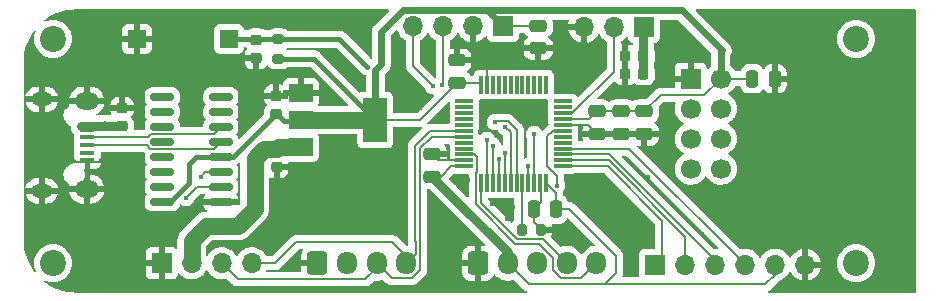
<source format=gbr>
%TF.GenerationSoftware,KiCad,Pcbnew,(6.0.11)*%
%TF.CreationDate,2023-08-09T20:09:53+02:00*%
%TF.ProjectId,Box_domotique_A,426f785f-646f-46d6-9f74-697175655f41,rev?*%
%TF.SameCoordinates,Original*%
%TF.FileFunction,Copper,L1,Top*%
%TF.FilePolarity,Positive*%
%FSLAX46Y46*%
G04 Gerber Fmt 4.6, Leading zero omitted, Abs format (unit mm)*
G04 Created by KiCad (PCBNEW (6.0.11)) date 2023-08-09 20:09:53*
%MOMM*%
%LPD*%
G01*
G04 APERTURE LIST*
G04 Aperture macros list*
%AMRoundRect*
0 Rectangle with rounded corners*
0 $1 Rounding radius*
0 $2 $3 $4 $5 $6 $7 $8 $9 X,Y pos of 4 corners*
0 Add a 4 corners polygon primitive as box body*
4,1,4,$2,$3,$4,$5,$6,$7,$8,$9,$2,$3,0*
0 Add four circle primitives for the rounded corners*
1,1,$1+$1,$2,$3*
1,1,$1+$1,$4,$5*
1,1,$1+$1,$6,$7*
1,1,$1+$1,$8,$9*
0 Add four rect primitives between the rounded corners*
20,1,$1+$1,$2,$3,$4,$5,0*
20,1,$1+$1,$4,$5,$6,$7,0*
20,1,$1+$1,$6,$7,$8,$9,0*
20,1,$1+$1,$8,$9,$2,$3,0*%
G04 Aperture macros list end*
%TA.AperFunction,SMDPad,CuDef*%
%ADD10RoundRect,0.250000X0.250000X0.475000X-0.250000X0.475000X-0.250000X-0.475000X0.250000X-0.475000X0*%
%TD*%
%TA.AperFunction,SMDPad,CuDef*%
%ADD11RoundRect,0.225000X0.225000X0.250000X-0.225000X0.250000X-0.225000X-0.250000X0.225000X-0.250000X0*%
%TD*%
%TA.AperFunction,SMDPad,CuDef*%
%ADD12RoundRect,0.225000X-0.250000X0.225000X-0.250000X-0.225000X0.250000X-0.225000X0.250000X0.225000X0*%
%TD*%
%TA.AperFunction,SMDPad,CuDef*%
%ADD13RoundRect,0.225000X0.250000X-0.225000X0.250000X0.225000X-0.250000X0.225000X-0.250000X-0.225000X0*%
%TD*%
%TA.AperFunction,ComponentPad*%
%ADD14R,1.700000X1.700000*%
%TD*%
%TA.AperFunction,ComponentPad*%
%ADD15O,1.700000X1.700000*%
%TD*%
%TA.AperFunction,ComponentPad*%
%ADD16RoundRect,0.250000X-0.600000X-0.725000X0.600000X-0.725000X0.600000X0.725000X-0.600000X0.725000X0*%
%TD*%
%TA.AperFunction,ComponentPad*%
%ADD17O,1.700000X1.950000*%
%TD*%
%TA.AperFunction,SMDPad,CuDef*%
%ADD18R,1.300000X0.450000*%
%TD*%
%TA.AperFunction,ComponentPad*%
%ADD19O,1.800000X1.150000*%
%TD*%
%TA.AperFunction,ComponentPad*%
%ADD20O,2.000000X1.450000*%
%TD*%
%TA.AperFunction,SMDPad,CuDef*%
%ADD21RoundRect,0.250000X-0.475000X0.250000X-0.475000X-0.250000X0.475000X-0.250000X0.475000X0.250000X0*%
%TD*%
%TA.AperFunction,SMDPad,CuDef*%
%ADD22R,1.500000X1.500000*%
%TD*%
%TA.AperFunction,SMDPad,CuDef*%
%ADD23R,2.000000X1.500000*%
%TD*%
%TA.AperFunction,SMDPad,CuDef*%
%ADD24R,2.000000X3.800000*%
%TD*%
%TA.AperFunction,ComponentPad*%
%ADD25C,1.700000*%
%TD*%
%TA.AperFunction,SMDPad,CuDef*%
%ADD26RoundRect,0.150000X0.825000X0.150000X-0.825000X0.150000X-0.825000X-0.150000X0.825000X-0.150000X0*%
%TD*%
%TA.AperFunction,SMDPad,CuDef*%
%ADD27RoundRect,0.200000X0.275000X-0.200000X0.275000X0.200000X-0.275000X0.200000X-0.275000X-0.200000X0*%
%TD*%
%TA.AperFunction,SMDPad,CuDef*%
%ADD28RoundRect,0.011200X0.733800X0.128800X-0.733800X0.128800X-0.733800X-0.128800X0.733800X-0.128800X0*%
%TD*%
%TA.AperFunction,SMDPad,CuDef*%
%ADD29RoundRect,0.011200X-0.128800X0.733800X-0.128800X-0.733800X0.128800X-0.733800X0.128800X0.733800X0*%
%TD*%
%TA.AperFunction,SMDPad,CuDef*%
%ADD30RoundRect,0.250000X0.475000X-0.250000X0.475000X0.250000X-0.475000X0.250000X-0.475000X-0.250000X0*%
%TD*%
%TA.AperFunction,SMDPad,CuDef*%
%ADD31RoundRect,0.200000X-0.200000X-0.275000X0.200000X-0.275000X0.200000X0.275000X-0.200000X0.275000X0*%
%TD*%
%TA.AperFunction,SMDPad,CuDef*%
%ADD32RoundRect,0.250000X-0.250000X-0.475000X0.250000X-0.475000X0.250000X0.475000X-0.250000X0.475000X0*%
%TD*%
%TA.AperFunction,ViaPad*%
%ADD33C,2.200000*%
%TD*%
%TA.AperFunction,ViaPad*%
%ADD34C,0.800000*%
%TD*%
%TA.AperFunction,ViaPad*%
%ADD35C,0.400000*%
%TD*%
%TA.AperFunction,Conductor*%
%ADD36C,1.400000*%
%TD*%
%TA.AperFunction,Conductor*%
%ADD37C,0.800000*%
%TD*%
%TA.AperFunction,Conductor*%
%ADD38C,0.200000*%
%TD*%
%TA.AperFunction,Conductor*%
%ADD39C,0.400000*%
%TD*%
%TA.AperFunction,Conductor*%
%ADD40C,0.600000*%
%TD*%
G04 APERTURE END LIST*
D10*
%TO.P,C9,1*%
%TO.N,+3V3*%
X125587800Y-77419200D03*
%TO.P,C9,2*%
%TO.N,GND*%
X123687800Y-77419200D03*
%TD*%
D11*
%TO.P,C2,1*%
%TO.N,+5V*%
X132982000Y-65963800D03*
%TO.P,C2,2*%
%TO.N,GND*%
X131432000Y-65963800D03*
%TD*%
D12*
%TO.P,C3,1*%
%TO.N,+5V*%
X101955600Y-72300800D03*
%TO.P,C3,2*%
%TO.N,GND*%
X101955600Y-73850800D03*
%TD*%
D13*
%TO.P,C5,1*%
%TO.N,+3V3*%
X101879400Y-69355000D03*
%TO.P,C5,2*%
%TO.N,GND*%
X101879400Y-67805000D03*
%TD*%
D14*
%TO.P,J4,1,Pin_1*%
%TO.N,+5V*%
X133030200Y-62001400D03*
D15*
%TO.P,J4,2,Pin_2*%
%TO.N,/cmd_bandeau_leds*%
X130490200Y-62001400D03*
%TO.P,J4,3,Pin_3*%
%TO.N,GND*%
X127950200Y-62001400D03*
%TD*%
D16*
%TO.P,J6,1,Pin_1*%
%TO.N,GND*%
X105393800Y-81996000D03*
D17*
%TO.P,J6,2,Pin_2*%
%TO.N,unconnected-(J6-Pad2)*%
X107893800Y-81996000D03*
%TO.P,J6,3,Pin_3*%
%TO.N,/DBG_Tx*%
X110393800Y-81996000D03*
%TO.P,J6,4,Pin_4*%
%TO.N,/DBG_Rx*%
X112893800Y-81996000D03*
%TD*%
D18*
%TO.P,J3,1,VBUS*%
%TO.N,+5V*%
X85900000Y-70700000D03*
%TO.P,J3,2,D-*%
%TO.N,Net-(J3-Pad2)*%
X85900000Y-71350000D03*
%TO.P,J3,3,D+*%
%TO.N,Net-(J3-Pad3)*%
X85900000Y-72000000D03*
%TO.P,J3,4,ID*%
%TO.N,unconnected-(J3-Pad4)*%
X85900000Y-72650000D03*
%TO.P,J3,5,GND*%
%TO.N,GND*%
X85900000Y-73300000D03*
D19*
%TO.P,J3,6,Shield*%
X82050000Y-75875000D03*
D20*
X85850000Y-75725000D03*
D19*
X82050000Y-68125000D03*
D20*
X85850000Y-68275000D03*
%TD*%
D11*
%TO.P,C4,1*%
%TO.N,+5V*%
X132982000Y-64465200D03*
%TO.P,C4,2*%
%TO.N,GND*%
X131432000Y-64465200D03*
%TD*%
D16*
%TO.P,J7,1,Pin_1*%
%TO.N,GND*%
X119000000Y-82000000D03*
D17*
%TO.P,J7,2,Pin_2*%
%TO.N,+3V3*%
X121500000Y-82000000D03*
%TO.P,J7,3,Pin_3*%
%TO.N,/RST*%
X124000000Y-82000000D03*
%TO.P,J7,4,Pin_4*%
%TO.N,/SWDCLK*%
X126500000Y-82000000D03*
%TO.P,J7,5,Pin_5*%
%TO.N,/SWDIO*%
X129000000Y-82000000D03*
%TD*%
D21*
%TO.P,C10,1*%
%TO.N,+3V3*%
X133070600Y-69138800D03*
%TO.P,C10,2*%
%TO.N,GND*%
X133070600Y-71038800D03*
%TD*%
D14*
%TO.P,J2,1,Pin_1*%
%TO.N,GND*%
X92200000Y-82000000D03*
D15*
%TO.P,J2,2,Pin_2*%
%TO.N,+5V*%
X94740000Y-82000000D03*
%TO.P,J2,3,Pin_3*%
%TO.N,/DBG_Tx*%
X97280000Y-82000000D03*
%TO.P,J2,4,Pin_4*%
%TO.N,/DBG_Rx*%
X99820000Y-82000000D03*
%TD*%
D22*
%TO.P,Reset1,1,1*%
%TO.N,/RST*%
X97900000Y-63000000D03*
%TO.P,Reset1,2,2*%
%TO.N,GND*%
X90100000Y-63000000D03*
%TD*%
D23*
%TO.P,U1,1,ADJ*%
%TO.N,GND*%
X103987200Y-67575400D03*
D24*
%TO.P,U1,2,VO*%
%TO.N,+3V3*%
X110287200Y-69875400D03*
D23*
X103987200Y-69875400D03*
%TO.P,U1,3,VI*%
%TO.N,+5V*%
X103987200Y-72175400D03*
%TD*%
D14*
%TO.P,U4,1,GND*%
%TO.N,GND*%
X137000000Y-66375000D03*
D25*
%TO.P,U4,2,VCC*%
%TO.N,+3V3*%
X139540000Y-66375000D03*
%TO.P,U4,3,CE*%
%TO.N,/CE*%
X137000000Y-68915000D03*
%TO.P,U4,4,~{CSN}*%
%TO.N,/CSN*%
X139540000Y-68915000D03*
%TO.P,U4,5,SCK*%
%TO.N,/SCK*%
X137000000Y-71455000D03*
%TO.P,U4,6,MOSI*%
%TO.N,/MOSI*%
X139540000Y-71455000D03*
%TO.P,U4,7,MISO*%
%TO.N,/MISO*%
X137000000Y-73995000D03*
%TO.P,U4,8,IRQ*%
%TO.N,/IRQ*%
X139540000Y-73995000D03*
%TD*%
D14*
%TO.P,J5,1,Pin_1*%
%TO.N,+3V3*%
X121107200Y-61925200D03*
D15*
%TO.P,J5,2,Pin_2*%
%TO.N,GND*%
X118567200Y-61925200D03*
%TO.P,J5,3,Pin_3*%
%TO.N,/SCL*%
X116027200Y-61925200D03*
%TO.P,J5,4,Pin_4*%
%TO.N,/SDA*%
X113487200Y-61925200D03*
%TD*%
D21*
%TO.P,C6,1*%
%TO.N,+3V3*%
X124072562Y-61897992D03*
%TO.P,C6,2*%
%TO.N,GND*%
X124072562Y-63797992D03*
%TD*%
D13*
%TO.P,C1,1*%
%TO.N,+5V*%
X88849200Y-70396400D03*
%TO.P,C1,2*%
%TO.N,GND*%
X88849200Y-68846400D03*
%TD*%
D26*
%TO.P,U2,1,GND*%
%TO.N,GND*%
X97217000Y-76809600D03*
%TO.P,U2,2,TXD*%
%TO.N,/DBG_Tx*%
X97217000Y-75539600D03*
%TO.P,U2,3,RXD*%
%TO.N,/DBG_Rx*%
X97217000Y-74269600D03*
%TO.P,U2,4,V3*%
%TO.N,+3V3*%
X97217000Y-72999600D03*
%TO.P,U2,5,UD+*%
%TO.N,Net-(J3-Pad3)*%
X97217000Y-71729600D03*
%TO.P,U2,6,UD-*%
%TO.N,Net-(J3-Pad2)*%
X97217000Y-70459600D03*
%TO.P,U2,7,NC*%
%TO.N,unconnected-(U2-Pad7)*%
X97217000Y-69189600D03*
%TO.P,U2,8,NC*%
%TO.N,unconnected-(U2-Pad8)*%
X97217000Y-67919600D03*
%TO.P,U2,9,~{CTS}*%
%TO.N,unconnected-(U2-Pad9)*%
X92267000Y-67919600D03*
%TO.P,U2,10,~{DSR}*%
%TO.N,unconnected-(U2-Pad10)*%
X92267000Y-69189600D03*
%TO.P,U2,11,~{RI}*%
%TO.N,unconnected-(U2-Pad11)*%
X92267000Y-70459600D03*
%TO.P,U2,12,~{DCD}*%
%TO.N,unconnected-(U2-Pad12)*%
X92267000Y-71729600D03*
%TO.P,U2,13,~{DTR}*%
%TO.N,unconnected-(U2-Pad13)*%
X92267000Y-72999600D03*
%TO.P,U2,14,~{RTS}*%
%TO.N,unconnected-(U2-Pad14)*%
X92267000Y-74269600D03*
%TO.P,U2,15,R232*%
%TO.N,unconnected-(U2-Pad15)*%
X92267000Y-75539600D03*
%TO.P,U2,16,VCC*%
%TO.N,+3V3*%
X92267000Y-76809600D03*
%TD*%
D27*
%TO.P,R2,1*%
%TO.N,+3V3*%
X102082600Y-64680600D03*
%TO.P,R2,2*%
%TO.N,/RST*%
X102082600Y-63030600D03*
%TD*%
D14*
%TO.P,J1,1,Pin_1*%
%TO.N,/PC0*%
X133985000Y-82118200D03*
D15*
%TO.P,J1,2,Pin_2*%
%TO.N,/PC13*%
X136525000Y-82118200D03*
%TO.P,J1,3,Pin_3*%
%TO.N,/PC14*%
X139065000Y-82118200D03*
%TO.P,J1,4,Pin_4*%
%TO.N,/PC15*%
X141605000Y-82118200D03*
%TO.P,J1,5,Pin_5*%
%TO.N,+3V3*%
X144145000Y-82118200D03*
%TO.P,J1,6,Pin_6*%
%TO.N,GND*%
X146685000Y-82118200D03*
%TD*%
D28*
%TO.P,U3,1,PC0*%
%TO.N,/PC0*%
X126166200Y-73793800D03*
%TO.P,U3,2,PC13*%
%TO.N,/PC13*%
X126166200Y-73293800D03*
%TO.P,U3,3,PC14-OSC32_IN*%
%TO.N,/PC14*%
X126166200Y-72793800D03*
%TO.P,U3,4,PC15-OSC32_OUT*%
%TO.N,/PC15*%
X126166200Y-72293800D03*
%TO.P,U3,5,PH0*%
%TO.N,unconnected-(U3-Pad5)*%
X126166200Y-71793800D03*
%TO.P,U3,6,PH1*%
%TO.N,unconnected-(U3-Pad6)*%
X126166200Y-71293800D03*
%TO.P,U3,7,NRST*%
%TO.N,/RST*%
X126166200Y-70793800D03*
%TO.P,U3,8,VSSA*%
%TO.N,GND*%
X126166200Y-70293800D03*
%TO.P,U3,9,VDDA*%
%TO.N,+3V3*%
X126166200Y-69793800D03*
%TO.P,U3,10,PA0*%
%TO.N,/cmd_bandeau_leds*%
X126166200Y-69293800D03*
%TO.P,U3,11,PA1*%
%TO.N,unconnected-(U3-Pad11)*%
X126166200Y-68793800D03*
%TO.P,U3,12,PA2*%
%TO.N,unconnected-(U3-Pad12)*%
X126166200Y-68293800D03*
D29*
%TO.P,U3,13,PA3*%
%TO.N,unconnected-(U3-Pad13)*%
X124746200Y-66873800D03*
%TO.P,U3,14,PA4*%
%TO.N,unconnected-(U3-Pad14)*%
X124246200Y-66873800D03*
%TO.P,U3,15,PA5*%
%TO.N,unconnected-(U3-Pad15)*%
X123746200Y-66873800D03*
%TO.P,U3,16,PA6*%
%TO.N,unconnected-(U3-Pad16)*%
X123246200Y-66873800D03*
%TO.P,U3,17,PA7*%
%TO.N,unconnected-(U3-Pad17)*%
X122746200Y-66873800D03*
%TO.P,U3,18,PB0*%
%TO.N,unconnected-(U3-Pad18)*%
X122246200Y-66873800D03*
%TO.P,U3,19,PB1*%
%TO.N,unconnected-(U3-Pad19)*%
X121746200Y-66873800D03*
%TO.P,U3,20,PB2*%
%TO.N,unconnected-(U3-Pad20)*%
X121246200Y-66873800D03*
%TO.P,U3,21,PB10*%
%TO.N,unconnected-(U3-Pad21)*%
X120746200Y-66873800D03*
%TO.P,U3,22,PB11*%
%TO.N,unconnected-(U3-Pad22)*%
X120246200Y-66873800D03*
%TO.P,U3,23,VSS*%
%TO.N,GND*%
X119746200Y-66873800D03*
%TO.P,U3,24,VDD*%
%TO.N,+3V3*%
X119246200Y-66873800D03*
D28*
%TO.P,U3,25,PB12*%
%TO.N,unconnected-(U3-Pad25)*%
X117826200Y-68293800D03*
%TO.P,U3,26,PB13*%
%TO.N,unconnected-(U3-Pad26)*%
X117826200Y-68793800D03*
%TO.P,U3,27,PB14*%
%TO.N,unconnected-(U3-Pad27)*%
X117826200Y-69293800D03*
%TO.P,U3,28,PB15*%
%TO.N,unconnected-(U3-Pad28)*%
X117826200Y-69793800D03*
%TO.P,U3,29,PA8*%
%TO.N,unconnected-(U3-Pad29)*%
X117826200Y-70293800D03*
%TO.P,U3,30,PA9*%
%TO.N,/DBG_Rx*%
X117826200Y-70793800D03*
%TO.P,U3,31,PA10*%
%TO.N,/DBG_Tx*%
X117826200Y-71293800D03*
%TO.P,U3,32,PA11*%
%TO.N,unconnected-(U3-Pad32)*%
X117826200Y-71793800D03*
%TO.P,U3,33,PA12*%
%TO.N,unconnected-(U3-Pad33)*%
X117826200Y-72293800D03*
%TO.P,U3,34,PA13-SWDIO*%
%TO.N,/SWDIO*%
X117826200Y-72793800D03*
%TO.P,U3,35,VSS*%
%TO.N,GND*%
X117826200Y-73293800D03*
%TO.P,U3,36,VDD*%
%TO.N,+3V3*%
X117826200Y-73793800D03*
D29*
%TO.P,U3,37,PA14-SWDCLK*%
%TO.N,/SWDCLK*%
X119246200Y-75213800D03*
%TO.P,U3,38,PA15*%
%TO.N,/CSN*%
X119746200Y-75213800D03*
%TO.P,U3,39,PB3*%
%TO.N,/SCK*%
X120246200Y-75213800D03*
%TO.P,U3,40,PB4*%
%TO.N,/MISO*%
X120746200Y-75213800D03*
%TO.P,U3,41,PB5*%
%TO.N,/MOSI*%
X121246200Y-75213800D03*
%TO.P,U3,42,PB6*%
%TO.N,/SCL*%
X121746200Y-75213800D03*
%TO.P,U3,43,PB7*%
%TO.N,/SDA*%
X122246200Y-75213800D03*
%TO.P,U3,44,BOOT0*%
%TO.N,Net-(R1-Pad1)*%
X122746200Y-75213800D03*
%TO.P,U3,45,PB8*%
%TO.N,/IRQ*%
X123246200Y-75213800D03*
%TO.P,U3,46,PB9*%
%TO.N,/CE*%
X123746200Y-75213800D03*
%TO.P,U3,47,VSS*%
%TO.N,GND*%
X124246200Y-75213800D03*
%TO.P,U3,48,VDD*%
%TO.N,+3V3*%
X124746200Y-75213800D03*
%TD*%
D21*
%TO.P,C12,1*%
%TO.N,+3V3*%
X131114800Y-69138800D03*
%TO.P,C12,2*%
%TO.N,GND*%
X131114800Y-71038800D03*
%TD*%
%TO.P,C14,1*%
%TO.N,+3V3*%
X129057400Y-69138800D03*
%TO.P,C14,2*%
%TO.N,GND*%
X129057400Y-71038800D03*
%TD*%
D30*
%TO.P,C8,1*%
%TO.N,+3V3*%
X117195600Y-66736000D03*
%TO.P,C8,2*%
%TO.N,GND*%
X117195600Y-64836000D03*
%TD*%
%TO.P,C11,1*%
%TO.N,+3V3*%
X115087400Y-74660800D03*
%TO.P,C11,2*%
%TO.N,GND*%
X115087400Y-72760800D03*
%TD*%
D31*
%TO.P,R1,1*%
%TO.N,Net-(R1-Pad1)*%
X122669800Y-79146400D03*
%TO.P,R1,2*%
%TO.N,GND*%
X124319800Y-79146400D03*
%TD*%
D13*
%TO.P,C13,1*%
%TO.N,GND*%
X100203000Y-64630600D03*
%TO.P,C13,2*%
%TO.N,/RST*%
X100203000Y-63080600D03*
%TD*%
D32*
%TO.P,C7,1*%
%TO.N,+3V3*%
X142204400Y-66395600D03*
%TO.P,C7,2*%
%TO.N,GND*%
X144104400Y-66395600D03*
%TD*%
D33*
%TO.N,*%
X151000000Y-63000000D03*
X151000000Y-82000000D03*
X83000000Y-82000000D03*
X83000000Y-63000000D03*
D34*
%TO.N,+5V*%
X100406200Y-72694800D03*
X87363000Y-70396400D03*
D35*
%TO.N,GND*%
X125984000Y-67056000D03*
X133350000Y-78486000D03*
X131318000Y-80010000D03*
X86614000Y-83820000D03*
X143002000Y-72898000D03*
X86868000Y-79502000D03*
X125984000Y-61976000D03*
X137922000Y-76708000D03*
X81534000Y-79502000D03*
X127000000Y-74930000D03*
X147066000Y-65786000D03*
X148082000Y-61722000D03*
X117602000Y-79502000D03*
X113792000Y-70612000D03*
X127000000Y-79502000D03*
X133350000Y-74676000D03*
X119126000Y-70866000D03*
X143002000Y-77216000D03*
X120142000Y-76962000D03*
X134874000Y-66548000D03*
X110744000Y-84328000D03*
X137922000Y-79502000D03*
X121158000Y-65278000D03*
X100838000Y-84328000D03*
X85344000Y-61468000D03*
X114046000Y-68834000D03*
X92710000Y-61214000D03*
X115062000Y-65532000D03*
X111760000Y-66040000D03*
X130556000Y-67564000D03*
X124206000Y-68580000D03*
X90932000Y-79248000D03*
X100076000Y-69850000D03*
X120142000Y-68326000D03*
X125476000Y-65024000D03*
X107188000Y-68326000D03*
X143510000Y-61468000D03*
X148590000Y-71374000D03*
X135382000Y-62484000D03*
X96266000Y-83820000D03*
X108966000Y-62230000D03*
X134620000Y-69342000D03*
X140208000Y-61722000D03*
X89662000Y-73660000D03*
X112268000Y-68580000D03*
X115570000Y-69850000D03*
X118110000Y-74930000D03*
X100330000Y-61214000D03*
X93218000Y-65532000D03*
X140462000Y-78994000D03*
X142748000Y-64008000D03*
X110490000Y-60960000D03*
X107696000Y-76708000D03*
X129032000Y-65532000D03*
X121412000Y-78232000D03*
X154432000Y-76454000D03*
X104140000Y-75184000D03*
X115316000Y-76708000D03*
X99822000Y-66294000D03*
X154686000Y-62484000D03*
X146304000Y-84074000D03*
X121920000Y-77216000D03*
X94742000Y-68326000D03*
X108458000Y-66802000D03*
X115062000Y-83820000D03*
X148590000Y-77216000D03*
X81534000Y-72390000D03*
X145542000Y-79756000D03*
X112522000Y-79502000D03*
X81788000Y-65278000D03*
X152400000Y-66294000D03*
X129286000Y-78232000D03*
X116332000Y-72644000D03*
X121666000Y-84074000D03*
X117094000Y-83566000D03*
X127508000Y-76962000D03*
X130048000Y-75184000D03*
X154940000Y-69088000D03*
X137414000Y-64008000D03*
X133350000Y-79756000D03*
X105156000Y-61214000D03*
X143002000Y-69088000D03*
X106000000Y-64000000D03*
X107442000Y-72390000D03*
X100584000Y-80010000D03*
X118618000Y-65532000D03*
X154686000Y-84328000D03*
D34*
%TO.N,+3V3*%
X107315000Y-69850000D03*
X116479300Y-76052700D03*
D35*
%TO.N,/RST*%
X125678000Y-75439200D03*
X109601000Y-65379600D03*
%TO.N,/DBG_Tx*%
X94284800Y-76454000D03*
%TO.N,/DBG_Rx*%
X95504000Y-74676000D03*
%TO.N,/SCL*%
X115951000Y-66929000D03*
X121310400Y-70459600D03*
%TO.N,/SDA*%
X120421400Y-70053200D03*
X115163600Y-67005200D03*
%TO.N,/CSN*%
X119746200Y-71562400D03*
%TO.N,/SCK*%
X120246200Y-72087800D03*
%TO.N,/MISO*%
X120746700Y-73152000D03*
%TO.N,/MOSI*%
X121246200Y-72657400D03*
%TO.N,/IRQ*%
X123246200Y-73792400D03*
%TO.N,/CE*%
X123746200Y-71077700D03*
%TD*%
D36*
%TO.N,+5V*%
X94740000Y-80088200D02*
X95986600Y-78841600D01*
X103987200Y-72175400D02*
X102081000Y-72175400D01*
X102081000Y-72175400D02*
X101955600Y-72300800D01*
D37*
X87363000Y-70396400D02*
X85407200Y-70396400D01*
D36*
X100076000Y-77444600D02*
X100076000Y-73101200D01*
X100076000Y-73101200D02*
X100876400Y-72300800D01*
X100876400Y-72300800D02*
X101955600Y-72300800D01*
X95986600Y-78841600D02*
X98679000Y-78841600D01*
X94740000Y-82000000D02*
X94740000Y-80088200D01*
X98679000Y-78841600D02*
X100076000Y-77444600D01*
D37*
X88849200Y-70396400D02*
X87363000Y-70396400D01*
X132982000Y-65963800D02*
X132982000Y-62049600D01*
X132982000Y-62049600D02*
X133030200Y-62001400D01*
D38*
%TO.N,GND*%
X126166200Y-70293800D02*
X128312400Y-70293800D01*
X119746200Y-66873800D02*
X119746200Y-65288600D01*
X115087400Y-72760800D02*
X115620400Y-73293800D01*
X119278400Y-64820800D02*
X117210800Y-64820800D01*
X133070600Y-71038800D02*
X129057400Y-71038800D01*
X115620400Y-73293800D02*
X117826200Y-73293800D01*
X119746200Y-65288600D02*
X119278400Y-64820800D01*
X128312400Y-70293800D02*
X129057400Y-71038800D01*
X117210800Y-64820800D02*
X117195600Y-64836000D01*
X123687800Y-78514400D02*
X124319800Y-79146400D01*
X123687800Y-77419200D02*
X123687800Y-78514400D01*
X124306200Y-76800800D02*
X124306200Y-75287000D01*
X123687800Y-77419200D02*
X124306200Y-76800800D01*
%TO.N,+3V3*%
X125587800Y-76055400D02*
X124746200Y-75213800D01*
X134444400Y-67765000D02*
X138150000Y-67765000D01*
D39*
X103936400Y-69926200D02*
X103987200Y-69875400D01*
X101994000Y-69355000D02*
X102565200Y-69926200D01*
D40*
X110287200Y-69875400D02*
X110287200Y-65683350D01*
D39*
X92887800Y-76809600D02*
X94513400Y-75184000D01*
D38*
X129260600Y-83794600D02*
X123294600Y-83794600D01*
D36*
X103987200Y-69875400D02*
X110287200Y-69875400D01*
D38*
X133070600Y-69138800D02*
X134444400Y-67765000D01*
X130657600Y-81356200D02*
X130657600Y-82854800D01*
D40*
X136241800Y-60575200D02*
X139649200Y-63982600D01*
D38*
X114056200Y-69875400D02*
X110287200Y-69875400D01*
X142183800Y-66375000D02*
X139540000Y-66375000D01*
D39*
X92267000Y-76809600D02*
X92887800Y-76809600D01*
D38*
X115087400Y-74660800D02*
X115813800Y-74660800D01*
D40*
X112627400Y-60575200D02*
X119757200Y-60575200D01*
D38*
X130657600Y-82854800D02*
X129717800Y-83794600D01*
X133070600Y-69138800D02*
X129057400Y-69138800D01*
X129717800Y-83794600D02*
X129260600Y-83794600D01*
X117195600Y-66736000D02*
X114056200Y-69875400D01*
D40*
X110794800Y-62407800D02*
X112627400Y-60575200D01*
D38*
X124072562Y-61897992D02*
X124045354Y-61925200D01*
D40*
X110794800Y-65175750D02*
X110794800Y-62407800D01*
D38*
X124045354Y-61925200D02*
X121107200Y-61925200D01*
D39*
X105092400Y-64680600D02*
X110287200Y-69875400D01*
D38*
X126166200Y-69793800D02*
X128402400Y-69793800D01*
D39*
X95123000Y-72999600D02*
X97217000Y-72999600D01*
D37*
X121500000Y-81073400D02*
X121500000Y-82000000D01*
D38*
X142204400Y-66395600D02*
X142183800Y-66375000D01*
X119108400Y-66736000D02*
X119246200Y-66873800D01*
X126720600Y-77419200D02*
X130657600Y-81356200D01*
D40*
X110287200Y-65683350D02*
X110794800Y-65175750D01*
D39*
X98234800Y-72999600D02*
X101879400Y-69355000D01*
X94513400Y-73609200D02*
X95123000Y-72999600D01*
X97217000Y-72999600D02*
X98234800Y-72999600D01*
D37*
X116479300Y-76052700D02*
X121500000Y-81073400D01*
D38*
X125587800Y-77419200D02*
X125587800Y-76055400D01*
D39*
X102082600Y-64680600D02*
X105092400Y-64680600D01*
D38*
X115813800Y-74660800D02*
X116680800Y-73793800D01*
X123294600Y-83794600D02*
X121500000Y-82000000D01*
X128402400Y-69793800D02*
X129057400Y-69138800D01*
D40*
X139649200Y-63982600D02*
X139540000Y-64091800D01*
D38*
X125587800Y-77419200D02*
X126720600Y-77419200D01*
D37*
X115087400Y-74660800D02*
X116479300Y-76052700D01*
D38*
X138150000Y-67765000D02*
X139540000Y-66375000D01*
X117195600Y-66736000D02*
X119108400Y-66736000D01*
X116680800Y-73793800D02*
X117826200Y-73793800D01*
D39*
X102565200Y-69926200D02*
X103936400Y-69926200D01*
D40*
X139540000Y-64091800D02*
X139540000Y-66375000D01*
D39*
X101879400Y-69355000D02*
X101994000Y-69355000D01*
D40*
X119757200Y-60575200D02*
X121107200Y-61925200D01*
X119757200Y-60575200D02*
X136241800Y-60575200D01*
D38*
X144113600Y-83000000D02*
X143319000Y-83794600D01*
D39*
X94513400Y-75184000D02*
X94513400Y-73609200D01*
D38*
X143319000Y-83794600D02*
X129260600Y-83794600D01*
%TO.N,/RST*%
X125294200Y-70793800D02*
X126166200Y-70793800D01*
X125678000Y-74608303D02*
X124841000Y-73771303D01*
X125678000Y-75439200D02*
X125678000Y-74608303D01*
D39*
X102082600Y-63030600D02*
X107252000Y-63030600D01*
X97900000Y-63000000D02*
X102052000Y-63000000D01*
D38*
X124841000Y-71247000D02*
X125294200Y-70793800D01*
D39*
X102052000Y-63000000D02*
X102082600Y-63030600D01*
X107252000Y-63030600D02*
X109601000Y-65379600D01*
D38*
X124841000Y-73771303D02*
X124841000Y-71247000D01*
%TO.N,/DBG_Tx*%
X111668800Y-83271000D02*
X110393800Y-81996000D01*
X110393800Y-82417600D02*
X110393800Y-81996000D01*
X109448600Y-83362800D02*
X110393800Y-82417600D01*
X114096800Y-82544346D02*
X113370146Y-83271000D01*
X114062400Y-72282983D02*
X114062400Y-75138617D01*
X97217000Y-75539600D02*
X95199200Y-75539600D01*
X114062400Y-75138617D02*
X114096800Y-75173017D01*
X115051583Y-71293800D02*
X114062400Y-72282983D01*
X113370146Y-83271000D02*
X111668800Y-83271000D01*
X98642800Y-83362800D02*
X109448600Y-83362800D01*
X95199200Y-75539600D02*
X94284800Y-76454000D01*
X114096800Y-75173017D02*
X114096800Y-82544346D01*
X97280000Y-82000000D02*
X98642800Y-83362800D01*
X117826200Y-71293800D02*
X115051583Y-71293800D01*
%TO.N,/DBG_Rx*%
X113696800Y-81193000D02*
X113696800Y-80187800D01*
X111683800Y-80187800D02*
X112893800Y-81397800D01*
X95910400Y-74269600D02*
X97217000Y-74269600D01*
X103606600Y-80187800D02*
X111683800Y-80187800D01*
X113662400Y-80153400D02*
X113662400Y-72117297D01*
X99820000Y-82000000D02*
X101794400Y-82000000D01*
X112893800Y-81397800D02*
X112893800Y-81996000D01*
X95504000Y-74676000D02*
X95910400Y-74269600D01*
X114905600Y-70793800D02*
X113639600Y-72059800D01*
X101794400Y-82000000D02*
X103606600Y-80187800D01*
X112893800Y-81996000D02*
X113696800Y-81193000D01*
X113696800Y-80187800D02*
X113662400Y-80153400D01*
X117826200Y-70793800D02*
X114905600Y-70793800D01*
%TO.N,Net-(J3-Pad2)*%
X91035204Y-71350000D02*
X91316004Y-71069200D01*
X91316004Y-71069200D02*
X96607400Y-71069200D01*
X85900000Y-71350000D02*
X91035204Y-71350000D01*
X96607400Y-71069200D02*
X97217000Y-70459600D01*
%TO.N,Net-(J3-Pad3)*%
X91255604Y-72329600D02*
X96617000Y-72329600D01*
X85900000Y-72000000D02*
X90926004Y-72000000D01*
X96617000Y-72329600D02*
X97217000Y-71729600D01*
X90926004Y-72000000D02*
X91255604Y-72329600D01*
%TO.N,/cmd_bandeau_leds*%
X126968903Y-69293800D02*
X130490200Y-65772503D01*
X130490200Y-65772503D02*
X130490200Y-62001400D01*
X126166200Y-69293800D02*
X126968903Y-69293800D01*
%TO.N,/SCL*%
X121310400Y-70459600D02*
X121746200Y-70895400D01*
X121746200Y-70895400D02*
X121746200Y-75213800D01*
X115951000Y-66929000D02*
X116027200Y-66852800D01*
X116027200Y-66852800D02*
X116027200Y-61925200D01*
%TO.N,/SDA*%
X115163600Y-67005200D02*
X113487200Y-65328800D01*
X121517507Y-69959600D02*
X122246200Y-70688293D01*
X120515000Y-69959600D02*
X121517507Y-69959600D01*
X120421400Y-70053200D02*
X120515000Y-69959600D01*
X122246200Y-70688293D02*
X122246200Y-75213800D01*
X113487200Y-65328800D02*
X113487200Y-61925200D01*
%TO.N,/SWDCLK*%
X119246200Y-76904907D02*
X122300493Y-79959200D01*
X122300493Y-79959200D02*
X124459200Y-79959200D01*
X124459200Y-79959200D02*
X126500000Y-82000000D01*
X119246200Y-75213800D02*
X119246200Y-76904907D01*
%TO.N,/SWDIO*%
X125323600Y-82574946D02*
X126035254Y-83286600D01*
X125323600Y-81572254D02*
X125323600Y-82574946D01*
X118871200Y-73036097D02*
X118871200Y-74245000D01*
X122134808Y-80359200D02*
X124110546Y-80359200D01*
X117826200Y-72793800D02*
X118628903Y-72793800D01*
X124110546Y-80359200D02*
X125323600Y-81572254D01*
X127713400Y-83286600D02*
X129000000Y-82000000D01*
X118795800Y-77020193D02*
X122134808Y-80359200D01*
X126035254Y-83286600D02*
X127713400Y-83286600D01*
X118871200Y-74245000D02*
X118795800Y-74320400D01*
X118628903Y-72793800D02*
X118871200Y-73036097D01*
X118795800Y-74320400D02*
X118795800Y-77020193D01*
%TO.N,Net-(R1-Pad1)*%
X122669800Y-79146400D02*
X122669800Y-76247600D01*
X122669800Y-76247600D02*
X122746200Y-76171200D01*
X122746200Y-76171200D02*
X122746200Y-75213800D01*
%TO.N,/CSN*%
X119746200Y-71562400D02*
X119746200Y-75213800D01*
%TO.N,/SCK*%
X120246200Y-72087800D02*
X120246200Y-75213800D01*
%TO.N,/MISO*%
X120746200Y-73152500D02*
X120746700Y-73152000D01*
X120746200Y-75213800D02*
X120746200Y-73152500D01*
%TO.N,/MOSI*%
X121246200Y-72657400D02*
X121246200Y-75213800D01*
%TO.N,/IRQ*%
X123246200Y-73792400D02*
X123246200Y-75213800D01*
%TO.N,/CE*%
X123746200Y-71077700D02*
X123746200Y-75213800D01*
%TO.N,/PC0*%
X134594600Y-78405058D02*
X134594600Y-82359000D01*
X129983342Y-73793800D02*
X134594600Y-78405058D01*
X126166200Y-73793800D02*
X129983342Y-73793800D01*
%TO.N,/PC13*%
X130049028Y-73293800D02*
X136525000Y-79769772D01*
X126166200Y-73293800D02*
X130049028Y-73293800D01*
X136525000Y-79769772D02*
X136525000Y-82118200D01*
%TO.N,/PC15*%
X131780600Y-72293800D02*
X141573600Y-82086800D01*
X126166200Y-72293800D02*
X131780600Y-72293800D01*
%TO.N,/PC14*%
X126166200Y-72793800D02*
X130114714Y-72793800D01*
X130114714Y-72793800D02*
X139033600Y-81712686D01*
%TD*%
%TA.AperFunction,Conductor*%
%TO.N,GND*%
G36*
X156031694Y-60526806D02*
G01*
X156050000Y-60571000D01*
X156050000Y-84429000D01*
X156031694Y-84473194D01*
X155987500Y-84491500D01*
X143540831Y-84491500D01*
X143496637Y-84473194D01*
X143478331Y-84429000D01*
X143496637Y-84384806D01*
X143516913Y-84371258D01*
X143622087Y-84327694D01*
X143622090Y-84327692D01*
X143625876Y-84326124D01*
X143721072Y-84253077D01*
X143721075Y-84253075D01*
X143721075Y-84253074D01*
X143749741Y-84231078D01*
X143749742Y-84231077D01*
X143752987Y-84228587D01*
X143755477Y-84225342D01*
X143755480Y-84225339D01*
X143774982Y-84199923D01*
X143780372Y-84193777D01*
X144551799Y-83422350D01*
X144578032Y-83406680D01*
X144639932Y-83388110D01*
X144639936Y-83388108D01*
X144642384Y-83387374D01*
X144644680Y-83386249D01*
X144644683Y-83386248D01*
X144787964Y-83316055D01*
X144842994Y-83289096D01*
X144933927Y-83224234D01*
X145022773Y-83160862D01*
X145022776Y-83160860D01*
X145024860Y-83159373D01*
X145183096Y-83001689D01*
X145186591Y-82996826D01*
X145238252Y-82924931D01*
X145313453Y-82820277D01*
X145314720Y-82817715D01*
X145356838Y-82732494D01*
X145392830Y-82700985D01*
X145440560Y-82704156D01*
X145468655Y-82732006D01*
X145470057Y-82734782D01*
X145584051Y-82920802D01*
X145587072Y-82924931D01*
X145729917Y-83089835D01*
X145733580Y-83093422D01*
X145901437Y-83232780D01*
X145905631Y-83235717D01*
X146093999Y-83345790D01*
X146098615Y-83348002D01*
X146302442Y-83425835D01*
X146307343Y-83427259D01*
X146418817Y-83449938D01*
X146428158Y-83448123D01*
X146431000Y-83443909D01*
X146431000Y-83442401D01*
X146939000Y-83442401D01*
X146942641Y-83451191D01*
X146948495Y-83453616D01*
X146965762Y-83451404D01*
X146970772Y-83450339D01*
X147179749Y-83387643D01*
X147184499Y-83385781D01*
X147380436Y-83289792D01*
X147384824Y-83287176D01*
X147562449Y-83160478D01*
X147566352Y-83157180D01*
X147720897Y-83003173D01*
X147724210Y-82999280D01*
X147851522Y-82822106D01*
X147854161Y-82817715D01*
X147950825Y-82622130D01*
X147952710Y-82617370D01*
X148016136Y-82408613D01*
X148017215Y-82403620D01*
X148019728Y-82384526D01*
X148017266Y-82375335D01*
X148011835Y-82372200D01*
X146951431Y-82372200D01*
X146942641Y-82375841D01*
X146939000Y-82384631D01*
X146939000Y-83442401D01*
X146431000Y-83442401D01*
X146431000Y-82000000D01*
X149386526Y-82000000D01*
X149406391Y-82252403D01*
X149465495Y-82498591D01*
X149466437Y-82500865D01*
X149561441Y-82730227D01*
X149561445Y-82730234D01*
X149562384Y-82732502D01*
X149563669Y-82734598D01*
X149563670Y-82734601D01*
X149679298Y-82923288D01*
X149694672Y-82948376D01*
X149696265Y-82950241D01*
X149696267Y-82950244D01*
X149818553Y-83093422D01*
X149859102Y-83140898D01*
X149860966Y-83142490D01*
X150049756Y-83303733D01*
X150049759Y-83303735D01*
X150051624Y-83305328D01*
X150053717Y-83306611D01*
X150053719Y-83306612D01*
X150257438Y-83431451D01*
X150267498Y-83437616D01*
X150269766Y-83438555D01*
X150269773Y-83438559D01*
X150474673Y-83523431D01*
X150501409Y-83534505D01*
X150747597Y-83593609D01*
X151000000Y-83613474D01*
X151252403Y-83593609D01*
X151498591Y-83534505D01*
X151525327Y-83523431D01*
X151730227Y-83438559D01*
X151730234Y-83438555D01*
X151732502Y-83437616D01*
X151742563Y-83431451D01*
X151946281Y-83306612D01*
X151946283Y-83306611D01*
X151948376Y-83305328D01*
X151950241Y-83303735D01*
X151950244Y-83303733D01*
X152139034Y-83142490D01*
X152140898Y-83140898D01*
X152181447Y-83093422D01*
X152303733Y-82950244D01*
X152303735Y-82950241D01*
X152305328Y-82948376D01*
X152320702Y-82923288D01*
X152436330Y-82734601D01*
X152436331Y-82734598D01*
X152437616Y-82732502D01*
X152438555Y-82730234D01*
X152438559Y-82730227D01*
X152533563Y-82500865D01*
X152534505Y-82498591D01*
X152593609Y-82252403D01*
X152613474Y-82000000D01*
X152593609Y-81747597D01*
X152534505Y-81501409D01*
X152509387Y-81440769D01*
X152438559Y-81269773D01*
X152438555Y-81269766D01*
X152437616Y-81267498D01*
X152433229Y-81260338D01*
X152306612Y-81053719D01*
X152306611Y-81053717D01*
X152305328Y-81051624D01*
X152300592Y-81046078D01*
X152142490Y-80860966D01*
X152140898Y-80859102D01*
X152078318Y-80805653D01*
X151950244Y-80696267D01*
X151950241Y-80696265D01*
X151948376Y-80694672D01*
X151946281Y-80693388D01*
X151734601Y-80563670D01*
X151734598Y-80563669D01*
X151732502Y-80562384D01*
X151730234Y-80561445D01*
X151730227Y-80561441D01*
X151500865Y-80466437D01*
X151500866Y-80466437D01*
X151498591Y-80465495D01*
X151252403Y-80406391D01*
X151000000Y-80386526D01*
X150747597Y-80406391D01*
X150501409Y-80465495D01*
X150499134Y-80466437D01*
X150499135Y-80466437D01*
X150269773Y-80561441D01*
X150269766Y-80561445D01*
X150267498Y-80562384D01*
X150265402Y-80563669D01*
X150265399Y-80563670D01*
X150053719Y-80693388D01*
X150051624Y-80694672D01*
X150049759Y-80696265D01*
X150049756Y-80696267D01*
X149921682Y-80805653D01*
X149859102Y-80859102D01*
X149857510Y-80860966D01*
X149699409Y-81046078D01*
X149694672Y-81051624D01*
X149693389Y-81053717D01*
X149693388Y-81053719D01*
X149566772Y-81260338D01*
X149562384Y-81267498D01*
X149561445Y-81269766D01*
X149561441Y-81269773D01*
X149490613Y-81440769D01*
X149465495Y-81501409D01*
X149406391Y-81747597D01*
X149386526Y-82000000D01*
X146431000Y-82000000D01*
X146431000Y-81851769D01*
X146939000Y-81851769D01*
X146942641Y-81860559D01*
X146951431Y-81864200D01*
X148009028Y-81864200D01*
X148017818Y-81860559D01*
X148019515Y-81856461D01*
X147975580Y-81681550D01*
X147973932Y-81676710D01*
X147886937Y-81476635D01*
X147884514Y-81472117D01*
X147766013Y-81288941D01*
X147762889Y-81284884D01*
X147616057Y-81123518D01*
X147612314Y-81120027D01*
X147441091Y-80984805D01*
X147436834Y-80981977D01*
X147245831Y-80876537D01*
X147241166Y-80874440D01*
X147035503Y-80801611D01*
X147030555Y-80800303D01*
X146951239Y-80786175D01*
X146941947Y-80788218D01*
X146939000Y-80792826D01*
X146939000Y-81851769D01*
X146431000Y-81851769D01*
X146431000Y-80795618D01*
X146427359Y-80786828D01*
X146421922Y-80784576D01*
X146371745Y-80792255D01*
X146366766Y-80793441D01*
X146159394Y-80861220D01*
X146154669Y-80863206D01*
X145961153Y-80963944D01*
X145956819Y-80966674D01*
X145782348Y-81097671D01*
X145778527Y-81101063D01*
X145627793Y-81258798D01*
X145624572Y-81262775D01*
X145501629Y-81443002D01*
X145499096Y-81447461D01*
X145472815Y-81504078D01*
X145437603Y-81536456D01*
X145389810Y-81534453D01*
X145358809Y-81502684D01*
X145347382Y-81476402D01*
X145347377Y-81476392D01*
X145346354Y-81474040D01*
X145225014Y-81286477D01*
X145074670Y-81121251D01*
X145072659Y-81119663D01*
X145072656Y-81119660D01*
X144901376Y-80984391D01*
X144899359Y-80982798D01*
X144703789Y-80874838D01*
X144493212Y-80800269D01*
X144490689Y-80799820D01*
X144490683Y-80799818D01*
X144349652Y-80774697D01*
X144273284Y-80761094D01*
X144150395Y-80759593D01*
X144052479Y-80758396D01*
X144052474Y-80758396D01*
X144049911Y-80758365D01*
X144047376Y-80758753D01*
X144047375Y-80758753D01*
X144032279Y-80761063D01*
X143829091Y-80792155D01*
X143826653Y-80792952D01*
X143826649Y-80792953D01*
X143619200Y-80860758D01*
X143619198Y-80860759D01*
X143616756Y-80861557D01*
X143614479Y-80862742D01*
X143614475Y-80862744D01*
X143420886Y-80963520D01*
X143420880Y-80963524D01*
X143418607Y-80964707D01*
X143239965Y-81098835D01*
X143238196Y-81100687D01*
X143238194Y-81100688D01*
X143237836Y-81101063D01*
X143085629Y-81260338D01*
X143084188Y-81262451D01*
X143084182Y-81262459D01*
X142979897Y-81415336D01*
X142959743Y-81444880D01*
X142932912Y-81502684D01*
X142932549Y-81503465D01*
X142897338Y-81535843D01*
X142849544Y-81533840D01*
X142818543Y-81502072D01*
X142807380Y-81476398D01*
X142807376Y-81476391D01*
X142806354Y-81474040D01*
X142685014Y-81286477D01*
X142534670Y-81121251D01*
X142532659Y-81119663D01*
X142532656Y-81119660D01*
X142361376Y-80984391D01*
X142359359Y-80982798D01*
X142163789Y-80874838D01*
X141953212Y-80800269D01*
X141950689Y-80799820D01*
X141950683Y-80799818D01*
X141809652Y-80774697D01*
X141733284Y-80761094D01*
X141610395Y-80759593D01*
X141512479Y-80758396D01*
X141512474Y-80758396D01*
X141509911Y-80758365D01*
X141507376Y-80758753D01*
X141507375Y-80758753D01*
X141291624Y-80791767D01*
X141291619Y-80791768D01*
X141289091Y-80792155D01*
X141286660Y-80792950D01*
X141286650Y-80792952D01*
X141212828Y-80817081D01*
X141165134Y-80813411D01*
X141149217Y-80801868D01*
X132500832Y-72153483D01*
X132482526Y-72109289D01*
X132500832Y-72065095D01*
X132545237Y-72048043D01*
X132545237Y-72046800D01*
X132804169Y-72046800D01*
X132812959Y-72043159D01*
X132816600Y-72034369D01*
X132816600Y-72034368D01*
X133324600Y-72034368D01*
X133328241Y-72043158D01*
X133337031Y-72046799D01*
X133594352Y-72046799D01*
X133597566Y-72046633D01*
X133698264Y-72036185D01*
X133704901Y-72034752D01*
X133865886Y-71981044D01*
X133872422Y-71977982D01*
X134016553Y-71888790D01*
X134022196Y-71884318D01*
X134141946Y-71764359D01*
X134146417Y-71758698D01*
X134235353Y-71614415D01*
X134238400Y-71607881D01*
X134291830Y-71446796D01*
X134293251Y-71440168D01*
X134303438Y-71340748D01*
X134303600Y-71337566D01*
X134303600Y-71305231D01*
X134299959Y-71296441D01*
X134291169Y-71292800D01*
X133337031Y-71292800D01*
X133328241Y-71296441D01*
X133324600Y-71305231D01*
X133324600Y-72034368D01*
X132816600Y-72034368D01*
X132816600Y-71305231D01*
X132812959Y-71296441D01*
X132804169Y-71292800D01*
X127836832Y-71292800D01*
X127828042Y-71296441D01*
X127824401Y-71305231D01*
X127824401Y-71337552D01*
X127824567Y-71340766D01*
X127835015Y-71441464D01*
X127836448Y-71448101D01*
X127888133Y-71603020D01*
X127884754Y-71650736D01*
X127848625Y-71682088D01*
X127828845Y-71685300D01*
X127482090Y-71685300D01*
X127437896Y-71666994D01*
X127419704Y-71626565D01*
X127419700Y-71626499D01*
X127419700Y-71624626D01*
X127410828Y-71551308D01*
X127410828Y-71536292D01*
X127416285Y-71491190D01*
X127419700Y-71462974D01*
X127419700Y-71124626D01*
X127416026Y-71094268D01*
X127410828Y-71051308D01*
X127410828Y-71036292D01*
X127416285Y-70991190D01*
X127419700Y-70962974D01*
X127419700Y-70624626D01*
X127419474Y-70622754D01*
X127419473Y-70622746D01*
X127410575Y-70549224D01*
X127410575Y-70534206D01*
X127418974Y-70464800D01*
X127419200Y-70461041D01*
X127440131Y-70418028D01*
X127481587Y-70402300D01*
X127825383Y-70402300D01*
X127869577Y-70420606D01*
X127887883Y-70464800D01*
X127884705Y-70484476D01*
X127836170Y-70630804D01*
X127834749Y-70637432D01*
X127824562Y-70736852D01*
X127824400Y-70740034D01*
X127824400Y-70772369D01*
X127828041Y-70781159D01*
X127836831Y-70784800D01*
X134291168Y-70784800D01*
X134299958Y-70781159D01*
X134303599Y-70772369D01*
X134303599Y-70740048D01*
X134303433Y-70736834D01*
X134292985Y-70636136D01*
X134291552Y-70629499D01*
X134237844Y-70468514D01*
X134234782Y-70461978D01*
X134145590Y-70317847D01*
X134141118Y-70312204D01*
X134021159Y-70192454D01*
X134015501Y-70187986D01*
X133941387Y-70142301D01*
X133913372Y-70103528D01*
X133920979Y-70056301D01*
X133941295Y-70035950D01*
X133944269Y-70034110D01*
X134019948Y-69987278D01*
X134144905Y-69862103D01*
X134149257Y-69855044D01*
X134216221Y-69746407D01*
X134237715Y-69711538D01*
X134293397Y-69543661D01*
X134303352Y-69446501D01*
X134303938Y-69440784D01*
X134303938Y-69440778D01*
X134304100Y-69439200D01*
X134304100Y-68838400D01*
X134300351Y-68802270D01*
X134313998Y-68756423D01*
X134318323Y-68751626D01*
X134678143Y-68391806D01*
X134722337Y-68373500D01*
X135658132Y-68373500D01*
X135702326Y-68391806D01*
X135720632Y-68436000D01*
X135718359Y-68452703D01*
X135660989Y-68659570D01*
X135637251Y-68881695D01*
X135641942Y-68963056D01*
X135648667Y-69079680D01*
X135650110Y-69104715D01*
X135699222Y-69322639D01*
X135700184Y-69325009D01*
X135700185Y-69325011D01*
X135725104Y-69386379D01*
X135783266Y-69529616D01*
X135784607Y-69531805D01*
X135784609Y-69531808D01*
X135813358Y-69578722D01*
X135899987Y-69720088D01*
X136046250Y-69888938D01*
X136218126Y-70031632D01*
X136220337Y-70032924D01*
X136390762Y-70132512D01*
X136419683Y-70170614D01*
X136413191Y-70218007D01*
X136388088Y-70241912D01*
X136383431Y-70244336D01*
X136275886Y-70300320D01*
X136275880Y-70300324D01*
X136273607Y-70301507D01*
X136094965Y-70435635D01*
X136093196Y-70437487D01*
X136093194Y-70437488D01*
X136075064Y-70456460D01*
X135940629Y-70597138D01*
X135939183Y-70599258D01*
X135939182Y-70599259D01*
X135821095Y-70772369D01*
X135814743Y-70781680D01*
X135813660Y-70784012D01*
X135813660Y-70784013D01*
X135732332Y-70959221D01*
X135720688Y-70984305D01*
X135720004Y-70986772D01*
X135720002Y-70986777D01*
X135690938Y-71091579D01*
X135660989Y-71199570D01*
X135657751Y-71229869D01*
X135639765Y-71398173D01*
X135637251Y-71421695D01*
X135642011Y-71504248D01*
X135648963Y-71624814D01*
X135650110Y-71644715D01*
X135650673Y-71647212D01*
X135650673Y-71647214D01*
X135658073Y-71680050D01*
X135699222Y-71862639D01*
X135700184Y-71865009D01*
X135700185Y-71865011D01*
X135729602Y-71937457D01*
X135783266Y-72069616D01*
X135784607Y-72071805D01*
X135784609Y-72071808D01*
X135815823Y-72122744D01*
X135899987Y-72260088D01*
X135901664Y-72262024D01*
X135901667Y-72262028D01*
X135956216Y-72325000D01*
X136046250Y-72428938D01*
X136218126Y-72571632D01*
X136220337Y-72572924D01*
X136390762Y-72672512D01*
X136419683Y-72710614D01*
X136413191Y-72758007D01*
X136388088Y-72781912D01*
X136383431Y-72784336D01*
X136275886Y-72840320D01*
X136275880Y-72840324D01*
X136273607Y-72841507D01*
X136094965Y-72975635D01*
X136093196Y-72977487D01*
X136093194Y-72977488D01*
X136073544Y-72998051D01*
X135940629Y-73137138D01*
X135939183Y-73139258D01*
X135939182Y-73139259D01*
X135846280Y-73275449D01*
X135814743Y-73321680D01*
X135813660Y-73324012D01*
X135813660Y-73324013D01*
X135730647Y-73502851D01*
X135720688Y-73524305D01*
X135720004Y-73526772D01*
X135720002Y-73526777D01*
X135685191Y-73652300D01*
X135660989Y-73739570D01*
X135660717Y-73742117D01*
X135640021Y-73935778D01*
X135637251Y-73961695D01*
X135650110Y-74184715D01*
X135699222Y-74402639D01*
X135700184Y-74405009D01*
X135700185Y-74405011D01*
X135715544Y-74442835D01*
X135783266Y-74609616D01*
X135899987Y-74800088D01*
X135901664Y-74802024D01*
X135901667Y-74802028D01*
X135966096Y-74876406D01*
X136046250Y-74968938D01*
X136218126Y-75111632D01*
X136411000Y-75224338D01*
X136413395Y-75225253D01*
X136413398Y-75225254D01*
X136512371Y-75263048D01*
X136619692Y-75304030D01*
X136622203Y-75304541D01*
X136622207Y-75304542D01*
X136836084Y-75348056D01*
X136836087Y-75348056D01*
X136838597Y-75348567D01*
X136841157Y-75348661D01*
X136841158Y-75348661D01*
X137059267Y-75356659D01*
X137059270Y-75356659D01*
X137061837Y-75356753D01*
X137065701Y-75356258D01*
X137280867Y-75328695D01*
X137280872Y-75328694D01*
X137283416Y-75328368D01*
X137300982Y-75323098D01*
X137494932Y-75264910D01*
X137494936Y-75264908D01*
X137497384Y-75264174D01*
X137499680Y-75263049D01*
X137499683Y-75263048D01*
X137601491Y-75213172D01*
X137697994Y-75165896D01*
X137804909Y-75089635D01*
X137877773Y-75037662D01*
X137877776Y-75037660D01*
X137879860Y-75036173D01*
X138038096Y-74878489D01*
X138041042Y-74874390D01*
X138093038Y-74802028D01*
X138168453Y-74697077D01*
X138171987Y-74689928D01*
X138211560Y-74609856D01*
X138247552Y-74578347D01*
X138295282Y-74581518D01*
X138323024Y-74609020D01*
X138323266Y-74609616D01*
X138324605Y-74611801D01*
X138324607Y-74611805D01*
X138366041Y-74679419D01*
X138439987Y-74800088D01*
X138441664Y-74802024D01*
X138441667Y-74802028D01*
X138506096Y-74876406D01*
X138586250Y-74968938D01*
X138758126Y-75111632D01*
X138951000Y-75224338D01*
X138953395Y-75225253D01*
X138953398Y-75225254D01*
X139052371Y-75263048D01*
X139159692Y-75304030D01*
X139162203Y-75304541D01*
X139162207Y-75304542D01*
X139376084Y-75348056D01*
X139376087Y-75348056D01*
X139378597Y-75348567D01*
X139381157Y-75348661D01*
X139381158Y-75348661D01*
X139599267Y-75356659D01*
X139599270Y-75356659D01*
X139601837Y-75356753D01*
X139605701Y-75356258D01*
X139820867Y-75328695D01*
X139820872Y-75328694D01*
X139823416Y-75328368D01*
X139840982Y-75323098D01*
X140034932Y-75264910D01*
X140034936Y-75264908D01*
X140037384Y-75264174D01*
X140039680Y-75263049D01*
X140039683Y-75263048D01*
X140141491Y-75213172D01*
X140237994Y-75165896D01*
X140344909Y-75089635D01*
X140417773Y-75037662D01*
X140417776Y-75037660D01*
X140419860Y-75036173D01*
X140578096Y-74878489D01*
X140581042Y-74874390D01*
X140633038Y-74802028D01*
X140708453Y-74697077D01*
X140711987Y-74689928D01*
X140788180Y-74535761D01*
X140807430Y-74496811D01*
X140872370Y-74283069D01*
X140901529Y-74061590D01*
X140903156Y-73995000D01*
X140884852Y-73772361D01*
X140849148Y-73630216D01*
X140831056Y-73558189D01*
X140831055Y-73558186D01*
X140830431Y-73555702D01*
X140741354Y-73350840D01*
X140620014Y-73163277D01*
X140469670Y-72998051D01*
X140467659Y-72996463D01*
X140467656Y-72996460D01*
X140296376Y-72861191D01*
X140294359Y-72859598D01*
X140155779Y-72783098D01*
X140148669Y-72779173D01*
X140118825Y-72741788D01*
X140124157Y-72694251D01*
X140151378Y-72668329D01*
X140187085Y-72650836D01*
X140237994Y-72625896D01*
X140363615Y-72536292D01*
X140417773Y-72497662D01*
X140417776Y-72497660D01*
X140419860Y-72496173D01*
X140578096Y-72338489D01*
X140582939Y-72331750D01*
X140633038Y-72262028D01*
X140708453Y-72157077D01*
X140710230Y-72153483D01*
X140777221Y-72017934D01*
X140807430Y-71956811D01*
X140872370Y-71743069D01*
X140901529Y-71521590D01*
X140903156Y-71455000D01*
X140884852Y-71232361D01*
X140850249Y-71094600D01*
X140831056Y-71018189D01*
X140831055Y-71018186D01*
X140830431Y-71015702D01*
X140741354Y-70810840D01*
X140620014Y-70623277D01*
X140469670Y-70458051D01*
X140467659Y-70456463D01*
X140467656Y-70456460D01*
X140296376Y-70321191D01*
X140294359Y-70319598D01*
X140155779Y-70243098D01*
X140148669Y-70239173D01*
X140118825Y-70201788D01*
X140124157Y-70154251D01*
X140151378Y-70128329D01*
X140220725Y-70094356D01*
X140237994Y-70085896D01*
X140378690Y-69985539D01*
X140417773Y-69957662D01*
X140417776Y-69957660D01*
X140419860Y-69956173D01*
X140578096Y-69798489D01*
X140615521Y-69746407D01*
X140633038Y-69722028D01*
X140708453Y-69617077D01*
X140713636Y-69606591D01*
X140785500Y-69461183D01*
X140807430Y-69416811D01*
X140872370Y-69203069D01*
X140873767Y-69192462D01*
X140882195Y-69128444D01*
X140901529Y-68981590D01*
X140903156Y-68915000D01*
X140884852Y-68692361D01*
X140875996Y-68657104D01*
X140831056Y-68478189D01*
X140831055Y-68478186D01*
X140830431Y-68475702D01*
X140741354Y-68270840D01*
X140620014Y-68083277D01*
X140469670Y-67918051D01*
X140467659Y-67916463D01*
X140467656Y-67916460D01*
X140316967Y-67797453D01*
X140294359Y-67779598D01*
X140155779Y-67703098D01*
X140148669Y-67699173D01*
X140118825Y-67661788D01*
X140124157Y-67614251D01*
X140151378Y-67588329D01*
X140203662Y-67562715D01*
X140237994Y-67545896D01*
X140344530Y-67469905D01*
X140417773Y-67417662D01*
X140417776Y-67417660D01*
X140419860Y-67416173D01*
X140578096Y-67258489D01*
X140587086Y-67245979D01*
X140706955Y-67079162D01*
X140706956Y-67079160D01*
X140708453Y-67077077D01*
X140737498Y-67018308D01*
X140773490Y-66986799D01*
X140793529Y-66983500D01*
X141147469Y-66983500D01*
X141191663Y-67001806D01*
X141205518Y-67027219D01*
X141206874Y-67026766D01*
X141262850Y-67194546D01*
X141355922Y-67344948D01*
X141481097Y-67469905D01*
X141484187Y-67471810D01*
X141484190Y-67471812D01*
X141534152Y-67502609D01*
X141631662Y-67562715D01*
X141799539Y-67618397D01*
X141862415Y-67624839D01*
X141902416Y-67628938D01*
X141902422Y-67628938D01*
X141904000Y-67629100D01*
X142504800Y-67629100D01*
X142506396Y-67628934D01*
X142506404Y-67628934D01*
X142607166Y-67618479D01*
X142607168Y-67618479D01*
X142610566Y-67618126D01*
X142778346Y-67562150D01*
X142928748Y-67469078D01*
X143053705Y-67343903D01*
X143056293Y-67339706D01*
X143101487Y-67266387D01*
X143140260Y-67238372D01*
X143187487Y-67245979D01*
X143207838Y-67266295D01*
X143254407Y-67341549D01*
X143258882Y-67347196D01*
X143378841Y-67466946D01*
X143384502Y-67471417D01*
X143528785Y-67560353D01*
X143535319Y-67563400D01*
X143696404Y-67616830D01*
X143703032Y-67618251D01*
X143802452Y-67628438D01*
X143805634Y-67628600D01*
X143837969Y-67628600D01*
X143846759Y-67624959D01*
X143850400Y-67616169D01*
X143850400Y-67616168D01*
X144358400Y-67616168D01*
X144362041Y-67624958D01*
X144370831Y-67628599D01*
X144403152Y-67628599D01*
X144406366Y-67628433D01*
X144507064Y-67617985D01*
X144513701Y-67616552D01*
X144674686Y-67562844D01*
X144681222Y-67559782D01*
X144825353Y-67470590D01*
X144830996Y-67466118D01*
X144950746Y-67346159D01*
X144955217Y-67340498D01*
X145044153Y-67196215D01*
X145047200Y-67189681D01*
X145100630Y-67028596D01*
X145102051Y-67021968D01*
X145112238Y-66922548D01*
X145112400Y-66919366D01*
X145112400Y-66662031D01*
X145108759Y-66653241D01*
X145099969Y-66649600D01*
X144370831Y-66649600D01*
X144362041Y-66653241D01*
X144358400Y-66662031D01*
X144358400Y-67616168D01*
X143850400Y-67616168D01*
X143850400Y-66129169D01*
X144358400Y-66129169D01*
X144362041Y-66137959D01*
X144370831Y-66141600D01*
X145099968Y-66141600D01*
X145108758Y-66137959D01*
X145112399Y-66129169D01*
X145112399Y-65871848D01*
X145112233Y-65868634D01*
X145101785Y-65767936D01*
X145100352Y-65761299D01*
X145046644Y-65600314D01*
X145043582Y-65593778D01*
X144954390Y-65449647D01*
X144949918Y-65444004D01*
X144829959Y-65324254D01*
X144824298Y-65319783D01*
X144680015Y-65230847D01*
X144673481Y-65227800D01*
X144512396Y-65174370D01*
X144505768Y-65172949D01*
X144406348Y-65162762D01*
X144403166Y-65162600D01*
X144370831Y-65162600D01*
X144362041Y-65166241D01*
X144358400Y-65175031D01*
X144358400Y-66129169D01*
X143850400Y-66129169D01*
X143850400Y-65175032D01*
X143846759Y-65166242D01*
X143837969Y-65162601D01*
X143805648Y-65162601D01*
X143802434Y-65162767D01*
X143701736Y-65173215D01*
X143695099Y-65174648D01*
X143534114Y-65228356D01*
X143527578Y-65231418D01*
X143383447Y-65320610D01*
X143377804Y-65325082D01*
X143258054Y-65445041D01*
X143253586Y-65450699D01*
X143207901Y-65524813D01*
X143169128Y-65552828D01*
X143121901Y-65545221D01*
X143101550Y-65524905D01*
X143100087Y-65522540D01*
X143052878Y-65446252D01*
X142927703Y-65321295D01*
X142924613Y-65319390D01*
X142924610Y-65319388D01*
X142827239Y-65259368D01*
X142777138Y-65228485D01*
X142609261Y-65172803D01*
X142545216Y-65166241D01*
X142506384Y-65162262D01*
X142506378Y-65162262D01*
X142504800Y-65162100D01*
X141904000Y-65162100D01*
X141902404Y-65162266D01*
X141902396Y-65162266D01*
X141801634Y-65172721D01*
X141801632Y-65172721D01*
X141798234Y-65173074D01*
X141630454Y-65229050D01*
X141627365Y-65230961D01*
X141627366Y-65230961D01*
X141489034Y-65316564D01*
X141480052Y-65322122D01*
X141355095Y-65447297D01*
X141353190Y-65450387D01*
X141353188Y-65450390D01*
X141318013Y-65507455D01*
X141262285Y-65597862D01*
X141227851Y-65701680D01*
X141220555Y-65723676D01*
X141189267Y-65759860D01*
X141161233Y-65766500D01*
X140797641Y-65766500D01*
X140753447Y-65748194D01*
X140742559Y-65733533D01*
X140742379Y-65733197D01*
X140741354Y-65730840D01*
X140620014Y-65543277D01*
X140469670Y-65378051D01*
X140467659Y-65376463D01*
X140467656Y-65376460D01*
X140393292Y-65317731D01*
X140372264Y-65301124D01*
X140348927Y-65259368D01*
X140348500Y-65252076D01*
X140348500Y-64408079D01*
X140354729Y-64380880D01*
X140375882Y-64337121D01*
X140376019Y-64336842D01*
X140414716Y-64258202D01*
X140415378Y-64255421D01*
X140416621Y-64252851D01*
X140436326Y-64167500D01*
X140436425Y-64167076D01*
X140455942Y-64085151D01*
X140456751Y-64081755D01*
X140456781Y-64078901D01*
X140457424Y-64076115D01*
X140457730Y-63988319D01*
X140457733Y-63987947D01*
X140457808Y-63980761D01*
X140458650Y-63900379D01*
X140458047Y-63897590D01*
X140458057Y-63894730D01*
X140456548Y-63887976D01*
X140444685Y-63834904D01*
X140438874Y-63808908D01*
X140429232Y-63764313D01*
X140421058Y-63726505D01*
X140421057Y-63726501D01*
X140420319Y-63723089D01*
X140419112Y-63720501D01*
X140418489Y-63717713D01*
X140380858Y-63638461D01*
X140380742Y-63638215D01*
X140345137Y-63561862D01*
X140343662Y-63558698D01*
X140341911Y-63556440D01*
X140340686Y-63553861D01*
X140286491Y-63484991D01*
X140286281Y-63484724D01*
X140257121Y-63447130D01*
X140255719Y-63445728D01*
X140255704Y-63445711D01*
X140253496Y-63443062D01*
X140228516Y-63411317D01*
X140193168Y-63382693D01*
X140188306Y-63378315D01*
X139809991Y-63000000D01*
X149386526Y-63000000D01*
X149406391Y-63252403D01*
X149465495Y-63498591D01*
X149490392Y-63558698D01*
X149561441Y-63730227D01*
X149561445Y-63730234D01*
X149562384Y-63732502D01*
X149563669Y-63734598D01*
X149563670Y-63734601D01*
X149693388Y-63946281D01*
X149694672Y-63948376D01*
X149696265Y-63950241D01*
X149696267Y-63950244D01*
X149811489Y-64085151D01*
X149859102Y-64140898D01*
X149860966Y-64142490D01*
X150049756Y-64303733D01*
X150049759Y-64303735D01*
X150051624Y-64305328D01*
X150053717Y-64306611D01*
X150053719Y-64306612D01*
X150260514Y-64433336D01*
X150267498Y-64437616D01*
X150269766Y-64438555D01*
X150269773Y-64438559D01*
X150461297Y-64517890D01*
X150501409Y-64534505D01*
X150747597Y-64593609D01*
X151000000Y-64613474D01*
X151252403Y-64593609D01*
X151498591Y-64534505D01*
X151538703Y-64517890D01*
X151730227Y-64438559D01*
X151730234Y-64438555D01*
X151732502Y-64437616D01*
X151739487Y-64433336D01*
X151946281Y-64306612D01*
X151946283Y-64306611D01*
X151948376Y-64305328D01*
X151950241Y-64303735D01*
X151950244Y-64303733D01*
X152139034Y-64142490D01*
X152140898Y-64140898D01*
X152188511Y-64085151D01*
X152303733Y-63950244D01*
X152303735Y-63950241D01*
X152305328Y-63948376D01*
X152306612Y-63946281D01*
X152436330Y-63734601D01*
X152436331Y-63734598D01*
X152437616Y-63732502D01*
X152438555Y-63730234D01*
X152438559Y-63730227D01*
X152509608Y-63558698D01*
X152534505Y-63498591D01*
X152593609Y-63252403D01*
X152613474Y-63000000D01*
X152593609Y-62747597D01*
X152534505Y-62501409D01*
X152517593Y-62460579D01*
X152438559Y-62269773D01*
X152438555Y-62269766D01*
X152437616Y-62267498D01*
X152430203Y-62255400D01*
X152306612Y-62053719D01*
X152306611Y-62053717D01*
X152305328Y-62051624D01*
X152300558Y-62046038D01*
X152142490Y-61860966D01*
X152140898Y-61859102D01*
X152069666Y-61798264D01*
X151950244Y-61696267D01*
X151950241Y-61696265D01*
X151948376Y-61694672D01*
X151939946Y-61689506D01*
X151734601Y-61563670D01*
X151734598Y-61563669D01*
X151732502Y-61562384D01*
X151730234Y-61561445D01*
X151730227Y-61561441D01*
X151500865Y-61466437D01*
X151500866Y-61466437D01*
X151498591Y-61465495D01*
X151252403Y-61406391D01*
X151000000Y-61386526D01*
X150747597Y-61406391D01*
X150501409Y-61465495D01*
X150499134Y-61466437D01*
X150499135Y-61466437D01*
X150269773Y-61561441D01*
X150269766Y-61561445D01*
X150267498Y-61562384D01*
X150265402Y-61563669D01*
X150265399Y-61563670D01*
X150060054Y-61689506D01*
X150051624Y-61694672D01*
X150049759Y-61696265D01*
X150049756Y-61696267D01*
X149930334Y-61798264D01*
X149859102Y-61859102D01*
X149857510Y-61860966D01*
X149699443Y-62046038D01*
X149694672Y-62051624D01*
X149693389Y-62053717D01*
X149693388Y-62053719D01*
X149569798Y-62255400D01*
X149562384Y-62267498D01*
X149561445Y-62269766D01*
X149561441Y-62269773D01*
X149482407Y-62460579D01*
X149465495Y-62501409D01*
X149406391Y-62747597D01*
X149386526Y-63000000D01*
X139809991Y-63000000D01*
X137425186Y-60615194D01*
X137406880Y-60571000D01*
X137425186Y-60526806D01*
X137469380Y-60508500D01*
X155987500Y-60508500D01*
X156031694Y-60526806D01*
G37*
%TD.AperFunction*%
%TA.AperFunction,Conductor*%
G36*
X111444014Y-60526806D02*
G01*
X111462320Y-60571000D01*
X111444014Y-60615194D01*
X110229411Y-61829797D01*
X110228946Y-61830258D01*
X110164293Y-61893571D01*
X110162402Y-61896506D01*
X110139068Y-61932712D01*
X110135378Y-61937847D01*
X110106324Y-61974243D01*
X110104805Y-61977385D01*
X110104802Y-61977390D01*
X110090037Y-62007935D01*
X110086310Y-62014577D01*
X110066035Y-62046038D01*
X110050105Y-62089804D01*
X110047648Y-62095620D01*
X110027379Y-62137549D01*
X110026594Y-62140949D01*
X110026593Y-62140952D01*
X110018963Y-62174004D01*
X110016799Y-62181312D01*
X110003997Y-62216485D01*
X110003559Y-62219954D01*
X109998161Y-62262682D01*
X109997052Y-62268909D01*
X109986576Y-62314285D01*
X109986511Y-62332839D01*
X109986435Y-62354638D01*
X109986396Y-62355807D01*
X109986300Y-62356569D01*
X109986300Y-62393372D01*
X109985943Y-62495670D01*
X109986195Y-62496797D01*
X109986300Y-62498738D01*
X109986300Y-64612041D01*
X109967994Y-64656235D01*
X109923800Y-64674541D01*
X109879606Y-64656235D01*
X107771914Y-62548544D01*
X107769010Y-62545436D01*
X107732037Y-62503053D01*
X107732036Y-62503052D01*
X107729561Y-62500215D01*
X107675903Y-62462503D01*
X107673313Y-62460579D01*
X107624686Y-62422450D01*
X107624679Y-62422446D01*
X107621718Y-62420124D01*
X107610001Y-62414834D01*
X107599786Y-62409008D01*
X107589261Y-62401610D01*
X107585754Y-62400243D01*
X107585751Y-62400241D01*
X107528184Y-62377797D01*
X107525167Y-62376529D01*
X107512784Y-62370938D01*
X107465427Y-62349555D01*
X107461719Y-62348868D01*
X107461717Y-62348867D01*
X107452787Y-62347212D01*
X107441480Y-62343992D01*
X107429491Y-62339318D01*
X107396267Y-62334944D01*
X107364497Y-62330761D01*
X107361266Y-62330249D01*
X107300527Y-62318992D01*
X107300526Y-62318992D01*
X107296814Y-62318304D01*
X107293048Y-62318521D01*
X107293046Y-62318521D01*
X107232788Y-62321996D01*
X107229190Y-62322100D01*
X102877008Y-62322100D01*
X102832814Y-62303794D01*
X102797981Y-62268961D01*
X102651299Y-62180128D01*
X102647703Y-62179001D01*
X102490829Y-62129839D01*
X102490825Y-62129838D01*
X102487662Y-62128847D01*
X102484362Y-62128544D01*
X102484358Y-62128543D01*
X102446294Y-62125046D01*
X102414235Y-62122100D01*
X102412794Y-62122100D01*
X102080283Y-62122101D01*
X101750966Y-62122101D01*
X101677538Y-62128847D01*
X101630174Y-62143690D01*
X101521547Y-62177732D01*
X101513901Y-62180128D01*
X101367219Y-62268961D01*
X101362986Y-62273194D01*
X101362069Y-62273574D01*
X101361588Y-62273951D01*
X101361483Y-62273817D01*
X101318792Y-62291500D01*
X100951293Y-62291500D01*
X100912786Y-62278129D01*
X100910702Y-62276048D01*
X100765101Y-62186298D01*
X100602757Y-62132451D01*
X100501732Y-62122100D01*
X99904268Y-62122100D01*
X99902672Y-62122266D01*
X99902664Y-62122266D01*
X99805381Y-62132360D01*
X99805379Y-62132360D01*
X99801981Y-62132713D01*
X99639732Y-62186844D01*
X99494287Y-62276848D01*
X99492953Y-62278184D01*
X99454713Y-62291500D01*
X99221000Y-62291500D01*
X99176806Y-62273194D01*
X99158500Y-62229000D01*
X99158500Y-62201866D01*
X99151745Y-62139684D01*
X99149537Y-62133795D01*
X99102179Y-62007466D01*
X99102178Y-62007464D01*
X99100615Y-62003295D01*
X99091993Y-61991790D01*
X99015929Y-61890299D01*
X99013261Y-61886739D01*
X98896705Y-61799385D01*
X98892536Y-61797822D01*
X98892534Y-61797821D01*
X98763984Y-61749630D01*
X98763983Y-61749630D01*
X98760316Y-61748255D01*
X98698134Y-61741500D01*
X97101866Y-61741500D01*
X97039684Y-61748255D01*
X97036017Y-61749630D01*
X97036016Y-61749630D01*
X96907466Y-61797821D01*
X96907464Y-61797822D01*
X96903295Y-61799385D01*
X96786739Y-61886739D01*
X96784071Y-61890299D01*
X96708008Y-61991790D01*
X96699385Y-62003295D01*
X96697822Y-62007464D01*
X96697821Y-62007466D01*
X96650463Y-62133795D01*
X96648255Y-62139684D01*
X96641500Y-62201866D01*
X96641500Y-63798134D01*
X96648255Y-63860316D01*
X96649630Y-63863983D01*
X96649630Y-63863984D01*
X96696742Y-63989654D01*
X96699385Y-63996705D01*
X96702056Y-64000269D01*
X96722687Y-64027797D01*
X96786739Y-64113261D01*
X96903295Y-64200615D01*
X96907464Y-64202178D01*
X96907466Y-64202179D01*
X97033541Y-64249442D01*
X97039684Y-64251745D01*
X97101866Y-64258500D01*
X98698134Y-64258500D01*
X98760316Y-64251745D01*
X98766459Y-64249442D01*
X98892534Y-64202179D01*
X98892536Y-64202178D01*
X98896705Y-64200615D01*
X99013261Y-64113261D01*
X99077313Y-64027797D01*
X99097944Y-64000269D01*
X99100615Y-63996705D01*
X99103259Y-63989654D01*
X99150370Y-63863984D01*
X99150370Y-63863983D01*
X99151745Y-63860316D01*
X99158500Y-63798134D01*
X99158500Y-63771000D01*
X99176806Y-63726806D01*
X99221000Y-63708500D01*
X99304887Y-63708500D01*
X99349081Y-63726806D01*
X99358033Y-63738110D01*
X99374248Y-63764313D01*
X99418921Y-63808908D01*
X99421760Y-63811742D01*
X99440104Y-63855920D01*
X99421837Y-63900131D01*
X99376409Y-63945639D01*
X99371936Y-63951302D01*
X99286060Y-64090621D01*
X99283011Y-64097159D01*
X99231417Y-64252708D01*
X99229996Y-64259336D01*
X99220162Y-64355311D01*
X99220000Y-64358493D01*
X99220000Y-64364169D01*
X99223641Y-64372959D01*
X99232431Y-64376600D01*
X100394500Y-64376600D01*
X100438694Y-64394906D01*
X100457000Y-64439100D01*
X100457000Y-65576169D01*
X100460641Y-65584959D01*
X100469431Y-65588600D01*
X100500094Y-65588600D01*
X100503307Y-65588434D01*
X100600516Y-65578347D01*
X100607156Y-65576913D01*
X100762612Y-65525049D01*
X100769144Y-65521990D01*
X100908313Y-65435869D01*
X100913964Y-65431390D01*
X101029591Y-65315561D01*
X101034064Y-65309898D01*
X101083888Y-65229068D01*
X101122661Y-65201053D01*
X101169888Y-65208660D01*
X101190549Y-65229484D01*
X101245961Y-65320981D01*
X101367219Y-65442239D01*
X101513901Y-65531072D01*
X101517496Y-65532199D01*
X101517497Y-65532199D01*
X101674371Y-65581361D01*
X101674375Y-65581362D01*
X101677538Y-65582353D01*
X101680838Y-65582656D01*
X101680842Y-65582657D01*
X101718906Y-65586154D01*
X101750965Y-65589100D01*
X101752406Y-65589100D01*
X102084917Y-65589099D01*
X102414234Y-65589099D01*
X102487662Y-65582353D01*
X102630749Y-65537512D01*
X102647703Y-65532199D01*
X102647704Y-65532199D01*
X102651299Y-65531072D01*
X102797981Y-65442239D01*
X102832814Y-65407406D01*
X102877008Y-65389100D01*
X104773042Y-65389100D01*
X104817236Y-65407406D01*
X107970036Y-68560206D01*
X107988342Y-68604400D01*
X107970036Y-68648594D01*
X107925842Y-68666900D01*
X105490092Y-68666900D01*
X105445898Y-68648594D01*
X105427592Y-68604400D01*
X105435271Y-68574385D01*
X105438935Y-68567693D01*
X105487077Y-68439275D01*
X105488875Y-68431711D01*
X105495017Y-68375170D01*
X105495200Y-68371802D01*
X105495200Y-67841831D01*
X105491559Y-67833041D01*
X105482769Y-67829400D01*
X102914831Y-67829400D01*
X102906041Y-67833041D01*
X102902400Y-67841831D01*
X102902400Y-67996500D01*
X102884094Y-68040694D01*
X102839900Y-68059000D01*
X100908831Y-68059000D01*
X100900041Y-68062641D01*
X100896400Y-68071431D01*
X100896400Y-68077094D01*
X100896566Y-68080307D01*
X100906653Y-68177516D01*
X100908087Y-68184156D01*
X100959951Y-68339612D01*
X100963010Y-68346144D01*
X101049131Y-68485313D01*
X101053610Y-68490964D01*
X101098159Y-68535436D01*
X101116503Y-68579615D01*
X101098236Y-68623824D01*
X101052418Y-68669723D01*
X101052416Y-68669725D01*
X101049848Y-68672298D01*
X100960098Y-68817899D01*
X100906251Y-68980243D01*
X100895900Y-69081268D01*
X100895900Y-69310642D01*
X100877594Y-69354836D01*
X98785595Y-71446835D01*
X98741401Y-71465141D01*
X98697207Y-71446835D01*
X98681383Y-71420078D01*
X98652244Y-71319781D01*
X98652243Y-71319779D01*
X98651145Y-71315999D01*
X98566453Y-71172793D01*
X98532454Y-71138794D01*
X98514148Y-71094600D01*
X98532454Y-71050406D01*
X98566453Y-71016407D01*
X98651145Y-70873201D01*
X98656635Y-70854306D01*
X98689407Y-70741500D01*
X98697562Y-70713431D01*
X98699541Y-70688293D01*
X98700403Y-70677341D01*
X98700404Y-70677328D01*
X98700500Y-70676102D01*
X98700500Y-70243098D01*
X98700404Y-70241872D01*
X98700403Y-70241859D01*
X98697813Y-70208956D01*
X98697813Y-70208954D01*
X98697562Y-70205769D01*
X98673887Y-70124278D01*
X98652244Y-70049781D01*
X98652243Y-70049779D01*
X98651145Y-70045999D01*
X98566453Y-69902793D01*
X98532454Y-69868794D01*
X98514148Y-69824600D01*
X98532454Y-69780406D01*
X98566453Y-69746407D01*
X98651145Y-69603201D01*
X98654444Y-69591848D01*
X98691184Y-69465384D01*
X98697562Y-69443431D01*
X98697895Y-69439200D01*
X98700403Y-69407341D01*
X98700404Y-69407328D01*
X98700500Y-69406102D01*
X98700500Y-68973098D01*
X98700404Y-68971872D01*
X98700403Y-68971859D01*
X98697813Y-68938956D01*
X98697813Y-68938954D01*
X98697562Y-68935769D01*
X98664964Y-68823566D01*
X98652244Y-68779781D01*
X98652243Y-68779779D01*
X98651145Y-68775999D01*
X98566453Y-68632793D01*
X98532454Y-68598794D01*
X98514148Y-68554600D01*
X98532454Y-68510406D01*
X98566453Y-68476407D01*
X98651145Y-68333201D01*
X98663603Y-68290322D01*
X98696670Y-68176501D01*
X98697562Y-68173431D01*
X98700093Y-68141274D01*
X98700403Y-68137341D01*
X98700404Y-68137328D01*
X98700500Y-68136102D01*
X98700500Y-67703098D01*
X98700404Y-67701872D01*
X98700403Y-67701859D01*
X98697813Y-67668956D01*
X98697813Y-67668954D01*
X98697562Y-67665769D01*
X98681202Y-67609456D01*
X98660608Y-67538569D01*
X100896400Y-67538569D01*
X100900041Y-67547359D01*
X100908831Y-67551000D01*
X101612969Y-67551000D01*
X101621759Y-67547359D01*
X101625400Y-67538569D01*
X102133400Y-67538569D01*
X102137041Y-67547359D01*
X102145831Y-67551000D01*
X102426769Y-67551000D01*
X102435559Y-67547359D01*
X102439200Y-67538569D01*
X102439200Y-67383900D01*
X102457506Y-67339706D01*
X102501700Y-67321400D01*
X103720769Y-67321400D01*
X103729559Y-67317759D01*
X103733200Y-67308969D01*
X104241200Y-67308969D01*
X104244841Y-67317759D01*
X104253631Y-67321400D01*
X105482768Y-67321400D01*
X105491558Y-67317759D01*
X105495199Y-67308969D01*
X105495199Y-66779004D01*
X105495017Y-66775634D01*
X105488875Y-66719090D01*
X105487076Y-66711522D01*
X105438936Y-66583109D01*
X105434701Y-66575374D01*
X105352772Y-66466056D01*
X105346544Y-66459828D01*
X105237226Y-66377899D01*
X105229491Y-66373664D01*
X105101075Y-66325523D01*
X105093511Y-66323725D01*
X105036970Y-66317583D01*
X105033602Y-66317400D01*
X104253631Y-66317400D01*
X104244841Y-66321041D01*
X104241200Y-66329831D01*
X104241200Y-67308969D01*
X103733200Y-67308969D01*
X103733200Y-66329832D01*
X103729559Y-66321042D01*
X103720769Y-66317401D01*
X102940804Y-66317401D01*
X102937434Y-66317583D01*
X102880890Y-66323725D01*
X102873322Y-66325524D01*
X102744909Y-66373664D01*
X102737174Y-66377899D01*
X102627856Y-66459828D01*
X102621628Y-66466056D01*
X102539699Y-66575374D01*
X102535464Y-66583109D01*
X102487323Y-66711525D01*
X102485525Y-66719089D01*
X102479383Y-66775630D01*
X102479200Y-66778998D01*
X102479200Y-66837150D01*
X102460894Y-66881344D01*
X102416700Y-66899650D01*
X102397024Y-66896472D01*
X102282292Y-66858417D01*
X102275664Y-66856996D01*
X102179689Y-66847162D01*
X102176507Y-66847000D01*
X102145831Y-66847000D01*
X102137041Y-66850641D01*
X102133400Y-66859431D01*
X102133400Y-67538569D01*
X101625400Y-67538569D01*
X101625400Y-66859431D01*
X101621759Y-66850641D01*
X101612969Y-66847000D01*
X101582306Y-66847000D01*
X101579093Y-66847166D01*
X101481884Y-66857253D01*
X101475244Y-66858687D01*
X101319788Y-66910551D01*
X101313256Y-66913610D01*
X101174087Y-66999731D01*
X101168436Y-67004210D01*
X101052809Y-67120039D01*
X101048336Y-67125702D01*
X100962460Y-67265021D01*
X100959411Y-67271559D01*
X100907817Y-67427108D01*
X100906396Y-67433736D01*
X100896562Y-67529711D01*
X100896400Y-67532893D01*
X100896400Y-67538569D01*
X98660608Y-67538569D01*
X98652244Y-67509781D01*
X98652243Y-67509779D01*
X98651145Y-67505999D01*
X98566453Y-67362793D01*
X98448807Y-67245147D01*
X98305601Y-67160455D01*
X98301821Y-67159357D01*
X98301819Y-67159356D01*
X98153407Y-67116239D01*
X98145831Y-67114038D01*
X98142646Y-67113787D01*
X98142644Y-67113787D01*
X98109741Y-67111197D01*
X98109728Y-67111196D01*
X98108502Y-67111100D01*
X96325498Y-67111100D01*
X96324272Y-67111196D01*
X96324259Y-67111197D01*
X96291356Y-67113787D01*
X96291354Y-67113787D01*
X96288169Y-67114038D01*
X96280593Y-67116239D01*
X96132181Y-67159356D01*
X96132179Y-67159357D01*
X96128399Y-67160455D01*
X95985193Y-67245147D01*
X95867547Y-67362793D01*
X95782855Y-67505999D01*
X95781757Y-67509779D01*
X95781756Y-67509781D01*
X95752798Y-67609456D01*
X95736438Y-67665769D01*
X95736187Y-67668954D01*
X95736187Y-67668956D01*
X95733597Y-67701859D01*
X95733596Y-67701872D01*
X95733500Y-67703098D01*
X95733500Y-68136102D01*
X95733596Y-68137328D01*
X95733597Y-68137341D01*
X95733907Y-68141274D01*
X95736438Y-68173431D01*
X95737330Y-68176501D01*
X95770398Y-68290322D01*
X95782855Y-68333201D01*
X95867547Y-68476407D01*
X95901546Y-68510406D01*
X95919852Y-68554600D01*
X95901546Y-68598794D01*
X95867547Y-68632793D01*
X95782855Y-68775999D01*
X95781757Y-68779779D01*
X95781756Y-68779781D01*
X95769036Y-68823566D01*
X95736438Y-68935769D01*
X95736187Y-68938954D01*
X95736187Y-68938956D01*
X95733597Y-68971859D01*
X95733596Y-68971872D01*
X95733500Y-68973098D01*
X95733500Y-69406102D01*
X95733596Y-69407328D01*
X95733597Y-69407341D01*
X95736105Y-69439200D01*
X95736438Y-69443431D01*
X95742816Y-69465384D01*
X95779557Y-69591848D01*
X95782855Y-69603201D01*
X95867547Y-69746407D01*
X95901546Y-69780406D01*
X95919852Y-69824600D01*
X95901546Y-69868794D01*
X95867547Y-69902793D01*
X95782855Y-70045999D01*
X95781757Y-70049779D01*
X95781756Y-70049781D01*
X95760113Y-70124278D01*
X95736438Y-70205769D01*
X95736187Y-70208954D01*
X95736187Y-70208956D01*
X95733597Y-70241859D01*
X95733596Y-70241872D01*
X95733500Y-70243098D01*
X95733500Y-70398200D01*
X95715194Y-70442394D01*
X95671000Y-70460700D01*
X93813000Y-70460700D01*
X93768806Y-70442394D01*
X93750500Y-70398200D01*
X93750500Y-70243098D01*
X93750404Y-70241872D01*
X93750403Y-70241859D01*
X93747813Y-70208956D01*
X93747813Y-70208954D01*
X93747562Y-70205769D01*
X93723887Y-70124278D01*
X93702244Y-70049781D01*
X93702243Y-70049779D01*
X93701145Y-70045999D01*
X93616453Y-69902793D01*
X93582454Y-69868794D01*
X93564148Y-69824600D01*
X93582454Y-69780406D01*
X93616453Y-69746407D01*
X93701145Y-69603201D01*
X93704444Y-69591848D01*
X93741184Y-69465384D01*
X93747562Y-69443431D01*
X93747895Y-69439200D01*
X93750403Y-69407341D01*
X93750404Y-69407328D01*
X93750500Y-69406102D01*
X93750500Y-68973098D01*
X93750404Y-68971872D01*
X93750403Y-68971859D01*
X93747813Y-68938956D01*
X93747813Y-68938954D01*
X93747562Y-68935769D01*
X93714964Y-68823566D01*
X93702244Y-68779781D01*
X93702243Y-68779779D01*
X93701145Y-68775999D01*
X93616453Y-68632793D01*
X93582454Y-68598794D01*
X93564148Y-68554600D01*
X93582454Y-68510406D01*
X93616453Y-68476407D01*
X93701145Y-68333201D01*
X93713603Y-68290322D01*
X93746670Y-68176501D01*
X93747562Y-68173431D01*
X93750093Y-68141274D01*
X93750403Y-68137341D01*
X93750404Y-68137328D01*
X93750500Y-68136102D01*
X93750500Y-67703098D01*
X93750404Y-67701872D01*
X93750403Y-67701859D01*
X93747813Y-67668956D01*
X93747813Y-67668954D01*
X93747562Y-67665769D01*
X93731202Y-67609456D01*
X93702244Y-67509781D01*
X93702243Y-67509779D01*
X93701145Y-67505999D01*
X93616453Y-67362793D01*
X93498807Y-67245147D01*
X93355601Y-67160455D01*
X93351821Y-67159357D01*
X93351819Y-67159356D01*
X93203407Y-67116239D01*
X93195831Y-67114038D01*
X93192646Y-67113787D01*
X93192644Y-67113787D01*
X93159741Y-67111197D01*
X93159728Y-67111196D01*
X93158502Y-67111100D01*
X91375498Y-67111100D01*
X91374272Y-67111196D01*
X91374259Y-67111197D01*
X91341356Y-67113787D01*
X91341354Y-67113787D01*
X91338169Y-67114038D01*
X91330593Y-67116239D01*
X91182181Y-67159356D01*
X91182179Y-67159357D01*
X91178399Y-67160455D01*
X91035193Y-67245147D01*
X90917547Y-67362793D01*
X90832855Y-67505999D01*
X90831757Y-67509779D01*
X90831756Y-67509781D01*
X90802798Y-67609456D01*
X90786438Y-67665769D01*
X90786187Y-67668954D01*
X90786187Y-67668956D01*
X90783597Y-67701859D01*
X90783596Y-67701872D01*
X90783500Y-67703098D01*
X90783500Y-68136102D01*
X90783596Y-68137328D01*
X90783597Y-68137341D01*
X90783907Y-68141274D01*
X90786438Y-68173431D01*
X90787330Y-68176501D01*
X90820398Y-68290322D01*
X90832855Y-68333201D01*
X90917547Y-68476407D01*
X90951546Y-68510406D01*
X90969852Y-68554600D01*
X90951546Y-68598794D01*
X90917547Y-68632793D01*
X90832855Y-68775999D01*
X90831757Y-68779779D01*
X90831756Y-68779781D01*
X90819036Y-68823566D01*
X90786438Y-68935769D01*
X90786187Y-68938954D01*
X90786187Y-68938956D01*
X90783597Y-68971859D01*
X90783596Y-68971872D01*
X90783500Y-68973098D01*
X90783500Y-69406102D01*
X90783596Y-69407328D01*
X90783597Y-69407341D01*
X90786105Y-69439200D01*
X90786438Y-69443431D01*
X90792816Y-69465384D01*
X90829557Y-69591848D01*
X90832855Y-69603201D01*
X90917547Y-69746407D01*
X90951546Y-69780406D01*
X90969852Y-69824600D01*
X90951546Y-69868794D01*
X90917547Y-69902793D01*
X90832855Y-70045999D01*
X90831757Y-70049779D01*
X90831756Y-70049781D01*
X90810113Y-70124278D01*
X90786438Y-70205769D01*
X90786187Y-70208954D01*
X90786187Y-70208956D01*
X90783597Y-70241859D01*
X90783596Y-70241872D01*
X90783500Y-70243098D01*
X90783500Y-70676102D01*
X90783540Y-70676613D01*
X90767011Y-70721423D01*
X90721114Y-70741500D01*
X89894619Y-70741500D01*
X89850425Y-70723194D01*
X89832119Y-70679000D01*
X89832445Y-70672628D01*
X89832537Y-70671731D01*
X89832538Y-70671715D01*
X89832700Y-70670132D01*
X89832700Y-70122668D01*
X89830401Y-70100502D01*
X89822440Y-70023781D01*
X89822440Y-70023779D01*
X89822087Y-70020381D01*
X89767956Y-69858132D01*
X89719858Y-69780406D01*
X89679863Y-69715775D01*
X89679863Y-69715774D01*
X89677952Y-69712687D01*
X89630440Y-69665258D01*
X89612096Y-69621080D01*
X89630363Y-69576869D01*
X89675791Y-69531361D01*
X89680264Y-69525698D01*
X89766140Y-69386379D01*
X89769189Y-69379841D01*
X89820783Y-69224292D01*
X89822204Y-69217664D01*
X89832038Y-69121689D01*
X89832200Y-69118507D01*
X89832200Y-69112831D01*
X89828559Y-69104041D01*
X89819769Y-69100400D01*
X87878631Y-69100400D01*
X87869841Y-69104041D01*
X87866200Y-69112831D01*
X87866200Y-69118494D01*
X87866366Y-69121707D01*
X87876453Y-69218916D01*
X87877887Y-69225556D01*
X87929751Y-69381012D01*
X87932811Y-69387546D01*
X87935884Y-69392511D01*
X87943574Y-69439724D01*
X87915627Y-69478546D01*
X87882738Y-69487900D01*
X86722544Y-69487900D01*
X86678350Y-69469594D01*
X86660044Y-69425400D01*
X86678350Y-69381206D01*
X86695637Y-69368988D01*
X86752675Y-69341782D01*
X86757446Y-69338960D01*
X86931665Y-69213771D01*
X86935857Y-69210154D01*
X87085160Y-69056085D01*
X87088645Y-69051781D01*
X87208302Y-68873712D01*
X87210972Y-68868856D01*
X87297204Y-68672413D01*
X87298972Y-68667161D01*
X87319904Y-68579969D01*
X87866200Y-68579969D01*
X87869841Y-68588759D01*
X87878631Y-68592400D01*
X88582769Y-68592400D01*
X88591559Y-68588759D01*
X88595200Y-68579969D01*
X89103200Y-68579969D01*
X89106841Y-68588759D01*
X89115631Y-68592400D01*
X89819769Y-68592400D01*
X89828559Y-68588759D01*
X89832200Y-68579969D01*
X89832200Y-68574306D01*
X89832034Y-68571093D01*
X89821947Y-68473884D01*
X89820513Y-68467244D01*
X89768649Y-68311788D01*
X89765590Y-68305256D01*
X89679469Y-68166087D01*
X89674990Y-68160436D01*
X89559161Y-68044809D01*
X89553498Y-68040336D01*
X89414179Y-67954460D01*
X89407641Y-67951411D01*
X89252092Y-67899817D01*
X89245464Y-67898396D01*
X89149489Y-67888562D01*
X89146307Y-67888400D01*
X89115631Y-67888400D01*
X89106841Y-67892041D01*
X89103200Y-67900831D01*
X89103200Y-68579969D01*
X88595200Y-68579969D01*
X88595200Y-67900831D01*
X88591559Y-67892041D01*
X88582769Y-67888400D01*
X88552106Y-67888400D01*
X88548893Y-67888566D01*
X88451684Y-67898653D01*
X88445044Y-67900087D01*
X88289588Y-67951951D01*
X88283056Y-67955010D01*
X88143887Y-68041131D01*
X88138236Y-68045610D01*
X88022609Y-68161439D01*
X88018136Y-68167102D01*
X87932260Y-68306421D01*
X87929211Y-68312959D01*
X87877617Y-68468508D01*
X87876196Y-68475136D01*
X87866362Y-68571111D01*
X87866200Y-68574293D01*
X87866200Y-68579969D01*
X87319904Y-68579969D01*
X87329238Y-68541090D01*
X87327750Y-68531691D01*
X87324047Y-68529000D01*
X84376090Y-68529000D01*
X84367300Y-68532641D01*
X84365490Y-68537010D01*
X84393028Y-68626522D01*
X84388526Y-68674145D01*
X84358712Y-68701997D01*
X84343248Y-68708882D01*
X84188747Y-68821134D01*
X84186558Y-68823565D01*
X84186557Y-68823566D01*
X84171751Y-68840010D01*
X84060960Y-68963056D01*
X84049300Y-68983252D01*
X83969363Y-69121707D01*
X83965473Y-69128444D01*
X83906458Y-69310072D01*
X83886496Y-69500000D01*
X83906458Y-69689928D01*
X83907470Y-69693042D01*
X83907470Y-69693043D01*
X83913020Y-69710124D01*
X83965473Y-69871556D01*
X83967108Y-69874388D01*
X83967109Y-69874390D01*
X83976451Y-69890571D01*
X84060960Y-70036944D01*
X84073893Y-70051308D01*
X84170462Y-70158558D01*
X84188747Y-70178866D01*
X84343248Y-70291118D01*
X84346241Y-70292450D01*
X84346240Y-70292450D01*
X84461621Y-70343821D01*
X84494549Y-70378520D01*
X84498700Y-70400918D01*
X84498700Y-70491887D01*
X84499382Y-70495094D01*
X84499382Y-70495097D01*
X84528228Y-70630804D01*
X84538406Y-70678688D01*
X84616082Y-70853152D01*
X84728334Y-71007653D01*
X84728385Y-71007699D01*
X84743822Y-71055487D01*
X84741500Y-71076866D01*
X84741500Y-71623134D01*
X84746401Y-71668250D01*
X84746401Y-71681748D01*
X84741500Y-71726866D01*
X84741500Y-72273134D01*
X84746401Y-72318250D01*
X84746401Y-72331748D01*
X84741500Y-72376866D01*
X84741500Y-72923134D01*
X84746654Y-72970571D01*
X84746654Y-72984075D01*
X84742183Y-73025232D01*
X84742000Y-73028598D01*
X84742000Y-73062569D01*
X84745641Y-73071359D01*
X84761845Y-73078071D01*
X84796448Y-73113872D01*
X84797820Y-73117532D01*
X84797821Y-73117534D01*
X84799385Y-73121705D01*
X84886739Y-73238261D01*
X84906980Y-73253431D01*
X84998045Y-73321680D01*
X85003295Y-73325615D01*
X85007464Y-73327178D01*
X85007466Y-73327179D01*
X85094518Y-73359813D01*
X85139684Y-73376745D01*
X85201866Y-73383500D01*
X86598134Y-73383500D01*
X86660316Y-73376745D01*
X86705482Y-73359813D01*
X86792534Y-73327179D01*
X86792536Y-73327178D01*
X86796705Y-73325615D01*
X86801956Y-73321680D01*
X86893020Y-73253431D01*
X86913261Y-73238261D01*
X87000615Y-73121705D01*
X87003551Y-73113873D01*
X87038156Y-73078070D01*
X87054358Y-73071359D01*
X87057999Y-73062569D01*
X87057999Y-73028604D01*
X87057817Y-73025231D01*
X87053346Y-72984069D01*
X87053347Y-72970571D01*
X87058317Y-72924816D01*
X87058317Y-72924815D01*
X87058500Y-72923134D01*
X87058500Y-72671000D01*
X87076806Y-72626806D01*
X87121000Y-72608500D01*
X90648067Y-72608500D01*
X90692261Y-72626806D01*
X90767873Y-72702418D01*
X90786179Y-72746612D01*
X90785986Y-72751507D01*
X90783500Y-72783098D01*
X90783500Y-73216102D01*
X90783596Y-73217328D01*
X90783597Y-73217341D01*
X90785244Y-73238261D01*
X90786438Y-73253431D01*
X90787330Y-73256501D01*
X90822882Y-73378872D01*
X90832855Y-73413201D01*
X90917547Y-73556407D01*
X90951546Y-73590406D01*
X90969852Y-73634600D01*
X90951546Y-73678794D01*
X90917547Y-73712793D01*
X90832855Y-73855999D01*
X90786438Y-74015769D01*
X90786187Y-74018954D01*
X90786187Y-74018956D01*
X90783597Y-74051859D01*
X90783596Y-74051872D01*
X90783500Y-74053098D01*
X90783500Y-74486102D01*
X90783596Y-74487328D01*
X90783597Y-74487341D01*
X90786187Y-74520244D01*
X90786438Y-74523431D01*
X90787330Y-74526501D01*
X90830672Y-74675686D01*
X90832855Y-74683201D01*
X90917547Y-74826407D01*
X90951546Y-74860406D01*
X90969852Y-74904600D01*
X90951546Y-74948794D01*
X90917547Y-74982793D01*
X90832855Y-75125999D01*
X90831757Y-75129779D01*
X90831756Y-75129781D01*
X90804662Y-75223042D01*
X90786438Y-75285769D01*
X90786187Y-75288954D01*
X90786187Y-75288956D01*
X90783597Y-75321859D01*
X90783596Y-75321872D01*
X90783500Y-75323098D01*
X90783500Y-75756102D01*
X90783596Y-75757328D01*
X90783597Y-75757341D01*
X90785344Y-75779530D01*
X90786438Y-75793431D01*
X90832855Y-75953201D01*
X90917547Y-76096407D01*
X90951546Y-76130406D01*
X90969852Y-76174600D01*
X90951546Y-76218794D01*
X90917547Y-76252793D01*
X90832855Y-76395999D01*
X90831757Y-76399779D01*
X90831756Y-76399781D01*
X90812140Y-76467300D01*
X90786438Y-76555769D01*
X90786187Y-76558954D01*
X90786187Y-76558956D01*
X90783597Y-76591859D01*
X90783596Y-76591872D01*
X90783500Y-76593098D01*
X90783500Y-77026102D01*
X90783596Y-77027328D01*
X90783597Y-77027341D01*
X90786142Y-77059670D01*
X90786438Y-77063431D01*
X90787330Y-77066501D01*
X90815352Y-77162953D01*
X90832855Y-77223201D01*
X90917547Y-77366407D01*
X91035193Y-77484053D01*
X91178399Y-77568745D01*
X91182179Y-77569843D01*
X91182181Y-77569844D01*
X91286046Y-77600019D01*
X91338169Y-77615162D01*
X91341354Y-77615413D01*
X91341356Y-77615413D01*
X91374259Y-77618003D01*
X91374272Y-77618004D01*
X91375498Y-77618100D01*
X93158502Y-77618100D01*
X93159728Y-77618004D01*
X93159741Y-77618003D01*
X93192644Y-77615413D01*
X93192646Y-77615413D01*
X93195831Y-77615162D01*
X93247954Y-77600019D01*
X93351819Y-77569844D01*
X93351821Y-77569843D01*
X93355601Y-77568745D01*
X93498807Y-77484053D01*
X93616453Y-77366407D01*
X93701145Y-77223201D01*
X93718649Y-77162953D01*
X93746670Y-77066501D01*
X93747562Y-77063431D01*
X93747858Y-77059670D01*
X93747951Y-77059487D01*
X93748386Y-77057106D01*
X93749098Y-77057236D01*
X93769575Y-77017049D01*
X93815069Y-77002267D01*
X93852228Y-77018347D01*
X93860751Y-77026102D01*
X93871365Y-77035760D01*
X94022068Y-77117585D01*
X94025713Y-77118541D01*
X94025715Y-77118542D01*
X94184291Y-77160144D01*
X94187939Y-77161101D01*
X94279753Y-77162543D01*
X94355633Y-77163735D01*
X94355635Y-77163735D01*
X94359402Y-77163794D01*
X94526559Y-77125510D01*
X94529923Y-77123818D01*
X94529926Y-77123817D01*
X94645959Y-77065458D01*
X94679758Y-77048459D01*
X94682623Y-77046012D01*
X94682626Y-77046010D01*
X94807290Y-76939536D01*
X94810155Y-76937089D01*
X94889567Y-76826577D01*
X94908024Y-76800892D01*
X94908025Y-76800890D01*
X94910224Y-76797830D01*
X94974185Y-76638720D01*
X94974511Y-76636432D01*
X94990349Y-76609000D01*
X95432943Y-76166406D01*
X95477137Y-76148100D01*
X95822438Y-76148100D01*
X95866632Y-76166406D01*
X95884938Y-76210600D01*
X95871822Y-76248908D01*
X95865944Y-76256486D01*
X95785319Y-76392817D01*
X95782220Y-76399978D01*
X95740476Y-76543660D01*
X95741520Y-76553119D01*
X95744617Y-76555600D01*
X98684562Y-76555600D01*
X98693352Y-76551959D01*
X98694870Y-76548293D01*
X98651780Y-76399978D01*
X98648681Y-76392817D01*
X98568056Y-76256485D01*
X98563274Y-76250321D01*
X98532101Y-76219148D01*
X98513795Y-76174954D01*
X98532100Y-76130760D01*
X98566453Y-76096407D01*
X98651145Y-75953201D01*
X98697562Y-75793431D01*
X98698656Y-75779530D01*
X98700403Y-75757341D01*
X98700404Y-75757328D01*
X98700500Y-75756102D01*
X98700500Y-75323098D01*
X98700404Y-75321872D01*
X98700403Y-75321859D01*
X98697813Y-75288956D01*
X98697813Y-75288954D01*
X98697562Y-75285769D01*
X98679338Y-75223042D01*
X98652244Y-75129781D01*
X98652243Y-75129779D01*
X98651145Y-75125999D01*
X98566453Y-74982793D01*
X98532454Y-74948794D01*
X98514148Y-74904600D01*
X98532454Y-74860406D01*
X98566453Y-74826407D01*
X98651145Y-74683201D01*
X98653329Y-74675686D01*
X98696670Y-74526501D01*
X98697562Y-74523431D01*
X98697813Y-74520244D01*
X98700403Y-74487341D01*
X98700404Y-74487328D01*
X98700500Y-74486102D01*
X98700500Y-74053098D01*
X98700404Y-74051872D01*
X98700403Y-74051859D01*
X98697813Y-74018956D01*
X98697813Y-74018954D01*
X98697562Y-74015769D01*
X98651145Y-73855999D01*
X98566453Y-73712793D01*
X98565684Y-73712024D01*
X98553308Y-73666783D01*
X98577009Y-73625232D01*
X98590190Y-73617390D01*
X98598105Y-73613915D01*
X98601091Y-73611624D01*
X98601094Y-73611622D01*
X98650111Y-73574009D01*
X98652759Y-73572085D01*
X98703674Y-73537092D01*
X98706781Y-73534957D01*
X98749453Y-73487063D01*
X98751924Y-73484446D01*
X98760806Y-73475564D01*
X98805000Y-73457258D01*
X98849194Y-73475564D01*
X98867500Y-73519758D01*
X98867500Y-76918135D01*
X98849194Y-76962329D01*
X98761468Y-77050055D01*
X98717274Y-77068361D01*
X98705783Y-77064325D01*
X98705622Y-77065458D01*
X98692569Y-77063600D01*
X95749438Y-77063600D01*
X95740648Y-77067241D01*
X95739130Y-77070907D01*
X95782220Y-77219222D01*
X95785319Y-77226383D01*
X95865944Y-77362715D01*
X95870726Y-77368879D01*
X95982721Y-77480874D01*
X95988888Y-77485658D01*
X96037503Y-77514408D01*
X96066225Y-77552661D01*
X96059486Y-77600019D01*
X96021233Y-77628741D01*
X96008634Y-77630636D01*
X95965693Y-77632661D01*
X95957857Y-77633031D01*
X95954914Y-77633100D01*
X95931865Y-77633100D01*
X95930501Y-77633222D01*
X95930495Y-77633222D01*
X95922599Y-77633927D01*
X95905656Y-77635439D01*
X95903089Y-77635614D01*
X95821925Y-77639442D01*
X95801253Y-77644177D01*
X95792861Y-77645506D01*
X95774495Y-77647145D01*
X95774494Y-77647145D01*
X95771728Y-77647392D01*
X95769052Y-77648124D01*
X95769047Y-77648125D01*
X95713417Y-77663344D01*
X95693371Y-77668828D01*
X95690845Y-77669462D01*
X95672244Y-77673723D01*
X95614357Y-77686980D01*
X95614353Y-77686981D01*
X95611643Y-77687602D01*
X95609078Y-77688696D01*
X95609075Y-77688697D01*
X95592130Y-77695924D01*
X95584102Y-77698720D01*
X95563648Y-77704316D01*
X95561136Y-77705514D01*
X95561131Y-77705516D01*
X95490352Y-77739277D01*
X95487966Y-77740355D01*
X95415773Y-77771147D01*
X95415768Y-77771149D01*
X95413214Y-77772239D01*
X95397818Y-77782353D01*
X95395482Y-77783887D01*
X95388075Y-77788060D01*
X95371457Y-77795986D01*
X95371448Y-77795991D01*
X95368937Y-77797189D01*
X95366673Y-77798816D01*
X95302984Y-77844581D01*
X95300836Y-77846058D01*
X95232909Y-77890678D01*
X95231204Y-77892197D01*
X95231199Y-77892201D01*
X95210660Y-77910501D01*
X95205554Y-77914591D01*
X95196015Y-77921445D01*
X95196009Y-77921450D01*
X95193749Y-77923074D01*
X95191816Y-77925069D01*
X95191811Y-77925073D01*
X95122007Y-77997106D01*
X95121318Y-77997805D01*
X93944808Y-79174315D01*
X93938662Y-79179705D01*
X93918689Y-79195031D01*
X93916814Y-79197092D01*
X93865098Y-79253927D01*
X93863065Y-79256058D01*
X93846758Y-79272365D01*
X93845862Y-79273437D01*
X93829883Y-79292547D01*
X93828162Y-79294519D01*
X93773503Y-79354589D01*
X93766118Y-79366362D01*
X93762236Y-79372550D01*
X93757240Y-79379427D01*
X93743630Y-79395705D01*
X93742253Y-79398118D01*
X93742253Y-79398119D01*
X93703382Y-79466267D01*
X93702041Y-79468507D01*
X93658866Y-79537335D01*
X93657828Y-79539917D01*
X93657826Y-79539921D01*
X93650953Y-79557016D01*
X93647254Y-79564668D01*
X93638125Y-79580674D01*
X93638122Y-79580679D01*
X93636747Y-79583091D01*
X93635821Y-79585705D01*
X93635819Y-79585710D01*
X93609635Y-79659652D01*
X93608710Y-79662100D01*
X93579441Y-79734910D01*
X93578403Y-79737493D01*
X93574351Y-79757061D01*
X93574101Y-79758266D01*
X93571818Y-79766444D01*
X93564736Y-79786444D01*
X93564288Y-79789178D01*
X93564287Y-79789183D01*
X93551608Y-79866616D01*
X93551132Y-79869180D01*
X93534656Y-79948737D01*
X93534524Y-79951024D01*
X93534524Y-79951025D01*
X93532941Y-79978481D01*
X93532224Y-79984983D01*
X93530486Y-79995598D01*
X93529874Y-79999334D01*
X93530959Y-80068406D01*
X93531492Y-80102345D01*
X93531500Y-80103327D01*
X93531500Y-80757730D01*
X93513194Y-80801924D01*
X93469000Y-80820230D01*
X93424806Y-80801924D01*
X93418986Y-80795211D01*
X93415574Y-80790658D01*
X93409344Y-80784428D01*
X93300026Y-80702499D01*
X93292291Y-80698264D01*
X93163875Y-80650123D01*
X93156311Y-80648325D01*
X93099770Y-80642183D01*
X93096402Y-80642000D01*
X92466431Y-80642000D01*
X92457641Y-80645641D01*
X92454000Y-80654431D01*
X92454000Y-83345568D01*
X92457641Y-83354358D01*
X92466431Y-83357999D01*
X93096396Y-83357999D01*
X93099766Y-83357817D01*
X93156310Y-83351675D01*
X93163878Y-83349876D01*
X93292291Y-83301736D01*
X93300026Y-83297501D01*
X93409344Y-83215572D01*
X93415572Y-83209344D01*
X93497501Y-83100026D01*
X93501736Y-83092291D01*
X93549877Y-82963875D01*
X93551675Y-82956311D01*
X93557817Y-82899770D01*
X93558000Y-82896402D01*
X93558000Y-82878049D01*
X93576306Y-82833855D01*
X93620500Y-82815549D01*
X93667741Y-82837128D01*
X93786250Y-82973938D01*
X93813819Y-82996826D01*
X93916630Y-83082181D01*
X93958126Y-83116632D01*
X94151000Y-83229338D01*
X94153395Y-83230253D01*
X94153398Y-83230254D01*
X94325551Y-83295993D01*
X94359692Y-83309030D01*
X94362203Y-83309541D01*
X94362207Y-83309542D01*
X94576084Y-83353056D01*
X94576087Y-83353056D01*
X94578597Y-83353567D01*
X94581157Y-83353661D01*
X94581158Y-83353661D01*
X94799267Y-83361659D01*
X94799270Y-83361659D01*
X94801837Y-83361753D01*
X94831134Y-83358000D01*
X95020867Y-83333695D01*
X95020872Y-83333694D01*
X95023416Y-83333368D01*
X95102832Y-83309542D01*
X95234932Y-83269910D01*
X95234936Y-83269908D01*
X95237384Y-83269174D01*
X95239680Y-83268049D01*
X95239683Y-83268048D01*
X95359512Y-83209344D01*
X95437994Y-83170896D01*
X95551638Y-83089835D01*
X95617773Y-83042662D01*
X95617776Y-83042660D01*
X95619860Y-83041173D01*
X95778096Y-82883489D01*
X95813762Y-82833855D01*
X95833038Y-82807028D01*
X95908453Y-82702077D01*
X95912996Y-82692886D01*
X95951560Y-82614856D01*
X95987552Y-82583347D01*
X96035282Y-82586518D01*
X96063024Y-82614020D01*
X96063266Y-82614616D01*
X96064605Y-82616801D01*
X96064607Y-82616805D01*
X96115450Y-82699773D01*
X96179987Y-82805088D01*
X96181664Y-82807024D01*
X96181667Y-82807028D01*
X96259081Y-82896396D01*
X96326250Y-82973938D01*
X96353819Y-82996826D01*
X96456630Y-83082181D01*
X96498126Y-83116632D01*
X96691000Y-83229338D01*
X96693395Y-83230253D01*
X96693398Y-83230254D01*
X96865551Y-83295993D01*
X96899692Y-83309030D01*
X96902203Y-83309541D01*
X96902207Y-83309542D01*
X97116084Y-83353056D01*
X97116087Y-83353056D01*
X97118597Y-83353567D01*
X97121157Y-83353661D01*
X97121158Y-83353661D01*
X97339267Y-83361659D01*
X97339270Y-83361659D01*
X97341837Y-83361753D01*
X97371134Y-83358000D01*
X97560867Y-83333695D01*
X97560872Y-83333694D01*
X97563416Y-83333368D01*
X97673354Y-83300385D01*
X97720942Y-83305219D01*
X97735506Y-83316055D01*
X98181425Y-83761974D01*
X98186816Y-83768120D01*
X98208813Y-83796787D01*
X98212058Y-83799277D01*
X98240725Y-83821274D01*
X98240725Y-83821275D01*
X98240728Y-83821277D01*
X98335924Y-83894324D01*
X98397238Y-83919721D01*
X98483950Y-83955638D01*
X98488006Y-83956172D01*
X98488010Y-83956173D01*
X98575134Y-83967643D01*
X98602915Y-83971300D01*
X98602920Y-83971300D01*
X98602929Y-83971301D01*
X98638736Y-83976015D01*
X98642800Y-83976550D01*
X98678616Y-83971835D01*
X98686773Y-83971300D01*
X109404627Y-83971300D01*
X109412784Y-83971835D01*
X109448600Y-83976550D01*
X109452664Y-83976015D01*
X109488474Y-83971301D01*
X109488484Y-83971300D01*
X109488485Y-83971300D01*
X109488501Y-83971298D01*
X109588057Y-83958191D01*
X109603389Y-83956173D01*
X109603391Y-83956172D01*
X109607451Y-83955638D01*
X109611236Y-83954070D01*
X109611237Y-83954070D01*
X109751687Y-83895894D01*
X109751690Y-83895892D01*
X109755476Y-83894324D01*
X109850672Y-83821277D01*
X109850675Y-83821275D01*
X109850675Y-83821274D01*
X109879341Y-83799278D01*
X109879342Y-83799277D01*
X109882587Y-83796787D01*
X109885077Y-83793542D01*
X109885080Y-83793539D01*
X109904582Y-83768123D01*
X109909972Y-83761977D01*
X110183678Y-83488271D01*
X110227872Y-83469965D01*
X110236083Y-83470507D01*
X110329574Y-83482898D01*
X110559958Y-83474249D01*
X110562543Y-83473707D01*
X110562548Y-83473706D01*
X110782998Y-83427451D01*
X110782997Y-83427451D01*
X110785591Y-83426907D01*
X110788055Y-83425934D01*
X110875455Y-83391418D01*
X110923284Y-83392211D01*
X110942606Y-83405355D01*
X111207425Y-83670174D01*
X111212816Y-83676320D01*
X111234813Y-83704987D01*
X111238058Y-83707477D01*
X111266725Y-83729474D01*
X111266728Y-83729477D01*
X111287060Y-83745078D01*
X111350216Y-83793539D01*
X111361925Y-83802524D01*
X111365709Y-83804091D01*
X111365710Y-83804092D01*
X111506164Y-83862270D01*
X111506165Y-83862270D01*
X111509950Y-83863838D01*
X111514012Y-83864373D01*
X111514013Y-83864373D01*
X111529342Y-83866391D01*
X111628915Y-83879500D01*
X111628920Y-83879500D01*
X111628929Y-83879501D01*
X111664736Y-83884215D01*
X111668800Y-83884750D01*
X111704616Y-83880035D01*
X111712773Y-83879500D01*
X113326173Y-83879500D01*
X113334330Y-83880035D01*
X113370146Y-83884750D01*
X113374210Y-83884215D01*
X113410020Y-83879501D01*
X113410030Y-83879500D01*
X113410031Y-83879500D01*
X113410047Y-83879498D01*
X113509603Y-83866391D01*
X113524935Y-83864373D01*
X113524937Y-83864372D01*
X113528997Y-83863838D01*
X113532782Y-83862270D01*
X113532783Y-83862270D01*
X113673233Y-83804094D01*
X113673236Y-83804092D01*
X113677022Y-83802524D01*
X113772218Y-83729477D01*
X113772221Y-83729475D01*
X113772221Y-83729474D01*
X113800887Y-83707478D01*
X113800888Y-83707477D01*
X113804133Y-83704987D01*
X113806623Y-83701742D01*
X113806626Y-83701739D01*
X113826128Y-83676323D01*
X113831518Y-83670177D01*
X114495970Y-83005724D01*
X114502116Y-83000333D01*
X114527541Y-82980824D01*
X114527542Y-82980823D01*
X114530787Y-82978333D01*
X114584372Y-82908500D01*
X114628324Y-82851222D01*
X114629892Y-82847436D01*
X114629894Y-82847433D01*
X114660414Y-82773752D01*
X117642001Y-82773752D01*
X117642167Y-82776966D01*
X117652615Y-82877664D01*
X117654048Y-82884301D01*
X117707756Y-83045286D01*
X117710818Y-83051822D01*
X117800010Y-83195953D01*
X117804482Y-83201596D01*
X117924441Y-83321346D01*
X117930102Y-83325817D01*
X118074385Y-83414753D01*
X118080919Y-83417800D01*
X118242004Y-83471230D01*
X118248632Y-83472651D01*
X118348052Y-83482838D01*
X118351234Y-83483000D01*
X118733569Y-83483000D01*
X118742359Y-83479359D01*
X118746000Y-83470569D01*
X118746000Y-82266431D01*
X118742359Y-82257641D01*
X118733569Y-82254000D01*
X117654432Y-82254000D01*
X117645642Y-82257641D01*
X117642001Y-82266431D01*
X117642001Y-82773752D01*
X114660414Y-82773752D01*
X114688070Y-82706983D01*
X114688070Y-82706982D01*
X114689638Y-82703197D01*
X114690996Y-82692886D01*
X114696230Y-82653125D01*
X114705300Y-82584231D01*
X114705300Y-82584226D01*
X114710015Y-82548410D01*
X114710550Y-82544346D01*
X114705835Y-82508530D01*
X114705300Y-82500373D01*
X114705300Y-81733569D01*
X117642000Y-81733569D01*
X117645641Y-81742359D01*
X117654431Y-81746000D01*
X118733569Y-81746000D01*
X118742359Y-81742359D01*
X118746000Y-81733569D01*
X118746000Y-80529432D01*
X118742359Y-80520642D01*
X118733569Y-80517001D01*
X118351248Y-80517001D01*
X118348034Y-80517167D01*
X118247336Y-80527615D01*
X118240699Y-80529048D01*
X118079714Y-80582756D01*
X118073178Y-80585818D01*
X117929047Y-80675010D01*
X117923404Y-80679482D01*
X117803654Y-80799441D01*
X117799183Y-80805102D01*
X117710247Y-80949385D01*
X117707200Y-80955919D01*
X117653770Y-81117004D01*
X117652349Y-81123632D01*
X117642162Y-81223052D01*
X117642000Y-81226234D01*
X117642000Y-81733569D01*
X114705300Y-81733569D01*
X114705300Y-75731800D01*
X114723606Y-75687606D01*
X114767800Y-75669300D01*
X114785199Y-75669300D01*
X114829393Y-75687606D01*
X115818910Y-76677123D01*
X115821163Y-76679496D01*
X115868047Y-76731566D01*
X115870697Y-76733491D01*
X115883472Y-76742773D01*
X115890929Y-76749142D01*
X119552093Y-80410306D01*
X119570399Y-80454500D01*
X119552093Y-80498694D01*
X119507899Y-80517000D01*
X119266431Y-80517000D01*
X119257641Y-80520641D01*
X119254000Y-80529431D01*
X119254000Y-83470568D01*
X119257641Y-83479358D01*
X119266431Y-83482999D01*
X119648752Y-83482999D01*
X119651966Y-83482833D01*
X119752664Y-83472385D01*
X119759301Y-83470952D01*
X119920286Y-83417244D01*
X119926822Y-83414182D01*
X120070953Y-83324990D01*
X120076596Y-83320518D01*
X120196346Y-83200559D01*
X120200817Y-83194898D01*
X120289753Y-83050615D01*
X120292799Y-83044084D01*
X120314856Y-82977586D01*
X120346145Y-82941403D01*
X120393855Y-82937941D01*
X120426022Y-82962357D01*
X120437441Y-82979319D01*
X120439265Y-82981231D01*
X120439269Y-82981236D01*
X120579342Y-83128069D01*
X120596576Y-83146135D01*
X120598696Y-83147712D01*
X120598699Y-83147715D01*
X120762935Y-83269910D01*
X120781542Y-83283754D01*
X120783901Y-83284953D01*
X120783902Y-83284954D01*
X120984700Y-83387045D01*
X120984703Y-83387046D01*
X120987051Y-83388240D01*
X121108126Y-83425835D01*
X121204698Y-83455822D01*
X121204701Y-83455823D01*
X121207227Y-83456607D01*
X121435774Y-83486898D01*
X121666158Y-83478249D01*
X121668743Y-83477707D01*
X121668748Y-83477706D01*
X121889198Y-83431451D01*
X121889197Y-83431451D01*
X121891791Y-83430907D01*
X121900542Y-83427451D01*
X121981655Y-83395418D01*
X122029484Y-83396211D01*
X122048806Y-83409355D01*
X122833225Y-84193774D01*
X122838616Y-84199920D01*
X122853706Y-84219585D01*
X122860613Y-84228587D01*
X122863858Y-84231077D01*
X122863862Y-84231081D01*
X122892521Y-84253072D01*
X122892528Y-84253077D01*
X122892529Y-84253078D01*
X122987724Y-84326124D01*
X122991507Y-84327691D01*
X123096687Y-84371258D01*
X123130511Y-84405082D01*
X123130511Y-84452918D01*
X123096687Y-84486742D01*
X123072769Y-84491500D01*
X85044452Y-84491500D01*
X85034836Y-84490756D01*
X85031066Y-84490169D01*
X85006276Y-84486309D01*
X85001863Y-84486886D01*
X85001862Y-84486886D01*
X84988952Y-84488574D01*
X84980343Y-84489700D01*
X84969516Y-84490169D01*
X84611251Y-84474526D01*
X84605833Y-84474052D01*
X84360788Y-84441791D01*
X84222772Y-84423621D01*
X84217403Y-84422675D01*
X83840171Y-84339045D01*
X83834904Y-84337633D01*
X83566728Y-84253077D01*
X83466414Y-84221448D01*
X83461301Y-84219587D01*
X83282813Y-84145655D01*
X83104331Y-84071725D01*
X83099390Y-84069421D01*
X82756673Y-83891014D01*
X82751951Y-83888288D01*
X82426089Y-83680691D01*
X82421623Y-83677564D01*
X82299525Y-83583876D01*
X82275607Y-83542449D01*
X82287987Y-83496244D01*
X82329414Y-83472326D01*
X82361487Y-83476548D01*
X82501409Y-83534505D01*
X82747597Y-83593609D01*
X83000000Y-83613474D01*
X83252403Y-83593609D01*
X83498591Y-83534505D01*
X83525327Y-83523431D01*
X83730227Y-83438559D01*
X83730234Y-83438555D01*
X83732502Y-83437616D01*
X83742563Y-83431451D01*
X83946281Y-83306612D01*
X83946283Y-83306611D01*
X83948376Y-83305328D01*
X83950241Y-83303735D01*
X83950244Y-83303733D01*
X84139034Y-83142490D01*
X84140898Y-83140898D01*
X84181447Y-83093422D01*
X84303733Y-82950244D01*
X84303735Y-82950241D01*
X84305328Y-82948376D01*
X84320702Y-82923288D01*
X84337182Y-82896396D01*
X90842001Y-82896396D01*
X90842183Y-82899766D01*
X90848325Y-82956310D01*
X90850124Y-82963878D01*
X90898264Y-83092291D01*
X90902499Y-83100026D01*
X90984428Y-83209344D01*
X90990656Y-83215572D01*
X91099974Y-83297501D01*
X91107709Y-83301736D01*
X91236125Y-83349877D01*
X91243689Y-83351675D01*
X91300230Y-83357817D01*
X91303598Y-83358000D01*
X91933569Y-83358000D01*
X91942359Y-83354359D01*
X91946000Y-83345569D01*
X91946000Y-82266431D01*
X91942359Y-82257641D01*
X91933569Y-82254000D01*
X90854432Y-82254000D01*
X90845642Y-82257641D01*
X90842001Y-82266431D01*
X90842001Y-82896396D01*
X84337182Y-82896396D01*
X84436330Y-82734601D01*
X84436331Y-82734598D01*
X84437616Y-82732502D01*
X84438555Y-82730234D01*
X84438559Y-82730227D01*
X84533563Y-82500865D01*
X84534505Y-82498591D01*
X84593609Y-82252403D01*
X84613474Y-82000000D01*
X84593609Y-81747597D01*
X84590241Y-81733569D01*
X90842000Y-81733569D01*
X90845641Y-81742359D01*
X90854431Y-81746000D01*
X91933569Y-81746000D01*
X91942359Y-81742359D01*
X91946000Y-81733569D01*
X91946000Y-80654432D01*
X91942359Y-80645642D01*
X91933569Y-80642001D01*
X91303604Y-80642001D01*
X91300234Y-80642183D01*
X91243690Y-80648325D01*
X91236122Y-80650124D01*
X91107709Y-80698264D01*
X91099974Y-80702499D01*
X90990656Y-80784428D01*
X90984428Y-80790656D01*
X90902499Y-80899974D01*
X90898264Y-80907709D01*
X90850123Y-81036125D01*
X90848325Y-81043689D01*
X90842183Y-81100230D01*
X90842000Y-81103598D01*
X90842000Y-81733569D01*
X84590241Y-81733569D01*
X84534505Y-81501409D01*
X84509387Y-81440769D01*
X84438559Y-81269773D01*
X84438555Y-81269766D01*
X84437616Y-81267498D01*
X84433229Y-81260338D01*
X84306612Y-81053719D01*
X84306611Y-81053717D01*
X84305328Y-81051624D01*
X84300592Y-81046078D01*
X84142490Y-80860966D01*
X84140898Y-80859102D01*
X84078318Y-80805653D01*
X83950244Y-80696267D01*
X83950241Y-80696265D01*
X83948376Y-80694672D01*
X83946281Y-80693388D01*
X83734601Y-80563670D01*
X83734598Y-80563669D01*
X83732502Y-80562384D01*
X83730234Y-80561445D01*
X83730227Y-80561441D01*
X83500865Y-80466437D01*
X83500866Y-80466437D01*
X83498591Y-80465495D01*
X83252403Y-80406391D01*
X83000000Y-80386526D01*
X82747597Y-80406391D01*
X82501409Y-80465495D01*
X82499134Y-80466437D01*
X82499135Y-80466437D01*
X82269773Y-80561441D01*
X82269766Y-80561445D01*
X82267498Y-80562384D01*
X82265402Y-80563669D01*
X82265399Y-80563670D01*
X82053719Y-80693388D01*
X82051624Y-80694672D01*
X82049759Y-80696265D01*
X82049756Y-80696267D01*
X81921682Y-80805653D01*
X81859102Y-80859102D01*
X81857510Y-80860966D01*
X81699409Y-81046078D01*
X81694672Y-81051624D01*
X81693389Y-81053717D01*
X81693388Y-81053719D01*
X81566772Y-81260338D01*
X81562384Y-81267498D01*
X81561445Y-81269766D01*
X81561441Y-81269773D01*
X81490613Y-81440769D01*
X81465495Y-81501409D01*
X81406391Y-81747597D01*
X81386526Y-82000000D01*
X81406391Y-82252403D01*
X81465495Y-82498591D01*
X81523452Y-82638512D01*
X81523451Y-82686346D01*
X81489627Y-82720171D01*
X81441791Y-82720170D01*
X81416124Y-82700475D01*
X81322436Y-82578377D01*
X81319309Y-82573911D01*
X81111712Y-82248049D01*
X81108986Y-82243327D01*
X80930579Y-81900610D01*
X80928275Y-81895669D01*
X80780415Y-81538704D01*
X80778550Y-81533580D01*
X80769055Y-81503464D01*
X80662367Y-81165096D01*
X80660955Y-81159829D01*
X80577325Y-80782597D01*
X80576379Y-80777228D01*
X80547970Y-80561441D01*
X80525948Y-80394167D01*
X80525473Y-80388742D01*
X80525377Y-80386526D01*
X80513278Y-80109427D01*
X80510269Y-80040508D01*
X80511076Y-80027414D01*
X80513176Y-80014929D01*
X80513576Y-80012552D01*
X80513729Y-80000000D01*
X80509131Y-79967893D01*
X80508500Y-79959033D01*
X80508500Y-76136859D01*
X80674093Y-76136859D01*
X80695648Y-76226297D01*
X80697579Y-76231907D01*
X80780645Y-76414603D01*
X80783604Y-76419748D01*
X80899725Y-76583448D01*
X80903591Y-76587928D01*
X81048580Y-76726724D01*
X81053225Y-76730393D01*
X81221838Y-76839264D01*
X81227095Y-76841989D01*
X81413253Y-76917013D01*
X81418932Y-76918695D01*
X81616625Y-76957302D01*
X81621088Y-76957844D01*
X81623507Y-76957962D01*
X81625038Y-76958000D01*
X81783569Y-76958000D01*
X81792359Y-76954359D01*
X81796000Y-76945569D01*
X82304000Y-76945569D01*
X82307641Y-76954359D01*
X82316431Y-76958000D01*
X82425143Y-76958000D01*
X82428115Y-76957858D01*
X82577761Y-76943581D01*
X82583571Y-76942462D01*
X82776170Y-76885960D01*
X82781667Y-76883761D01*
X82960093Y-76791865D01*
X82965079Y-76788664D01*
X83122919Y-76664680D01*
X83127203Y-76660601D01*
X83258745Y-76509011D01*
X83262190Y-76504182D01*
X83362691Y-76330460D01*
X83365159Y-76325071D01*
X83429983Y-76138396D01*
X83428379Y-76132081D01*
X83423200Y-76129000D01*
X82316431Y-76129000D01*
X82307641Y-76132641D01*
X82304000Y-76141431D01*
X82304000Y-76945569D01*
X81796000Y-76945569D01*
X81796000Y-76141431D01*
X81792359Y-76132641D01*
X81783569Y-76129000D01*
X80684630Y-76129000D01*
X80675840Y-76132641D01*
X80674093Y-76136859D01*
X80508500Y-76136859D01*
X80508500Y-75987011D01*
X84365490Y-75987011D01*
X84427967Y-76190096D01*
X84430064Y-76195235D01*
X84528465Y-76385882D01*
X84531423Y-76390544D01*
X84662033Y-76560758D01*
X84665782Y-76564835D01*
X84824457Y-76709217D01*
X84828873Y-76712569D01*
X85010616Y-76826577D01*
X85015541Y-76829087D01*
X85214600Y-76909108D01*
X85219914Y-76910711D01*
X85430462Y-76954315D01*
X85435001Y-76954912D01*
X85487647Y-76957947D01*
X85489464Y-76958000D01*
X85583569Y-76958000D01*
X85592359Y-76954359D01*
X85596000Y-76945569D01*
X86104000Y-76945569D01*
X86107641Y-76954359D01*
X86116431Y-76958000D01*
X86179462Y-76958000D01*
X86182214Y-76957878D01*
X86341460Y-76943665D01*
X86346910Y-76942684D01*
X86553842Y-76886074D01*
X86559038Y-76884142D01*
X86752675Y-76791782D01*
X86757446Y-76788960D01*
X86931665Y-76663771D01*
X86935857Y-76660154D01*
X87085160Y-76506085D01*
X87088645Y-76501781D01*
X87208302Y-76323712D01*
X87210972Y-76318856D01*
X87297204Y-76122413D01*
X87298972Y-76117161D01*
X87329238Y-75991090D01*
X87327750Y-75981691D01*
X87324047Y-75979000D01*
X86116431Y-75979000D01*
X86107641Y-75982641D01*
X86104000Y-75991431D01*
X86104000Y-76945569D01*
X85596000Y-76945569D01*
X85596000Y-75991431D01*
X85592359Y-75982641D01*
X85583569Y-75979000D01*
X84376090Y-75979000D01*
X84367300Y-75982641D01*
X84365490Y-75987011D01*
X80508500Y-75987011D01*
X80508500Y-75611604D01*
X80670017Y-75611604D01*
X80671621Y-75617919D01*
X80676800Y-75621000D01*
X81783569Y-75621000D01*
X81792359Y-75617359D01*
X81796000Y-75608569D01*
X82304000Y-75608569D01*
X82307641Y-75617359D01*
X82316431Y-75621000D01*
X83415370Y-75621000D01*
X83424160Y-75617359D01*
X83425907Y-75613141D01*
X83404352Y-75523703D01*
X83402421Y-75518093D01*
X83319355Y-75335397D01*
X83316396Y-75330252D01*
X83200275Y-75166552D01*
X83196409Y-75162072D01*
X83051420Y-75023276D01*
X83046775Y-75019607D01*
X82878162Y-74910736D01*
X82872905Y-74908011D01*
X82686747Y-74832987D01*
X82681068Y-74831305D01*
X82483375Y-74792698D01*
X82478912Y-74792156D01*
X82476493Y-74792038D01*
X82474962Y-74792000D01*
X82316431Y-74792000D01*
X82307641Y-74795641D01*
X82304000Y-74804431D01*
X82304000Y-75608569D01*
X81796000Y-75608569D01*
X81796000Y-74804431D01*
X81792359Y-74795641D01*
X81783569Y-74792000D01*
X81674857Y-74792000D01*
X81671885Y-74792142D01*
X81522239Y-74806419D01*
X81516429Y-74807538D01*
X81323830Y-74864040D01*
X81318333Y-74866239D01*
X81139907Y-74958135D01*
X81134921Y-74961336D01*
X80977081Y-75085320D01*
X80972797Y-75089399D01*
X80841255Y-75240989D01*
X80837810Y-75245818D01*
X80737309Y-75419540D01*
X80734841Y-75424929D01*
X80670017Y-75611604D01*
X80508500Y-75611604D01*
X80508500Y-74500000D01*
X83886496Y-74500000D01*
X83906458Y-74689928D01*
X83907470Y-74693042D01*
X83907470Y-74693043D01*
X83916450Y-74720679D01*
X83965473Y-74871556D01*
X84060960Y-75036944D01*
X84063149Y-75039375D01*
X84178084Y-75167023D01*
X84188747Y-75178866D01*
X84343248Y-75291118D01*
X84346240Y-75292450D01*
X84346245Y-75292453D01*
X84357012Y-75297247D01*
X84389939Y-75331946D01*
X84392363Y-75368933D01*
X84370762Y-75458910D01*
X84372250Y-75468309D01*
X84375953Y-75471000D01*
X85583569Y-75471000D01*
X85592359Y-75467359D01*
X85596000Y-75458569D01*
X86104000Y-75458569D01*
X86107641Y-75467359D01*
X86116431Y-75471000D01*
X87323910Y-75471000D01*
X87332700Y-75467359D01*
X87334510Y-75462989D01*
X87272033Y-75259904D01*
X87269936Y-75254765D01*
X87171535Y-75064118D01*
X87168577Y-75059456D01*
X87037967Y-74889242D01*
X87034218Y-74885165D01*
X86875543Y-74740783D01*
X86871127Y-74737431D01*
X86689384Y-74623423D01*
X86684459Y-74620913D01*
X86485400Y-74540892D01*
X86480086Y-74539289D01*
X86269538Y-74495685D01*
X86264999Y-74495088D01*
X86212353Y-74492053D01*
X86210535Y-74492000D01*
X86116431Y-74492000D01*
X86107641Y-74495641D01*
X86104000Y-74504431D01*
X86104000Y-75458569D01*
X85596000Y-75458569D01*
X85596000Y-74955034D01*
X85604373Y-74923784D01*
X85632891Y-74874390D01*
X85632892Y-74874388D01*
X85634527Y-74871556D01*
X85683550Y-74720679D01*
X85692530Y-74693043D01*
X85692530Y-74693042D01*
X85693542Y-74689928D01*
X85713504Y-74500000D01*
X85693542Y-74310072D01*
X85667100Y-74228692D01*
X85635539Y-74131557D01*
X85635537Y-74131553D01*
X85634527Y-74128444D01*
X85631101Y-74122510D01*
X85624859Y-74075085D01*
X85653981Y-74037135D01*
X85661311Y-74033521D01*
X85671359Y-74029359D01*
X85675000Y-74020569D01*
X85675000Y-74020568D01*
X86125000Y-74020568D01*
X86128641Y-74029358D01*
X86137431Y-74032999D01*
X86596396Y-74032999D01*
X86599766Y-74032817D01*
X86656310Y-74026675D01*
X86663878Y-74024876D01*
X86792291Y-73976736D01*
X86800026Y-73972501D01*
X86909344Y-73890572D01*
X86915572Y-73884344D01*
X86997501Y-73775026D01*
X87001736Y-73767291D01*
X87049877Y-73638875D01*
X87051675Y-73631311D01*
X87057817Y-73574770D01*
X87058000Y-73571402D01*
X87058000Y-73537431D01*
X87054359Y-73528641D01*
X87045569Y-73525000D01*
X86137431Y-73525000D01*
X86128641Y-73528641D01*
X86125000Y-73537431D01*
X86125000Y-74020568D01*
X85675000Y-74020568D01*
X85675000Y-73537431D01*
X85671359Y-73528641D01*
X85662569Y-73525000D01*
X84754432Y-73525000D01*
X84745642Y-73528641D01*
X84737243Y-73548918D01*
X84735648Y-73548257D01*
X84723695Y-73577114D01*
X84692496Y-73594054D01*
X84520920Y-73630524D01*
X84520919Y-73630524D01*
X84517712Y-73631206D01*
X84343248Y-73708882D01*
X84188747Y-73821134D01*
X84186558Y-73823565D01*
X84186557Y-73823566D01*
X84126225Y-73890572D01*
X84060960Y-73963056D01*
X83965473Y-74128444D01*
X83906458Y-74310072D01*
X83886496Y-74500000D01*
X80508500Y-74500000D01*
X80508500Y-68386859D01*
X80674093Y-68386859D01*
X80695648Y-68476297D01*
X80697579Y-68481907D01*
X80780645Y-68664603D01*
X80783604Y-68669748D01*
X80899725Y-68833448D01*
X80903591Y-68837928D01*
X81048580Y-68976724D01*
X81053225Y-68980393D01*
X81221838Y-69089264D01*
X81227095Y-69091989D01*
X81413253Y-69167013D01*
X81418932Y-69168695D01*
X81616625Y-69207302D01*
X81621088Y-69207844D01*
X81623507Y-69207962D01*
X81625038Y-69208000D01*
X81783569Y-69208000D01*
X81792359Y-69204359D01*
X81796000Y-69195569D01*
X82304000Y-69195569D01*
X82307641Y-69204359D01*
X82316431Y-69208000D01*
X82425143Y-69208000D01*
X82428115Y-69207858D01*
X82577761Y-69193581D01*
X82583571Y-69192462D01*
X82776170Y-69135960D01*
X82781667Y-69133761D01*
X82960093Y-69041865D01*
X82965079Y-69038664D01*
X83122919Y-68914680D01*
X83127203Y-68910601D01*
X83258745Y-68759011D01*
X83262190Y-68754182D01*
X83362691Y-68580460D01*
X83365159Y-68575071D01*
X83429983Y-68388396D01*
X83428379Y-68382081D01*
X83423200Y-68379000D01*
X82316431Y-68379000D01*
X82307641Y-68382641D01*
X82304000Y-68391431D01*
X82304000Y-69195569D01*
X81796000Y-69195569D01*
X81796000Y-68391431D01*
X81792359Y-68382641D01*
X81783569Y-68379000D01*
X80684630Y-68379000D01*
X80675840Y-68382641D01*
X80674093Y-68386859D01*
X80508500Y-68386859D01*
X80508500Y-68008910D01*
X84370762Y-68008910D01*
X84372250Y-68018309D01*
X84375953Y-68021000D01*
X85583569Y-68021000D01*
X85592359Y-68017359D01*
X85596000Y-68008569D01*
X86104000Y-68008569D01*
X86107641Y-68017359D01*
X86116431Y-68021000D01*
X87323910Y-68021000D01*
X87332700Y-68017359D01*
X87334510Y-68012989D01*
X87272033Y-67809904D01*
X87269936Y-67804765D01*
X87171535Y-67614118D01*
X87168577Y-67609456D01*
X87037967Y-67439242D01*
X87034218Y-67435165D01*
X86875543Y-67290783D01*
X86871127Y-67287431D01*
X86689384Y-67173423D01*
X86684459Y-67170913D01*
X86485400Y-67090892D01*
X86480086Y-67089289D01*
X86269538Y-67045685D01*
X86264999Y-67045088D01*
X86212353Y-67042053D01*
X86210535Y-67042000D01*
X86116431Y-67042000D01*
X86107641Y-67045641D01*
X86104000Y-67054431D01*
X86104000Y-68008569D01*
X85596000Y-68008569D01*
X85596000Y-67054431D01*
X85592359Y-67045641D01*
X85583569Y-67042000D01*
X85520538Y-67042000D01*
X85517786Y-67042122D01*
X85358540Y-67056335D01*
X85353090Y-67057316D01*
X85146158Y-67113926D01*
X85140962Y-67115858D01*
X84947325Y-67208218D01*
X84942554Y-67211040D01*
X84768335Y-67336229D01*
X84764143Y-67339846D01*
X84614840Y-67493915D01*
X84611355Y-67498219D01*
X84491698Y-67676288D01*
X84489028Y-67681144D01*
X84402796Y-67877587D01*
X84401028Y-67882839D01*
X84370762Y-68008910D01*
X80508500Y-68008910D01*
X80508500Y-67861604D01*
X80670017Y-67861604D01*
X80671621Y-67867919D01*
X80676800Y-67871000D01*
X81783569Y-67871000D01*
X81792359Y-67867359D01*
X81796000Y-67858569D01*
X82304000Y-67858569D01*
X82307641Y-67867359D01*
X82316431Y-67871000D01*
X83415370Y-67871000D01*
X83424160Y-67867359D01*
X83425907Y-67863141D01*
X83404352Y-67773703D01*
X83402421Y-67768093D01*
X83319355Y-67585397D01*
X83316396Y-67580252D01*
X83200275Y-67416552D01*
X83196409Y-67412072D01*
X83051420Y-67273276D01*
X83046775Y-67269607D01*
X82878162Y-67160736D01*
X82872905Y-67158011D01*
X82686747Y-67082987D01*
X82681068Y-67081305D01*
X82483375Y-67042698D01*
X82478912Y-67042156D01*
X82476493Y-67042038D01*
X82474962Y-67042000D01*
X82316431Y-67042000D01*
X82307641Y-67045641D01*
X82304000Y-67054431D01*
X82304000Y-67858569D01*
X81796000Y-67858569D01*
X81796000Y-67054431D01*
X81792359Y-67045641D01*
X81783569Y-67042000D01*
X81674857Y-67042000D01*
X81671885Y-67042142D01*
X81522239Y-67056419D01*
X81516429Y-67057538D01*
X81323830Y-67114040D01*
X81318333Y-67116239D01*
X81139907Y-67208135D01*
X81134921Y-67211336D01*
X80977081Y-67335320D01*
X80972797Y-67339399D01*
X80841255Y-67490989D01*
X80837810Y-67495818D01*
X80737309Y-67669540D01*
X80734841Y-67674929D01*
X80670017Y-67861604D01*
X80508500Y-67861604D01*
X80508500Y-65047945D01*
X80509366Y-65037576D01*
X80511461Y-65025123D01*
X80513576Y-65012552D01*
X80513729Y-65000000D01*
X80512955Y-64994590D01*
X80510548Y-64977785D01*
X80509976Y-64966200D01*
X80511241Y-64937234D01*
X80512749Y-64902694D01*
X99220000Y-64902694D01*
X99220166Y-64905907D01*
X99230253Y-65003116D01*
X99231687Y-65009756D01*
X99283551Y-65165212D01*
X99286610Y-65171744D01*
X99372731Y-65310913D01*
X99377210Y-65316564D01*
X99493039Y-65432191D01*
X99498702Y-65436664D01*
X99638021Y-65522540D01*
X99644559Y-65525589D01*
X99800108Y-65577183D01*
X99806736Y-65578604D01*
X99902711Y-65588438D01*
X99905893Y-65588600D01*
X99936569Y-65588600D01*
X99945359Y-65584959D01*
X99949000Y-65576169D01*
X99949000Y-64897031D01*
X99945359Y-64888241D01*
X99936569Y-64884600D01*
X99232431Y-64884600D01*
X99223641Y-64888241D01*
X99220000Y-64897031D01*
X99220000Y-64902694D01*
X80512749Y-64902694D01*
X80525474Y-64611251D01*
X80525949Y-64605826D01*
X80527558Y-64593609D01*
X80565720Y-64303733D01*
X80576379Y-64222772D01*
X80577325Y-64217403D01*
X80660955Y-63840171D01*
X80662367Y-63834904D01*
X80748457Y-63561862D01*
X80778552Y-63466414D01*
X80780415Y-63461296D01*
X80787106Y-63445144D01*
X80861131Y-63266431D01*
X80928275Y-63104331D01*
X80930579Y-63099390D01*
X81108986Y-62756673D01*
X81111712Y-62751951D01*
X81319309Y-62426089D01*
X81322436Y-62421623D01*
X81416124Y-62299525D01*
X81457551Y-62275607D01*
X81503756Y-62287987D01*
X81527674Y-62329414D01*
X81523452Y-62361487D01*
X81465495Y-62501409D01*
X81406391Y-62747597D01*
X81386526Y-63000000D01*
X81406391Y-63252403D01*
X81465495Y-63498591D01*
X81490392Y-63558698D01*
X81561441Y-63730227D01*
X81561445Y-63730234D01*
X81562384Y-63732502D01*
X81563669Y-63734598D01*
X81563670Y-63734601D01*
X81693388Y-63946281D01*
X81694672Y-63948376D01*
X81696265Y-63950241D01*
X81696267Y-63950244D01*
X81811489Y-64085151D01*
X81859102Y-64140898D01*
X81860966Y-64142490D01*
X82049756Y-64303733D01*
X82049759Y-64303735D01*
X82051624Y-64305328D01*
X82053717Y-64306611D01*
X82053719Y-64306612D01*
X82260514Y-64433336D01*
X82267498Y-64437616D01*
X82269766Y-64438555D01*
X82269773Y-64438559D01*
X82461297Y-64517890D01*
X82501409Y-64534505D01*
X82747597Y-64593609D01*
X83000000Y-64613474D01*
X83252403Y-64593609D01*
X83498591Y-64534505D01*
X83538703Y-64517890D01*
X83730227Y-64438559D01*
X83730234Y-64438555D01*
X83732502Y-64437616D01*
X83739487Y-64433336D01*
X83946281Y-64306612D01*
X83946283Y-64306611D01*
X83948376Y-64305328D01*
X83950241Y-64303735D01*
X83950244Y-64303733D01*
X84139034Y-64142490D01*
X84140898Y-64140898D01*
X84188511Y-64085151D01*
X84303733Y-63950244D01*
X84303735Y-63950241D01*
X84305328Y-63948376D01*
X84306612Y-63946281D01*
X84398462Y-63796396D01*
X88842001Y-63796396D01*
X88842183Y-63799766D01*
X88848325Y-63856310D01*
X88850124Y-63863878D01*
X88898264Y-63992291D01*
X88902499Y-64000026D01*
X88984428Y-64109344D01*
X88990656Y-64115572D01*
X89099974Y-64197501D01*
X89107709Y-64201736D01*
X89236125Y-64249877D01*
X89243689Y-64251675D01*
X89300230Y-64257817D01*
X89303598Y-64258000D01*
X89833569Y-64258000D01*
X89842359Y-64254359D01*
X89846000Y-64245569D01*
X89846000Y-64245568D01*
X90354000Y-64245568D01*
X90357641Y-64254358D01*
X90366431Y-64257999D01*
X90896396Y-64257999D01*
X90899766Y-64257817D01*
X90956310Y-64251675D01*
X90963878Y-64249876D01*
X91092291Y-64201736D01*
X91100026Y-64197501D01*
X91209344Y-64115572D01*
X91215572Y-64109344D01*
X91297501Y-64000026D01*
X91301736Y-63992291D01*
X91349877Y-63863875D01*
X91351675Y-63856311D01*
X91357817Y-63799770D01*
X91358000Y-63796402D01*
X91358000Y-63266431D01*
X91354359Y-63257641D01*
X91345569Y-63254000D01*
X90366431Y-63254000D01*
X90357641Y-63257641D01*
X90354000Y-63266431D01*
X90354000Y-64245568D01*
X89846000Y-64245568D01*
X89846000Y-63266431D01*
X89842359Y-63257641D01*
X89833569Y-63254000D01*
X88854432Y-63254000D01*
X88845642Y-63257641D01*
X88842001Y-63266431D01*
X88842001Y-63796396D01*
X84398462Y-63796396D01*
X84436330Y-63734601D01*
X84436331Y-63734598D01*
X84437616Y-63732502D01*
X84438555Y-63730234D01*
X84438559Y-63730227D01*
X84509608Y-63558698D01*
X84534505Y-63498591D01*
X84593609Y-63252403D01*
X84613474Y-63000000D01*
X84593609Y-62747597D01*
X84590241Y-62733569D01*
X88842000Y-62733569D01*
X88845641Y-62742359D01*
X88854431Y-62746000D01*
X89833569Y-62746000D01*
X89842359Y-62742359D01*
X89846000Y-62733569D01*
X90354000Y-62733569D01*
X90357641Y-62742359D01*
X90366431Y-62746000D01*
X91345568Y-62746000D01*
X91354358Y-62742359D01*
X91357999Y-62733569D01*
X91357999Y-62203604D01*
X91357817Y-62200234D01*
X91351675Y-62143690D01*
X91349876Y-62136122D01*
X91301736Y-62007709D01*
X91297501Y-61999974D01*
X91215572Y-61890656D01*
X91209344Y-61884428D01*
X91100026Y-61802499D01*
X91092291Y-61798264D01*
X90963875Y-61750123D01*
X90956311Y-61748325D01*
X90899770Y-61742183D01*
X90896402Y-61742000D01*
X90366431Y-61742000D01*
X90357641Y-61745641D01*
X90354000Y-61754431D01*
X90354000Y-62733569D01*
X89846000Y-62733569D01*
X89846000Y-61754432D01*
X89842359Y-61745642D01*
X89833569Y-61742001D01*
X89303604Y-61742001D01*
X89300234Y-61742183D01*
X89243690Y-61748325D01*
X89236122Y-61750124D01*
X89107709Y-61798264D01*
X89099974Y-61802499D01*
X88990656Y-61884428D01*
X88984428Y-61890656D01*
X88902499Y-61999974D01*
X88898264Y-62007709D01*
X88850123Y-62136125D01*
X88848325Y-62143689D01*
X88842183Y-62200230D01*
X88842000Y-62203598D01*
X88842000Y-62733569D01*
X84590241Y-62733569D01*
X84534505Y-62501409D01*
X84517593Y-62460579D01*
X84438559Y-62269773D01*
X84438555Y-62269766D01*
X84437616Y-62267498D01*
X84430203Y-62255400D01*
X84306612Y-62053719D01*
X84306611Y-62053717D01*
X84305328Y-62051624D01*
X84300558Y-62046038D01*
X84142490Y-61860966D01*
X84140898Y-61859102D01*
X84069666Y-61798264D01*
X83950244Y-61696267D01*
X83950241Y-61696265D01*
X83948376Y-61694672D01*
X83939946Y-61689506D01*
X83734601Y-61563670D01*
X83734598Y-61563669D01*
X83732502Y-61562384D01*
X83730234Y-61561445D01*
X83730227Y-61561441D01*
X83500865Y-61466437D01*
X83500866Y-61466437D01*
X83498591Y-61465495D01*
X83252403Y-61406391D01*
X83000000Y-61386526D01*
X82747597Y-61406391D01*
X82501409Y-61465495D01*
X82361488Y-61523452D01*
X82313654Y-61523451D01*
X82279829Y-61489627D01*
X82279830Y-61441791D01*
X82299525Y-61416124D01*
X82421623Y-61322436D01*
X82426089Y-61319309D01*
X82751951Y-61111712D01*
X82756673Y-61108986D01*
X83099390Y-60930579D01*
X83104331Y-60928275D01*
X83282814Y-60854345D01*
X83461301Y-60780413D01*
X83466414Y-60778552D01*
X83834903Y-60662367D01*
X83840171Y-60660955D01*
X84217403Y-60577325D01*
X84222772Y-60576379D01*
X84360788Y-60558209D01*
X84605833Y-60525948D01*
X84611251Y-60525474D01*
X84825633Y-60516113D01*
X84962859Y-60510122D01*
X84975200Y-60510807D01*
X84981003Y-60511710D01*
X84993724Y-60513691D01*
X84998137Y-60513114D01*
X84998138Y-60513114D01*
X85029383Y-60509028D01*
X85037487Y-60508500D01*
X111399820Y-60508500D01*
X111444014Y-60526806D01*
G37*
%TD.AperFunction*%
%TA.AperFunction,Conductor*%
G36*
X129749599Y-74420606D02*
G01*
X133967794Y-78638801D01*
X133986100Y-78682995D01*
X133986100Y-80697200D01*
X133967794Y-80741394D01*
X133923600Y-80759700D01*
X133086866Y-80759700D01*
X133024684Y-80766455D01*
X133021017Y-80767830D01*
X133021016Y-80767830D01*
X132892466Y-80816021D01*
X132892464Y-80816022D01*
X132888295Y-80817585D01*
X132884731Y-80820256D01*
X132847646Y-80848050D01*
X132771739Y-80904939D01*
X132684385Y-81021495D01*
X132682822Y-81025664D01*
X132682821Y-81025666D01*
X132642893Y-81132174D01*
X132633255Y-81157884D01*
X132626500Y-81220066D01*
X132626500Y-83016334D01*
X132633255Y-83078516D01*
X132641932Y-83101662D01*
X132640305Y-83149468D01*
X132605349Y-83182123D01*
X132583409Y-83186100D01*
X131272545Y-83186100D01*
X131228351Y-83167794D01*
X131210045Y-83123600D01*
X131214801Y-83099686D01*
X131250438Y-83013651D01*
X131251818Y-83003173D01*
X131254958Y-82979319D01*
X131266100Y-82894685D01*
X131266100Y-82894680D01*
X131270815Y-82858864D01*
X131271350Y-82854800D01*
X131266635Y-82818984D01*
X131266100Y-82810827D01*
X131266100Y-81400173D01*
X131266635Y-81392016D01*
X131270815Y-81360264D01*
X131271350Y-81356200D01*
X131266100Y-81316320D01*
X131266100Y-81316315D01*
X131263835Y-81299114D01*
X131251241Y-81203449D01*
X131250438Y-81197350D01*
X131250438Y-81197349D01*
X131189124Y-81049324D01*
X131116078Y-80954129D01*
X131116072Y-80954121D01*
X131094082Y-80925463D01*
X131094077Y-80925458D01*
X131091587Y-80922213D01*
X131088342Y-80919723D01*
X131088339Y-80919720D01*
X131062923Y-80900218D01*
X131056777Y-80894828D01*
X127181975Y-77020026D01*
X127176584Y-77013880D01*
X127157077Y-76988458D01*
X127154587Y-76985213D01*
X127122675Y-76960726D01*
X127122675Y-76960725D01*
X127122672Y-76960723D01*
X127065708Y-76917013D01*
X127027476Y-76887676D01*
X127023690Y-76886108D01*
X127023687Y-76886106D01*
X126910599Y-76839264D01*
X126879451Y-76826362D01*
X126875385Y-76825827D01*
X126875382Y-76825826D01*
X126860057Y-76823809D01*
X126760495Y-76810701D01*
X126760475Y-76810699D01*
X126724664Y-76805985D01*
X126720600Y-76805450D01*
X126716536Y-76805985D01*
X126684784Y-76810165D01*
X126676627Y-76810700D01*
X126637922Y-76810700D01*
X126593728Y-76792394D01*
X126578637Y-76767985D01*
X126529350Y-76620254D01*
X126436278Y-76469852D01*
X126311103Y-76344895D01*
X126308013Y-76342990D01*
X126308010Y-76342988D01*
X126226004Y-76292439D01*
X126197989Y-76253666D01*
X126196300Y-76239235D01*
X126196300Y-76099373D01*
X126196835Y-76091216D01*
X126201015Y-76059464D01*
X126201550Y-76055400D01*
X126196300Y-76015520D01*
X126196300Y-76015515D01*
X126190183Y-75969052D01*
X126202522Y-75923001D01*
X126203355Y-75922289D01*
X126303424Y-75783030D01*
X126367385Y-75623920D01*
X126383819Y-75508449D01*
X126391259Y-75456172D01*
X126391259Y-75456169D01*
X126391547Y-75454147D01*
X126391704Y-75439200D01*
X126391459Y-75437179D01*
X126391459Y-75437171D01*
X126375346Y-75304030D01*
X126371102Y-75268958D01*
X126369573Y-75264910D01*
X126330713Y-75162072D01*
X126310487Y-75108544D01*
X126308355Y-75105442D01*
X126308353Y-75105438D01*
X126297492Y-75089635D01*
X126286500Y-75054235D01*
X126286500Y-74652276D01*
X126287035Y-74644119D01*
X126291215Y-74612367D01*
X126291750Y-74608303D01*
X126286500Y-74568423D01*
X126286500Y-74568418D01*
X126282201Y-74535761D01*
X126279199Y-74512957D01*
X126291580Y-74466752D01*
X126333007Y-74442835D01*
X126341164Y-74442300D01*
X126940374Y-74442300D01*
X126942246Y-74442074D01*
X126942254Y-74442073D01*
X127021143Y-74432526D01*
X127021146Y-74432525D01*
X127025131Y-74432043D01*
X127089170Y-74406689D01*
X127112176Y-74402300D01*
X129705405Y-74402300D01*
X129749599Y-74420606D01*
G37*
%TD.AperFunction*%
%TA.AperFunction,Conductor*%
G36*
X104128193Y-80814606D02*
G01*
X104146499Y-80858800D01*
X104137203Y-80891595D01*
X104104047Y-80945385D01*
X104101000Y-80951919D01*
X104047570Y-81113004D01*
X104046149Y-81119632D01*
X104035962Y-81219052D01*
X104035800Y-81222234D01*
X104035800Y-81729569D01*
X104039441Y-81738359D01*
X104048231Y-81742000D01*
X105585300Y-81742000D01*
X105629494Y-81760306D01*
X105647800Y-81804500D01*
X105647800Y-82187500D01*
X105629494Y-82231694D01*
X105585300Y-82250000D01*
X104048232Y-82250000D01*
X104039442Y-82253641D01*
X104035801Y-82262431D01*
X104035801Y-82691800D01*
X104017495Y-82735994D01*
X103973301Y-82754300D01*
X101063249Y-82754300D01*
X101019055Y-82735994D01*
X101000749Y-82691800D01*
X101007219Y-82664108D01*
X101017499Y-82643308D01*
X101053491Y-82611799D01*
X101073529Y-82608500D01*
X101750427Y-82608500D01*
X101758584Y-82609035D01*
X101794400Y-82613750D01*
X101798464Y-82613215D01*
X101834274Y-82608501D01*
X101834284Y-82608500D01*
X101834285Y-82608500D01*
X101933857Y-82595391D01*
X101949189Y-82593373D01*
X101949191Y-82593372D01*
X101953251Y-82592838D01*
X101957036Y-82591270D01*
X101957037Y-82591270D01*
X102097487Y-82533094D01*
X102097490Y-82533092D01*
X102101276Y-82531524D01*
X102196472Y-82458477D01*
X102196475Y-82458475D01*
X102196475Y-82458474D01*
X102225141Y-82436478D01*
X102225142Y-82436477D01*
X102228387Y-82433987D01*
X102230877Y-82430742D01*
X102230880Y-82430739D01*
X102250383Y-82405322D01*
X102255773Y-82399176D01*
X103840343Y-80814606D01*
X103884537Y-80796300D01*
X104083999Y-80796300D01*
X104128193Y-80814606D01*
G37*
%TD.AperFunction*%
%TA.AperFunction,Conductor*%
G36*
X114257861Y-70481065D02*
G01*
X114281778Y-70522492D01*
X114269398Y-70568698D01*
X114264007Y-70574844D01*
X113181123Y-71657728D01*
X113108076Y-71752924D01*
X113106508Y-71756710D01*
X113106506Y-71756713D01*
X113104202Y-71762276D01*
X113046762Y-71900949D01*
X113046227Y-71905016D01*
X113046226Y-71905018D01*
X113027561Y-72046800D01*
X113025850Y-72059800D01*
X113026385Y-72063864D01*
X113042198Y-72183978D01*
X113046762Y-72218650D01*
X113048328Y-72222432D01*
X113048329Y-72222434D01*
X113049142Y-72224396D01*
X113053900Y-72248315D01*
X113053900Y-80109427D01*
X113053365Y-80117584D01*
X113048650Y-80153400D01*
X113049185Y-80157464D01*
X113053900Y-80193280D01*
X113053900Y-80193285D01*
X113063483Y-80266075D01*
X113069027Y-80308191D01*
X113069028Y-80308195D01*
X113069562Y-80312251D01*
X113071129Y-80316034D01*
X113071130Y-80316038D01*
X113083542Y-80346004D01*
X113088300Y-80369922D01*
X113088300Y-80455038D01*
X113069994Y-80499232D01*
X113025800Y-80517538D01*
X113017588Y-80516996D01*
X113005863Y-80515442D01*
X112958026Y-80509102D01*
X112955382Y-80509201D01*
X112955376Y-80509201D01*
X112896246Y-80511421D01*
X112849708Y-80493159D01*
X112145175Y-79788626D01*
X112139784Y-79782480D01*
X112120277Y-79757058D01*
X112117787Y-79753813D01*
X112085875Y-79729326D01*
X112085875Y-79729325D01*
X112085872Y-79729323D01*
X111998266Y-79662100D01*
X111990676Y-79656276D01*
X111986890Y-79654708D01*
X111986887Y-79654706D01*
X111896502Y-79617268D01*
X111842651Y-79594962D01*
X111838585Y-79594427D01*
X111838582Y-79594426D01*
X111823257Y-79592409D01*
X111723695Y-79579301D01*
X111723675Y-79579299D01*
X111687864Y-79574585D01*
X111683800Y-79574050D01*
X111679736Y-79574585D01*
X111647984Y-79578765D01*
X111639827Y-79579300D01*
X103650573Y-79579300D01*
X103642416Y-79578765D01*
X103610664Y-79574585D01*
X103606600Y-79574050D01*
X103602536Y-79574585D01*
X103566726Y-79579299D01*
X103566717Y-79579300D01*
X103566715Y-79579300D01*
X103566709Y-79579301D01*
X103566707Y-79579301D01*
X103467143Y-79592409D01*
X103451811Y-79594427D01*
X103451809Y-79594428D01*
X103447749Y-79594962D01*
X103443964Y-79596530D01*
X103443963Y-79596530D01*
X103443956Y-79596533D01*
X103299724Y-79656276D01*
X103292134Y-79662100D01*
X103204529Y-79729322D01*
X103204521Y-79729328D01*
X103175863Y-79751318D01*
X103175858Y-79751323D01*
X103172613Y-79753813D01*
X103170123Y-79757058D01*
X103170120Y-79757061D01*
X103150618Y-79782477D01*
X103145228Y-79788623D01*
X101560657Y-81373194D01*
X101516463Y-81391500D01*
X101077641Y-81391500D01*
X101033447Y-81373194D01*
X101022559Y-81358533D01*
X101022379Y-81358197D01*
X101021354Y-81355840D01*
X100900014Y-81168277D01*
X100749670Y-81003051D01*
X100747659Y-81001463D01*
X100747656Y-81001460D01*
X100576376Y-80866191D01*
X100574359Y-80864598D01*
X100378789Y-80756638D01*
X100168212Y-80682069D01*
X100165689Y-80681620D01*
X100165683Y-80681618D01*
X100013058Y-80654432D01*
X99948284Y-80642894D01*
X99825395Y-80641393D01*
X99727479Y-80640196D01*
X99727474Y-80640196D01*
X99724911Y-80640165D01*
X99722376Y-80640553D01*
X99722375Y-80640553D01*
X99711723Y-80642183D01*
X99504091Y-80673955D01*
X99501651Y-80674753D01*
X99501649Y-80674753D01*
X99294200Y-80742558D01*
X99294198Y-80742559D01*
X99291756Y-80743357D01*
X99289479Y-80744542D01*
X99289475Y-80744544D01*
X99095886Y-80845320D01*
X99095880Y-80845324D01*
X99093607Y-80846507D01*
X98914965Y-80980635D01*
X98913196Y-80982487D01*
X98913194Y-80982488D01*
X98861937Y-81036125D01*
X98760629Y-81142138D01*
X98759183Y-81144258D01*
X98759182Y-81144259D01*
X98641814Y-81316315D01*
X98634743Y-81326680D01*
X98608196Y-81383872D01*
X98607549Y-81385265D01*
X98572338Y-81417643D01*
X98524544Y-81415640D01*
X98493543Y-81383872D01*
X98482380Y-81358198D01*
X98482376Y-81358191D01*
X98481354Y-81355840D01*
X98360014Y-81168277D01*
X98209670Y-81003051D01*
X98207659Y-81001463D01*
X98207656Y-81001460D01*
X98036376Y-80866191D01*
X98034359Y-80864598D01*
X97838789Y-80756638D01*
X97628212Y-80682069D01*
X97625689Y-80681620D01*
X97625683Y-80681618D01*
X97473058Y-80654432D01*
X97408284Y-80642894D01*
X97285395Y-80641393D01*
X97187479Y-80640196D01*
X97187474Y-80640196D01*
X97184911Y-80640165D01*
X97182376Y-80640553D01*
X97182375Y-80640553D01*
X97171723Y-80642183D01*
X96964091Y-80673955D01*
X96961651Y-80674753D01*
X96961649Y-80674753D01*
X96754200Y-80742558D01*
X96754198Y-80742559D01*
X96751756Y-80743357D01*
X96749479Y-80744542D01*
X96749475Y-80744544D01*
X96555886Y-80845320D01*
X96555880Y-80845324D01*
X96553607Y-80846507D01*
X96374965Y-80980635D01*
X96373196Y-80982487D01*
X96373194Y-80982488D01*
X96321937Y-81036125D01*
X96220629Y-81142138D01*
X96219183Y-81144258D01*
X96219182Y-81144259D01*
X96101814Y-81316315D01*
X96094743Y-81326680D01*
X96093660Y-81329012D01*
X96093660Y-81329013D01*
X96086652Y-81344111D01*
X96070041Y-81379897D01*
X96067690Y-81384961D01*
X96032479Y-81417339D01*
X95984685Y-81415336D01*
X95952307Y-81380125D01*
X95948500Y-81358646D01*
X95948500Y-80614665D01*
X95966806Y-80570471D01*
X96468871Y-80068406D01*
X96513065Y-80050100D01*
X98595078Y-80050100D01*
X98603236Y-80050635D01*
X98625428Y-80053557D01*
X98625433Y-80053557D01*
X98628189Y-80053920D01*
X98630967Y-80053789D01*
X98707729Y-80050169D01*
X98710673Y-80050100D01*
X98733735Y-80050100D01*
X98735098Y-80049978D01*
X98735106Y-80049978D01*
X98748856Y-80048751D01*
X98759943Y-80047761D01*
X98762529Y-80047585D01*
X98843675Y-80043758D01*
X98864347Y-80039023D01*
X98872739Y-80037694D01*
X98891105Y-80036055D01*
X98891106Y-80036055D01*
X98893872Y-80035808D01*
X98896548Y-80035076D01*
X98896553Y-80035075D01*
X98953382Y-80019528D01*
X98972229Y-80014372D01*
X98974755Y-80013738D01*
X99045163Y-79997612D01*
X99051250Y-79996218D01*
X99053957Y-79995598D01*
X99056515Y-79994507D01*
X99073471Y-79987275D01*
X99081500Y-79984479D01*
X99085590Y-79983360D01*
X99101952Y-79978884D01*
X99165157Y-79948737D01*
X99175271Y-79943913D01*
X99177656Y-79942836D01*
X99249829Y-79912051D01*
X99249832Y-79912049D01*
X99252386Y-79910960D01*
X99270122Y-79899310D01*
X99277507Y-79895148D01*
X99296663Y-79886011D01*
X99362626Y-79838612D01*
X99364773Y-79837136D01*
X99430775Y-79793781D01*
X99432692Y-79792522D01*
X99454948Y-79772692D01*
X99460031Y-79768619D01*
X99471851Y-79760126D01*
X99473780Y-79758136D01*
X99473784Y-79758132D01*
X99543593Y-79686094D01*
X99544282Y-79685395D01*
X100871192Y-78358485D01*
X100877338Y-78353095D01*
X100879122Y-78351726D01*
X100897311Y-78337769D01*
X100950902Y-78278873D01*
X100952935Y-78276742D01*
X100969242Y-78260435D01*
X100986117Y-78240253D01*
X100987838Y-78238281D01*
X101040627Y-78180266D01*
X101042497Y-78178211D01*
X101053767Y-78160245D01*
X101058760Y-78153373D01*
X101070591Y-78139223D01*
X101070592Y-78139221D01*
X101072370Y-78137095D01*
X101112622Y-78066527D01*
X101113962Y-78064287D01*
X101155654Y-77997824D01*
X101157134Y-77995465D01*
X101158174Y-77992879D01*
X101165047Y-77975784D01*
X101168746Y-77968132D01*
X101177875Y-77952126D01*
X101177877Y-77952121D01*
X101179253Y-77949709D01*
X101206366Y-77873145D01*
X101207291Y-77870696D01*
X101236560Y-77797886D01*
X101237597Y-77795307D01*
X101241898Y-77774536D01*
X101244185Y-77766346D01*
X101250337Y-77748975D01*
X101250337Y-77748974D01*
X101251264Y-77746357D01*
X101264400Y-77666141D01*
X101264867Y-77663624D01*
X101268620Y-77645506D01*
X101281344Y-77584063D01*
X101283059Y-77554318D01*
X101283776Y-77547817D01*
X101285678Y-77536204D01*
X101285678Y-77536200D01*
X101286126Y-77533466D01*
X101284508Y-77430455D01*
X101284500Y-77429473D01*
X101284500Y-74789272D01*
X101302806Y-74745078D01*
X101347000Y-74726772D01*
X101379796Y-74736068D01*
X101390621Y-74742741D01*
X101397159Y-74745789D01*
X101552708Y-74797383D01*
X101559336Y-74798804D01*
X101655311Y-74808638D01*
X101658493Y-74808800D01*
X101689169Y-74808800D01*
X101697959Y-74805159D01*
X101701600Y-74796369D01*
X102209600Y-74796369D01*
X102213241Y-74805159D01*
X102222031Y-74808800D01*
X102252694Y-74808800D01*
X102255907Y-74808634D01*
X102353116Y-74798547D01*
X102359756Y-74797113D01*
X102515212Y-74745249D01*
X102521744Y-74742190D01*
X102660913Y-74656069D01*
X102666564Y-74651590D01*
X102782191Y-74535761D01*
X102786664Y-74530098D01*
X102872540Y-74390779D01*
X102875589Y-74384241D01*
X102927183Y-74228692D01*
X102928604Y-74222064D01*
X102938438Y-74126089D01*
X102938600Y-74122907D01*
X102938600Y-74117231D01*
X102934959Y-74108441D01*
X102926169Y-74104800D01*
X102222031Y-74104800D01*
X102213241Y-74108441D01*
X102209600Y-74117231D01*
X102209600Y-74796369D01*
X101701600Y-74796369D01*
X101701600Y-73659300D01*
X101719906Y-73615106D01*
X101764100Y-73596800D01*
X102926169Y-73596800D01*
X102934959Y-73593159D01*
X102938600Y-73584369D01*
X102938600Y-73578706D01*
X102938434Y-73575493D01*
X102930896Y-73502851D01*
X102944543Y-73457003D01*
X102986611Y-73434234D01*
X102993062Y-73433900D01*
X105035334Y-73433900D01*
X105097516Y-73427145D01*
X105125669Y-73416591D01*
X105229734Y-73377579D01*
X105229736Y-73377578D01*
X105233905Y-73376015D01*
X105350461Y-73288661D01*
X105437815Y-73172105D01*
X105440316Y-73165435D01*
X105487570Y-73039384D01*
X105487570Y-73039383D01*
X105488945Y-73035716D01*
X105495700Y-72973534D01*
X105495700Y-71377266D01*
X105488945Y-71315084D01*
X105437815Y-71178695D01*
X105435803Y-71176010D01*
X105430680Y-71128859D01*
X105460653Y-71091579D01*
X105490668Y-71083900D01*
X108716200Y-71083900D01*
X108760394Y-71102206D01*
X108778700Y-71146400D01*
X108778700Y-71823534D01*
X108785455Y-71885716D01*
X108786830Y-71889383D01*
X108786830Y-71889384D01*
X108832994Y-72012525D01*
X108836585Y-72022105D01*
X108839256Y-72025669D01*
X108854968Y-72046633D01*
X108923939Y-72138661D01*
X109040495Y-72226015D01*
X109044664Y-72227578D01*
X109044666Y-72227579D01*
X109170666Y-72274814D01*
X109176884Y-72277145D01*
X109239066Y-72283900D01*
X111335334Y-72283900D01*
X111397516Y-72277145D01*
X111403734Y-72274814D01*
X111529734Y-72227579D01*
X111529736Y-72227578D01*
X111533905Y-72226015D01*
X111650461Y-72138661D01*
X111719432Y-72046633D01*
X111735144Y-72025669D01*
X111737815Y-72022105D01*
X111741407Y-72012525D01*
X111787570Y-71889384D01*
X111787570Y-71889383D01*
X111788945Y-71885716D01*
X111795700Y-71823534D01*
X111795700Y-70546400D01*
X111814006Y-70502206D01*
X111858200Y-70483900D01*
X114012227Y-70483900D01*
X114020384Y-70484435D01*
X114056200Y-70489150D01*
X114060264Y-70488615D01*
X114096074Y-70483901D01*
X114096084Y-70483900D01*
X114096085Y-70483900D01*
X114195657Y-70470791D01*
X114211655Y-70468685D01*
X114257861Y-70481065D01*
G37*
%TD.AperFunction*%
%TA.AperFunction,Conductor*%
G36*
X126615599Y-78180079D02*
G01*
X126633380Y-78192529D01*
X128858621Y-80417770D01*
X128876927Y-80461964D01*
X128858621Y-80506158D01*
X128827262Y-80523132D01*
X128608209Y-80569093D01*
X128605746Y-80570066D01*
X128605745Y-80570066D01*
X128573867Y-80582655D01*
X128393779Y-80653776D01*
X128196683Y-80773377D01*
X128022555Y-80924477D01*
X128002132Y-80949385D01*
X127878054Y-81100708D01*
X127878052Y-81100711D01*
X127876376Y-81102755D01*
X127875067Y-81105054D01*
X127875066Y-81105056D01*
X127806426Y-81225639D01*
X127768655Y-81254990D01*
X127721191Y-81249036D01*
X127695125Y-81220391D01*
X127691312Y-81211925D01*
X127562559Y-81020681D01*
X127560735Y-81018769D01*
X127560731Y-81018764D01*
X127405249Y-80855778D01*
X127405248Y-80855778D01*
X127403424Y-80853865D01*
X127401304Y-80852288D01*
X127401301Y-80852285D01*
X127220586Y-80717829D01*
X127220584Y-80717828D01*
X127218458Y-80716246D01*
X127183090Y-80698264D01*
X127015300Y-80612955D01*
X127015297Y-80612954D01*
X127012949Y-80611760D01*
X126850897Y-80561441D01*
X126795302Y-80544178D01*
X126795299Y-80544177D01*
X126792773Y-80543393D01*
X126564226Y-80513102D01*
X126333842Y-80521751D01*
X126331257Y-80522293D01*
X126331252Y-80522294D01*
X126144679Y-80561441D01*
X126108209Y-80569093D01*
X126105746Y-80570066D01*
X126105745Y-80570066D01*
X126018345Y-80604582D01*
X125970516Y-80603789D01*
X125951194Y-80590645D01*
X125168870Y-79808321D01*
X125150564Y-79764127D01*
X125159603Y-79731752D01*
X125167858Y-79718121D01*
X125170941Y-79711293D01*
X125220065Y-79554537D01*
X125221361Y-79548066D01*
X125227668Y-79479422D01*
X125227800Y-79476548D01*
X125227800Y-79412831D01*
X125224159Y-79404041D01*
X125215369Y-79400400D01*
X124712657Y-79400400D01*
X124688739Y-79395642D01*
X124683754Y-79393577D01*
X124618051Y-79366362D01*
X124613985Y-79365827D01*
X124613982Y-79365826D01*
X124598657Y-79363809D01*
X124499095Y-79350701D01*
X124499075Y-79350699D01*
X124463264Y-79345985D01*
X124459200Y-79345450D01*
X124455136Y-79345985D01*
X124423384Y-79350165D01*
X124415227Y-79350700D01*
X124128300Y-79350700D01*
X124084106Y-79332394D01*
X124065800Y-79288200D01*
X124065800Y-78954900D01*
X124084106Y-78910706D01*
X124128300Y-78892400D01*
X125215368Y-78892400D01*
X125224158Y-78888759D01*
X125227799Y-78879969D01*
X125227799Y-78816233D01*
X125227669Y-78813399D01*
X125221360Y-78744733D01*
X125220065Y-78738266D01*
X125218500Y-78733272D01*
X125222750Y-78685626D01*
X125259446Y-78654940D01*
X125284505Y-78652404D01*
X125285805Y-78652537D01*
X125285813Y-78652537D01*
X125287400Y-78652700D01*
X125888200Y-78652700D01*
X125889796Y-78652534D01*
X125889804Y-78652534D01*
X125990566Y-78642079D01*
X125990568Y-78642079D01*
X125993966Y-78641726D01*
X126161746Y-78585750D01*
X126312148Y-78492678D01*
X126437105Y-78367503D01*
X126445987Y-78353095D01*
X126479709Y-78298386D01*
X126529915Y-78216938D01*
X126531058Y-78213493D01*
X126532542Y-78210310D01*
X126567809Y-78177992D01*
X126615599Y-78180079D01*
G37*
%TD.AperFunction*%
%TA.AperFunction,Conductor*%
G36*
X131546857Y-72920606D02*
G01*
X139288812Y-80662561D01*
X139307118Y-80706755D01*
X139288812Y-80750949D01*
X139244618Y-80769255D01*
X139233663Y-80768286D01*
X139193284Y-80761094D01*
X139084425Y-80759764D01*
X138972488Y-80758396D01*
X138972482Y-80758396D01*
X138969936Y-80758365D01*
X138969911Y-80758365D01*
X138969911Y-80758356D01*
X138921851Y-80740388D01*
X131190457Y-73008994D01*
X131172151Y-72964800D01*
X131190457Y-72920606D01*
X131234651Y-72902300D01*
X131502663Y-72902300D01*
X131546857Y-72920606D01*
G37*
%TD.AperFunction*%
%TA.AperFunction,Conductor*%
G36*
X122004194Y-76458486D02*
G01*
X122006295Y-76458741D01*
X122047974Y-76482212D01*
X122061300Y-76520789D01*
X122061300Y-78255236D01*
X122042994Y-78299430D01*
X122035480Y-78305323D01*
X122035607Y-78305484D01*
X122032641Y-78307810D01*
X122029419Y-78309761D01*
X121908161Y-78431019D01*
X121869662Y-78494589D01*
X121845613Y-78534299D01*
X121807062Y-78562619D01*
X121759777Y-78555383D01*
X121747959Y-78546117D01*
X119873006Y-76671164D01*
X119854700Y-76626970D01*
X119854700Y-76529690D01*
X119873006Y-76485496D01*
X119913435Y-76467304D01*
X119913501Y-76467300D01*
X119915374Y-76467300D01*
X119938966Y-76464445D01*
X119988692Y-76458428D01*
X120003708Y-76458428D01*
X120048810Y-76463885D01*
X120077026Y-76467300D01*
X120415374Y-76467300D01*
X120443590Y-76463885D01*
X120488692Y-76458428D01*
X120503708Y-76458428D01*
X120548810Y-76463885D01*
X120577026Y-76467300D01*
X120915374Y-76467300D01*
X120943590Y-76463885D01*
X120988692Y-76458428D01*
X121003708Y-76458428D01*
X121048810Y-76463885D01*
X121077026Y-76467300D01*
X121415374Y-76467300D01*
X121443590Y-76463885D01*
X121488692Y-76458428D01*
X121503708Y-76458428D01*
X121548810Y-76463885D01*
X121577026Y-76467300D01*
X121915374Y-76467300D01*
X121943590Y-76463885D01*
X121988692Y-76458428D01*
X122003694Y-76458426D01*
X122004194Y-76458486D01*
G37*
%TD.AperFunction*%
%TA.AperFunction,Conductor*%
G36*
X116959474Y-74428957D02*
G01*
X116967269Y-74432043D01*
X116971254Y-74432525D01*
X116971257Y-74432526D01*
X117050146Y-74442073D01*
X117050154Y-74442074D01*
X117052026Y-74442300D01*
X118124800Y-74442300D01*
X118168994Y-74460606D01*
X118187300Y-74504800D01*
X118187300Y-76324999D01*
X118168994Y-76369193D01*
X118124800Y-76387499D01*
X118080606Y-76369193D01*
X117139690Y-75428277D01*
X117137437Y-75425904D01*
X117092743Y-75376266D01*
X117092742Y-75376265D01*
X117090553Y-75373834D01*
X117075128Y-75362627D01*
X117067671Y-75356258D01*
X116567475Y-74856062D01*
X116549169Y-74811868D01*
X116567475Y-74767674D01*
X116892275Y-74442874D01*
X116936469Y-74424568D01*
X116959474Y-74428957D01*
G37*
%TD.AperFunction*%
%TA.AperFunction,Conductor*%
G36*
X116554504Y-71920606D02*
G01*
X116572696Y-71961035D01*
X116572700Y-71961101D01*
X116572700Y-71962974D01*
X116574295Y-71976157D01*
X116581572Y-72036292D01*
X116581572Y-72051308D01*
X116576115Y-72096410D01*
X116572700Y-72124626D01*
X116572700Y-72462974D01*
X116572928Y-72464856D01*
X116581572Y-72536292D01*
X116581572Y-72551308D01*
X116576115Y-72596410D01*
X116572700Y-72624626D01*
X116572700Y-72962974D01*
X116572926Y-72964846D01*
X116572927Y-72964854D01*
X116581825Y-73038376D01*
X116581825Y-73053394D01*
X116573427Y-73122786D01*
X116573200Y-73126557D01*
X116573200Y-73139825D01*
X116554894Y-73184019D01*
X116526878Y-73200195D01*
X116526012Y-73200427D01*
X116521949Y-73200962D01*
X116388552Y-73256217D01*
X116340717Y-73256218D01*
X116306893Y-73222393D01*
X116305312Y-73178801D01*
X116308631Y-73168795D01*
X116310051Y-73162168D01*
X116320238Y-73062748D01*
X116320400Y-73059566D01*
X116320400Y-73027231D01*
X116316759Y-73018441D01*
X116307969Y-73014800D01*
X114895900Y-73014800D01*
X114851706Y-72996494D01*
X114833400Y-72952300D01*
X114833400Y-72569300D01*
X114851706Y-72525106D01*
X114895900Y-72506800D01*
X116307968Y-72506800D01*
X116316758Y-72503159D01*
X116320399Y-72494369D01*
X116320399Y-72462048D01*
X116320233Y-72458834D01*
X116309785Y-72358136D01*
X116308352Y-72351499D01*
X116254644Y-72190514D01*
X116251582Y-72183978D01*
X116162390Y-72039847D01*
X116157914Y-72034200D01*
X116132703Y-72009032D01*
X116114359Y-71964854D01*
X116132627Y-71920644D01*
X116176859Y-71902300D01*
X116510310Y-71902300D01*
X116554504Y-71920606D01*
G37*
%TD.AperFunction*%
%TA.AperFunction,Conductor*%
G36*
X119783988Y-68007022D02*
G01*
X119859879Y-68064627D01*
X119858627Y-68066276D01*
X119883901Y-68098520D01*
X119886006Y-68113901D01*
X119889841Y-68123159D01*
X119898631Y-68126800D01*
X119913443Y-68126800D01*
X119917214Y-68126573D01*
X119986606Y-68118175D01*
X120001623Y-68118175D01*
X120003714Y-68118428D01*
X120075146Y-68127073D01*
X120075154Y-68127074D01*
X120077026Y-68127300D01*
X120415374Y-68127300D01*
X120443590Y-68123885D01*
X120488692Y-68118428D01*
X120503708Y-68118428D01*
X120548810Y-68123885D01*
X120577026Y-68127300D01*
X120915374Y-68127300D01*
X120943590Y-68123885D01*
X120988692Y-68118428D01*
X121003708Y-68118428D01*
X121048810Y-68123885D01*
X121077026Y-68127300D01*
X121415374Y-68127300D01*
X121443590Y-68123885D01*
X121488692Y-68118428D01*
X121503708Y-68118428D01*
X121548810Y-68123885D01*
X121577026Y-68127300D01*
X121915374Y-68127300D01*
X121943590Y-68123885D01*
X121988692Y-68118428D01*
X122003708Y-68118428D01*
X122048810Y-68123885D01*
X122077026Y-68127300D01*
X122415374Y-68127300D01*
X122443590Y-68123885D01*
X122488692Y-68118428D01*
X122503708Y-68118428D01*
X122548810Y-68123885D01*
X122577026Y-68127300D01*
X122915374Y-68127300D01*
X122943590Y-68123885D01*
X122988692Y-68118428D01*
X123003708Y-68118428D01*
X123048810Y-68123885D01*
X123077026Y-68127300D01*
X123415374Y-68127300D01*
X123443590Y-68123885D01*
X123488692Y-68118428D01*
X123503708Y-68118428D01*
X123548810Y-68123885D01*
X123577026Y-68127300D01*
X123915374Y-68127300D01*
X123943590Y-68123885D01*
X123988692Y-68118428D01*
X124003708Y-68118428D01*
X124048810Y-68123885D01*
X124077026Y-68127300D01*
X124415374Y-68127300D01*
X124443590Y-68123885D01*
X124488692Y-68118428D01*
X124503708Y-68118428D01*
X124548810Y-68123885D01*
X124577026Y-68127300D01*
X124850200Y-68127300D01*
X124894394Y-68145606D01*
X124912700Y-68189800D01*
X124912700Y-68462974D01*
X124912928Y-68464856D01*
X124921572Y-68536292D01*
X124921572Y-68551308D01*
X124919178Y-68571093D01*
X124912700Y-68624626D01*
X124912700Y-68962974D01*
X124912928Y-68964856D01*
X124921572Y-69036292D01*
X124921572Y-69051308D01*
X124916115Y-69096410D01*
X124912700Y-69124626D01*
X124912700Y-69462974D01*
X124915716Y-69487900D01*
X124921572Y-69536292D01*
X124921572Y-69551308D01*
X124918628Y-69575639D01*
X124912700Y-69624626D01*
X124912700Y-69962974D01*
X124912926Y-69964846D01*
X124912927Y-69964854D01*
X124921825Y-70038376D01*
X124921825Y-70053394D01*
X124913427Y-70122786D01*
X124913200Y-70126557D01*
X124913200Y-70141369D01*
X124916841Y-70150159D01*
X124937118Y-70158558D01*
X124936979Y-70158893D01*
X124968877Y-70172106D01*
X124975113Y-70180320D01*
X124975373Y-70180122D01*
X124981588Y-70188310D01*
X124993727Y-70234579D01*
X124969853Y-70275681D01*
X124892137Y-70335314D01*
X124892121Y-70335328D01*
X124863463Y-70357318D01*
X124863458Y-70357323D01*
X124860213Y-70359813D01*
X124857723Y-70363058D01*
X124857720Y-70363061D01*
X124838218Y-70388477D01*
X124832828Y-70394623D01*
X124473258Y-70754193D01*
X124429064Y-70772499D01*
X124384870Y-70754193D01*
X124377556Y-70745399D01*
X124374877Y-70741500D01*
X124281557Y-70605719D01*
X124153521Y-70491643D01*
X124001969Y-70411400D01*
X123835651Y-70369624D01*
X123831886Y-70369604D01*
X123831884Y-70369604D01*
X123746646Y-70369158D01*
X123664169Y-70368726D01*
X123660505Y-70369606D01*
X123660502Y-70369606D01*
X123589560Y-70386638D01*
X123497423Y-70408758D01*
X123494081Y-70410483D01*
X123494078Y-70410484D01*
X123441759Y-70437488D01*
X123345039Y-70487409D01*
X123328077Y-70502206D01*
X123221383Y-70595282D01*
X123215815Y-70600139D01*
X123213649Y-70603221D01*
X123213648Y-70603222D01*
X123189605Y-70637432D01*
X123117210Y-70740439D01*
X123115841Y-70743950D01*
X123115840Y-70743952D01*
X123056878Y-70895183D01*
X123054918Y-70900209D01*
X123054426Y-70903946D01*
X123035026Y-71051308D01*
X123032535Y-71070226D01*
X123051353Y-71240675D01*
X123052647Y-71244212D01*
X123052648Y-71244215D01*
X123086805Y-71337552D01*
X123110285Y-71401715D01*
X123119310Y-71415145D01*
X123127076Y-71426703D01*
X123137700Y-71461562D01*
X123137700Y-73040510D01*
X123119394Y-73084704D01*
X123089790Y-73101283D01*
X122997423Y-73123458D01*
X122994076Y-73125185D01*
X122994072Y-73125187D01*
X122945866Y-73150068D01*
X122898198Y-73154071D01*
X122861662Y-73123196D01*
X122854700Y-73094530D01*
X122854700Y-70732273D01*
X122855235Y-70724115D01*
X122859416Y-70692357D01*
X122859951Y-70688293D01*
X122858728Y-70679000D01*
X122839573Y-70533503D01*
X122839572Y-70533499D01*
X122839038Y-70529443D01*
X122824419Y-70494148D01*
X122779291Y-70385200D01*
X122777724Y-70381417D01*
X122704678Y-70286222D01*
X122704672Y-70286214D01*
X122682682Y-70257556D01*
X122682677Y-70257551D01*
X122680187Y-70254306D01*
X122676942Y-70251816D01*
X122676939Y-70251813D01*
X122651523Y-70232311D01*
X122645377Y-70226921D01*
X121978882Y-69560426D01*
X121973491Y-69554280D01*
X121953984Y-69528858D01*
X121951494Y-69525613D01*
X121919582Y-69501126D01*
X121919582Y-69501125D01*
X121919579Y-69501123D01*
X121869778Y-69462909D01*
X121824383Y-69428076D01*
X121820597Y-69426508D01*
X121820594Y-69426506D01*
X121711229Y-69381206D01*
X121676358Y-69366762D01*
X121672292Y-69366227D01*
X121672289Y-69366226D01*
X121656964Y-69364209D01*
X121557402Y-69351101D01*
X121557382Y-69351099D01*
X121521571Y-69346385D01*
X121517507Y-69345850D01*
X121513443Y-69346385D01*
X121481691Y-69350565D01*
X121473534Y-69351100D01*
X120558972Y-69351100D01*
X120550814Y-69350565D01*
X120517150Y-69346133D01*
X120517149Y-69346133D01*
X120515000Y-69345850D01*
X120514242Y-69345950D01*
X120514103Y-69345941D01*
X120510851Y-69345124D01*
X120507087Y-69345104D01*
X120507085Y-69345104D01*
X120421070Y-69344654D01*
X120339369Y-69344226D01*
X120335705Y-69345106D01*
X120335702Y-69345106D01*
X120260104Y-69363256D01*
X120172623Y-69384258D01*
X120169281Y-69385983D01*
X120169278Y-69385984D01*
X120096431Y-69423583D01*
X120020239Y-69462909D01*
X119981451Y-69496746D01*
X119941263Y-69531805D01*
X119891015Y-69575639D01*
X119792410Y-69715939D01*
X119791041Y-69719450D01*
X119791040Y-69719452D01*
X119732951Y-69868443D01*
X119730118Y-69875709D01*
X119729626Y-69879446D01*
X119708703Y-70038376D01*
X119707735Y-70045726D01*
X119726553Y-70216175D01*
X119727847Y-70219712D01*
X119727848Y-70219715D01*
X119760664Y-70309387D01*
X119785485Y-70377215D01*
X119814643Y-70420606D01*
X119860703Y-70489150D01*
X119881130Y-70519549D01*
X120007965Y-70634960D01*
X120158668Y-70716785D01*
X120162313Y-70717741D01*
X120162315Y-70717742D01*
X120301257Y-70754193D01*
X120324539Y-70760301D01*
X120416353Y-70761743D01*
X120492233Y-70762935D01*
X120492235Y-70762935D01*
X120496002Y-70762994D01*
X120600010Y-70739173D01*
X120647175Y-70747151D01*
X120671226Y-70776851D01*
X120671481Y-70776721D01*
X120672092Y-70777921D01*
X120672656Y-70778617D01*
X120674485Y-70783615D01*
X120719202Y-70850160D01*
X120767437Y-70921941D01*
X120770130Y-70925949D01*
X120896965Y-71041360D01*
X121047668Y-71123185D01*
X121051313Y-71124141D01*
X121051315Y-71124142D01*
X121091060Y-71134569D01*
X121129162Y-71163490D01*
X121137700Y-71195023D01*
X121137700Y-71905510D01*
X121119394Y-71949704D01*
X121089790Y-71966283D01*
X121017490Y-71983640D01*
X120970243Y-71976157D01*
X120942127Y-71937457D01*
X120940853Y-71930375D01*
X120939755Y-71921302D01*
X120939302Y-71917558D01*
X120878687Y-71757144D01*
X120781557Y-71615819D01*
X120653521Y-71501743D01*
X120501969Y-71421500D01*
X120498321Y-71420584D01*
X120498319Y-71420583D01*
X120476669Y-71415145D01*
X120438267Y-71386624D01*
X120433431Y-71376620D01*
X120380019Y-71235269D01*
X120378687Y-71231744D01*
X120281557Y-71090419D01*
X120153521Y-70976343D01*
X120024117Y-70907827D01*
X120005297Y-70897862D01*
X120005296Y-70897862D01*
X120001969Y-70896100D01*
X119835651Y-70854324D01*
X119831886Y-70854304D01*
X119831884Y-70854304D01*
X119746646Y-70853858D01*
X119664169Y-70853426D01*
X119660505Y-70854306D01*
X119660502Y-70854306D01*
X119603730Y-70867936D01*
X119497423Y-70893458D01*
X119494081Y-70895183D01*
X119494078Y-70895184D01*
X119429559Y-70928485D01*
X119345039Y-70972109D01*
X119342201Y-70974584D01*
X119342202Y-70974584D01*
X119223020Y-71078554D01*
X119215815Y-71084839D01*
X119213649Y-71087921D01*
X119213648Y-71087922D01*
X119189207Y-71122698D01*
X119148818Y-71148329D01*
X119102135Y-71137894D01*
X119076026Y-71094268D01*
X119075561Y-71090419D01*
X119070828Y-71051308D01*
X119070828Y-71036292D01*
X119076285Y-70991190D01*
X119079700Y-70962974D01*
X119079700Y-70624626D01*
X119071463Y-70556559D01*
X119070828Y-70551308D01*
X119070828Y-70536292D01*
X119077103Y-70484435D01*
X119079700Y-70462974D01*
X119079700Y-70124626D01*
X119074833Y-70084407D01*
X119070828Y-70051308D01*
X119070828Y-70036292D01*
X119079472Y-69964856D01*
X119079472Y-69964854D01*
X119079700Y-69962974D01*
X119079700Y-69624626D01*
X119073772Y-69575639D01*
X119070828Y-69551308D01*
X119070828Y-69536292D01*
X119076684Y-69487900D01*
X119079700Y-69462974D01*
X119079700Y-69124626D01*
X119076285Y-69096410D01*
X119070828Y-69051308D01*
X119070828Y-69036292D01*
X119079472Y-68964856D01*
X119079700Y-68962974D01*
X119079700Y-68624626D01*
X119073222Y-68571093D01*
X119070828Y-68551308D01*
X119070828Y-68536292D01*
X119079472Y-68464856D01*
X119079700Y-68462974D01*
X119079700Y-68189800D01*
X119098006Y-68145606D01*
X119142200Y-68127300D01*
X119415374Y-68127300D01*
X119417246Y-68127074D01*
X119417254Y-68127073D01*
X119488686Y-68118428D01*
X119490777Y-68118175D01*
X119505794Y-68118175D01*
X119575186Y-68126573D01*
X119578957Y-68126800D01*
X119593769Y-68126800D01*
X119602559Y-68123159D01*
X119610958Y-68102882D01*
X119611293Y-68103021D01*
X119624506Y-68071123D01*
X119632719Y-68064888D01*
X119632521Y-68064627D01*
X119708412Y-68007022D01*
X119754682Y-67994883D01*
X119783988Y-68007022D01*
G37*
%TD.AperFunction*%
%TA.AperFunction,Conductor*%
G36*
X116554394Y-68326143D02*
G01*
X116572700Y-68370337D01*
X116572700Y-68462974D01*
X116572928Y-68464856D01*
X116581572Y-68536292D01*
X116581572Y-68551308D01*
X116579178Y-68571093D01*
X116572700Y-68624626D01*
X116572700Y-68962974D01*
X116572928Y-68964856D01*
X116581572Y-69036292D01*
X116581572Y-69051308D01*
X116576115Y-69096410D01*
X116572700Y-69124626D01*
X116572700Y-69462974D01*
X116575716Y-69487900D01*
X116581572Y-69536292D01*
X116581572Y-69551308D01*
X116578628Y-69575639D01*
X116572700Y-69624626D01*
X116572700Y-69962974D01*
X116572928Y-69964854D01*
X116572928Y-69964856D01*
X116581572Y-70036292D01*
X116581572Y-70051308D01*
X116577567Y-70084407D01*
X116572700Y-70124626D01*
X116572700Y-70126499D01*
X116572696Y-70126565D01*
X116551761Y-70169576D01*
X116510310Y-70185300D01*
X114949572Y-70185300D01*
X114941414Y-70184765D01*
X114909664Y-70180585D01*
X114905600Y-70180050D01*
X114901536Y-70180585D01*
X114865729Y-70185299D01*
X114865720Y-70185300D01*
X114865715Y-70185300D01*
X114750145Y-70200515D01*
X114703939Y-70188135D01*
X114680022Y-70146708D01*
X114692402Y-70100502D01*
X114697793Y-70094356D01*
X116466006Y-68326143D01*
X116510200Y-68307837D01*
X116554394Y-68326143D01*
G37*
%TD.AperFunction*%
%TA.AperFunction,Conductor*%
G36*
X112162720Y-62271660D02*
G01*
X112179497Y-62302112D01*
X112183028Y-62317780D01*
X112186422Y-62332839D01*
X112187384Y-62335209D01*
X112187385Y-62335211D01*
X112204435Y-62377201D01*
X112270466Y-62539816D01*
X112271807Y-62542005D01*
X112271809Y-62542008D01*
X112277936Y-62552006D01*
X112387187Y-62730288D01*
X112388864Y-62732224D01*
X112388867Y-62732228D01*
X112484763Y-62842932D01*
X112533450Y-62899138D01*
X112705326Y-63041832D01*
X112707531Y-63043120D01*
X112707536Y-63043124D01*
X112765576Y-63077039D01*
X112847734Y-63125048D01*
X112876654Y-63163149D01*
X112878700Y-63179009D01*
X112878700Y-65284827D01*
X112878165Y-65292984D01*
X112873450Y-65328800D01*
X112878700Y-65368680D01*
X112878700Y-65368685D01*
X112889234Y-65448700D01*
X112894362Y-65487651D01*
X112895930Y-65491436D01*
X112895930Y-65491437D01*
X112954106Y-65631887D01*
X112954108Y-65631890D01*
X112955676Y-65635676D01*
X112999218Y-65692420D01*
X113028723Y-65730872D01*
X113028725Y-65730875D01*
X113028726Y-65730875D01*
X113053213Y-65762787D01*
X113056458Y-65765277D01*
X113056461Y-65765280D01*
X113081877Y-65784782D01*
X113088023Y-65790172D01*
X114460570Y-67162719D01*
X114475069Y-67185434D01*
X114527685Y-67329215D01*
X114550338Y-67362926D01*
X114613023Y-67456210D01*
X114623330Y-67471549D01*
X114750165Y-67586960D01*
X114900868Y-67668785D01*
X114904513Y-67669741D01*
X114904515Y-67669742D01*
X115063091Y-67711344D01*
X115066739Y-67712301D01*
X115113465Y-67713035D01*
X115206654Y-67714499D01*
X115250555Y-67733496D01*
X115268164Y-67777973D01*
X115249866Y-67821185D01*
X113822457Y-69248594D01*
X113778263Y-69266900D01*
X111858200Y-69266900D01*
X111814006Y-69248594D01*
X111795700Y-69204400D01*
X111795700Y-67927266D01*
X111788945Y-67865084D01*
X111768259Y-67809904D01*
X111739379Y-67732866D01*
X111739378Y-67732864D01*
X111737815Y-67728695D01*
X111650461Y-67612139D01*
X111568884Y-67551000D01*
X111537469Y-67527456D01*
X111533905Y-67524785D01*
X111529736Y-67523222D01*
X111529734Y-67523221D01*
X111401184Y-67475030D01*
X111401183Y-67475030D01*
X111397516Y-67473655D01*
X111335334Y-67466900D01*
X111158200Y-67466900D01*
X111114006Y-67448594D01*
X111095700Y-67404400D01*
X111095700Y-66044130D01*
X111114006Y-65999936D01*
X111360189Y-65753753D01*
X111360654Y-65753292D01*
X111383545Y-65730875D01*
X111425307Y-65689979D01*
X111450532Y-65650838D01*
X111454222Y-65645703D01*
X111481096Y-65612038D01*
X111481096Y-65612037D01*
X111483276Y-65609307D01*
X111484795Y-65606165D01*
X111484798Y-65606160D01*
X111499563Y-65575615D01*
X111503290Y-65568973D01*
X111523565Y-65537512D01*
X111539495Y-65493745D01*
X111541952Y-65487930D01*
X111562221Y-65446001D01*
X111570639Y-65409541D01*
X111572806Y-65402225D01*
X111584408Y-65370349D01*
X111584409Y-65370347D01*
X111585603Y-65367065D01*
X111590437Y-65328800D01*
X111591438Y-65320875D01*
X111592547Y-65314648D01*
X111599921Y-65282709D01*
X111603025Y-65269265D01*
X111603166Y-65228898D01*
X111603205Y-65227738D01*
X111603300Y-65226981D01*
X111603300Y-65190340D01*
X111603657Y-65087880D01*
X111603405Y-65086753D01*
X111603300Y-65084812D01*
X111603300Y-62768580D01*
X111621606Y-62724386D01*
X112074332Y-62271660D01*
X112118526Y-62253354D01*
X112162720Y-62271660D01*
G37*
%TD.AperFunction*%
%TA.AperFunction,Conductor*%
G36*
X135925214Y-61402006D02*
G01*
X138713194Y-64189986D01*
X138731500Y-64234180D01*
X138731500Y-65251926D01*
X138713194Y-65296120D01*
X138706527Y-65301905D01*
X138634965Y-65355635D01*
X138633196Y-65357487D01*
X138633194Y-65357488D01*
X138587713Y-65405081D01*
X138480629Y-65517138D01*
X138472129Y-65529599D01*
X138432103Y-65555790D01*
X138385278Y-65546008D01*
X138359086Y-65505981D01*
X138357999Y-65494377D01*
X138357999Y-65478604D01*
X138357817Y-65475234D01*
X138351675Y-65418690D01*
X138349876Y-65411122D01*
X138301736Y-65282709D01*
X138297501Y-65274974D01*
X138215572Y-65165656D01*
X138209344Y-65159428D01*
X138100026Y-65077499D01*
X138092291Y-65073264D01*
X137963875Y-65025123D01*
X137956311Y-65023325D01*
X137899770Y-65017183D01*
X137896402Y-65017000D01*
X137266431Y-65017000D01*
X137257641Y-65020641D01*
X137254000Y-65029431D01*
X137254000Y-66566500D01*
X137235694Y-66610694D01*
X137191500Y-66629000D01*
X135654432Y-66629000D01*
X135645642Y-66632641D01*
X135642001Y-66641431D01*
X135642001Y-67094000D01*
X135623695Y-67138194D01*
X135579501Y-67156500D01*
X134488380Y-67156500D01*
X134480222Y-67155965D01*
X134448464Y-67151784D01*
X134444400Y-67151249D01*
X134440336Y-67151784D01*
X134289612Y-67171627D01*
X134289611Y-67171627D01*
X134285549Y-67172162D01*
X134281764Y-67173730D01*
X134281763Y-67173730D01*
X134141307Y-67231909D01*
X134137524Y-67233476D01*
X134085656Y-67273276D01*
X134042329Y-67306522D01*
X134042321Y-67306528D01*
X134013663Y-67328518D01*
X134013658Y-67328523D01*
X134010413Y-67331013D01*
X134007923Y-67334258D01*
X134007920Y-67334261D01*
X133988418Y-67359677D01*
X133983028Y-67365823D01*
X133236857Y-68111994D01*
X133192663Y-68130300D01*
X132545200Y-68130300D01*
X132543604Y-68130466D01*
X132543596Y-68130466D01*
X132442834Y-68140921D01*
X132442832Y-68140921D01*
X132439434Y-68141274D01*
X132271654Y-68197250D01*
X132268565Y-68199161D01*
X132268566Y-68199161D01*
X132125728Y-68287552D01*
X132078515Y-68295241D01*
X132060044Y-68287609D01*
X132006397Y-68254541D01*
X131912538Y-68196685D01*
X131744661Y-68141003D01*
X131681785Y-68134561D01*
X131641784Y-68130462D01*
X131641778Y-68130462D01*
X131640200Y-68130300D01*
X130589400Y-68130300D01*
X130587804Y-68130466D01*
X130587796Y-68130466D01*
X130487034Y-68140921D01*
X130487032Y-68140921D01*
X130483634Y-68141274D01*
X130315854Y-68197250D01*
X130165452Y-68290322D01*
X130162886Y-68292892D01*
X130162884Y-68292894D01*
X130130285Y-68325549D01*
X130086107Y-68343893D01*
X130041897Y-68325626D01*
X130024077Y-68307837D01*
X130005703Y-68289495D01*
X130002613Y-68287590D01*
X130002610Y-68287588D01*
X129945545Y-68252413D01*
X129855138Y-68196685D01*
X129687261Y-68141003D01*
X129624385Y-68134561D01*
X129584384Y-68130462D01*
X129584378Y-68130462D01*
X129582800Y-68130300D01*
X129143840Y-68130300D01*
X129099646Y-68111994D01*
X129081340Y-68067800D01*
X129099646Y-68023606D01*
X130504946Y-66618306D01*
X130549140Y-66600000D01*
X130593334Y-66618306D01*
X130602287Y-66629612D01*
X130626731Y-66669113D01*
X130631210Y-66674764D01*
X130747039Y-66790391D01*
X130752702Y-66794864D01*
X130892021Y-66880740D01*
X130898559Y-66883789D01*
X131054108Y-66935383D01*
X131060736Y-66936804D01*
X131156711Y-66946638D01*
X131159893Y-66946800D01*
X131165569Y-66946800D01*
X131174359Y-66943159D01*
X131178000Y-66934369D01*
X131178000Y-63494631D01*
X131174359Y-63485841D01*
X131165569Y-63482200D01*
X131161200Y-63482200D01*
X131117006Y-63463894D01*
X131098700Y-63419700D01*
X131098700Y-63255118D01*
X131117006Y-63210924D01*
X131133703Y-63198992D01*
X131185888Y-63173426D01*
X131185891Y-63173424D01*
X131188194Y-63172296D01*
X131328198Y-63072433D01*
X131367973Y-63044062D01*
X131367976Y-63044060D01*
X131370060Y-63042573D01*
X131528296Y-62884889D01*
X131558445Y-62842932D01*
X131599100Y-62817725D01*
X131645671Y-62828648D01*
X131670878Y-62869303D01*
X131671700Y-62879403D01*
X131671700Y-62899534D01*
X131678455Y-62961716D01*
X131679830Y-62965383D01*
X131679830Y-62965384D01*
X131721688Y-63077039D01*
X131729585Y-63098105D01*
X131816939Y-63214661D01*
X131933495Y-63302015D01*
X131937664Y-63303578D01*
X131937666Y-63303579D01*
X132032939Y-63339295D01*
X132067895Y-63371950D01*
X132073500Y-63397818D01*
X132073500Y-63498892D01*
X132055194Y-63543086D01*
X132011000Y-63561392D01*
X131978206Y-63552097D01*
X131971982Y-63548261D01*
X131965441Y-63545211D01*
X131809892Y-63493617D01*
X131803264Y-63492196D01*
X131707289Y-63482362D01*
X131704107Y-63482200D01*
X131698431Y-63482200D01*
X131689641Y-63485841D01*
X131686000Y-63494631D01*
X131686000Y-66934369D01*
X131689641Y-66943159D01*
X131698431Y-66946800D01*
X131704094Y-66946800D01*
X131707307Y-66946634D01*
X131804516Y-66936547D01*
X131811156Y-66935113D01*
X131966612Y-66883249D01*
X131973144Y-66880190D01*
X132112313Y-66794069D01*
X132117964Y-66789590D01*
X132162436Y-66745041D01*
X132206615Y-66726697D01*
X132250824Y-66744964D01*
X132296723Y-66790782D01*
X132296725Y-66790784D01*
X132299298Y-66793352D01*
X132302388Y-66795257D01*
X132302391Y-66795259D01*
X132357568Y-66829270D01*
X132444899Y-66883102D01*
X132607243Y-66936949D01*
X132708268Y-66947300D01*
X133255732Y-66947300D01*
X133257328Y-66947134D01*
X133257336Y-66947134D01*
X133354619Y-66937040D01*
X133354621Y-66937040D01*
X133358019Y-66936687D01*
X133520268Y-66882556D01*
X133665713Y-66792552D01*
X133786552Y-66671502D01*
X133797809Y-66653241D01*
X133824035Y-66610694D01*
X133876302Y-66525901D01*
X133930149Y-66363557D01*
X133940500Y-66262532D01*
X133940500Y-66108569D01*
X135642000Y-66108569D01*
X135645641Y-66117359D01*
X135654431Y-66121000D01*
X136733569Y-66121000D01*
X136742359Y-66117359D01*
X136746000Y-66108569D01*
X136746000Y-65029432D01*
X136742359Y-65020642D01*
X136733569Y-65017001D01*
X136103604Y-65017001D01*
X136100234Y-65017183D01*
X136043690Y-65023325D01*
X136036122Y-65025124D01*
X135907709Y-65073264D01*
X135899974Y-65077499D01*
X135790656Y-65159428D01*
X135784428Y-65165656D01*
X135702499Y-65274974D01*
X135698264Y-65282709D01*
X135650123Y-65411125D01*
X135648325Y-65418689D01*
X135642183Y-65475230D01*
X135642000Y-65478598D01*
X135642000Y-66108569D01*
X133940500Y-66108569D01*
X133940500Y-65665068D01*
X133938842Y-65649080D01*
X133930240Y-65566181D01*
X133930240Y-65566179D01*
X133929887Y-65562781D01*
X133917479Y-65525589D01*
X133893713Y-65454355D01*
X133890500Y-65434575D01*
X133890500Y-64994590D01*
X133893678Y-64974914D01*
X133929074Y-64868198D01*
X133930149Y-64864957D01*
X133940500Y-64763932D01*
X133940500Y-64166468D01*
X133939109Y-64153053D01*
X133930240Y-64067581D01*
X133930240Y-64067579D01*
X133929887Y-64064181D01*
X133906469Y-63993990D01*
X133893713Y-63955755D01*
X133890500Y-63935975D01*
X133890500Y-63420088D01*
X133908806Y-63375894D01*
X133946250Y-63357954D01*
X133967685Y-63355625D01*
X133990516Y-63353145D01*
X134039974Y-63334604D01*
X134122734Y-63303579D01*
X134122736Y-63303578D01*
X134126905Y-63302015D01*
X134243461Y-63214661D01*
X134330815Y-63098105D01*
X134338713Y-63077039D01*
X134380570Y-62965384D01*
X134380570Y-62965383D01*
X134381945Y-62961716D01*
X134388700Y-62899534D01*
X134388700Y-61446200D01*
X134407006Y-61402006D01*
X134451200Y-61383700D01*
X135881020Y-61383700D01*
X135925214Y-61402006D01*
G37*
%TD.AperFunction*%
%TA.AperFunction,Conductor*%
G36*
X126685954Y-61402006D02*
G01*
X126704260Y-61446200D01*
X126698450Y-61472514D01*
X126672440Y-61528548D01*
X126670674Y-61533348D01*
X126613828Y-61738324D01*
X126615547Y-61744167D01*
X126621474Y-61747400D01*
X128141700Y-61747400D01*
X128185894Y-61765706D01*
X128204200Y-61809900D01*
X128204200Y-63325601D01*
X128207841Y-63334391D01*
X128213695Y-63336816D01*
X128230962Y-63334604D01*
X128235972Y-63333539D01*
X128444949Y-63270843D01*
X128449699Y-63268981D01*
X128645636Y-63172992D01*
X128650024Y-63170376D01*
X128827649Y-63043678D01*
X128831552Y-63040380D01*
X128986097Y-62886373D01*
X128989410Y-62882480D01*
X129116722Y-62705306D01*
X129119361Y-62700915D01*
X129161478Y-62615698D01*
X129197470Y-62584189D01*
X129245200Y-62587360D01*
X129273034Y-62614952D01*
X129273466Y-62616016D01*
X129390187Y-62806488D01*
X129391864Y-62808424D01*
X129391867Y-62808428D01*
X129500135Y-62933415D01*
X129536450Y-62975338D01*
X129708326Y-63118032D01*
X129710531Y-63119320D01*
X129710536Y-63119324D01*
X129771593Y-63155002D01*
X129850734Y-63201248D01*
X129879654Y-63239349D01*
X129881700Y-63255209D01*
X129881700Y-65494566D01*
X129863394Y-65538760D01*
X127463347Y-67938807D01*
X127419153Y-67957113D01*
X127374959Y-67938807D01*
X127361041Y-67917618D01*
X127358595Y-67911439D01*
X127358595Y-67911438D01*
X127357027Y-67907479D01*
X127270938Y-67794062D01*
X127157521Y-67707973D01*
X127135295Y-67699173D01*
X127100682Y-67685469D01*
X127025131Y-67655557D01*
X127021146Y-67655075D01*
X127021143Y-67655074D01*
X126942254Y-67645527D01*
X126942246Y-67645526D01*
X126940374Y-67645300D01*
X125457200Y-67645300D01*
X125413006Y-67626994D01*
X125394700Y-67582800D01*
X125394700Y-66099626D01*
X125394474Y-66097754D01*
X125394473Y-66097746D01*
X125384926Y-66018857D01*
X125384925Y-66018854D01*
X125384443Y-66014869D01*
X125332027Y-65882479D01*
X125245938Y-65769062D01*
X125240956Y-65765280D01*
X125135916Y-65685550D01*
X125132521Y-65682973D01*
X125000131Y-65630557D01*
X124996146Y-65630075D01*
X124996143Y-65630074D01*
X124917254Y-65620527D01*
X124917246Y-65620526D01*
X124915374Y-65620300D01*
X124577026Y-65620300D01*
X124548810Y-65623715D01*
X124503708Y-65629172D01*
X124488692Y-65629172D01*
X124443590Y-65623715D01*
X124415374Y-65620300D01*
X124077026Y-65620300D01*
X124048810Y-65623715D01*
X124003708Y-65629172D01*
X123988692Y-65629172D01*
X123943590Y-65623715D01*
X123915374Y-65620300D01*
X123577026Y-65620300D01*
X123548810Y-65623715D01*
X123503708Y-65629172D01*
X123488692Y-65629172D01*
X123443590Y-65623715D01*
X123415374Y-65620300D01*
X123077026Y-65620300D01*
X123048810Y-65623715D01*
X123003708Y-65629172D01*
X122988692Y-65629172D01*
X122943590Y-65623715D01*
X122915374Y-65620300D01*
X122577026Y-65620300D01*
X122548810Y-65623715D01*
X122503708Y-65629172D01*
X122488692Y-65629172D01*
X122443590Y-65623715D01*
X122415374Y-65620300D01*
X122077026Y-65620300D01*
X122048810Y-65623715D01*
X122003708Y-65629172D01*
X121988692Y-65629172D01*
X121943590Y-65623715D01*
X121915374Y-65620300D01*
X121577026Y-65620300D01*
X121548810Y-65623715D01*
X121503708Y-65629172D01*
X121488692Y-65629172D01*
X121443590Y-65623715D01*
X121415374Y-65620300D01*
X121077026Y-65620300D01*
X121048810Y-65623715D01*
X121003708Y-65629172D01*
X120988692Y-65629172D01*
X120943590Y-65623715D01*
X120915374Y-65620300D01*
X120577026Y-65620300D01*
X120548810Y-65623715D01*
X120503708Y-65629172D01*
X120488692Y-65629172D01*
X120443590Y-65623715D01*
X120415374Y-65620300D01*
X120077026Y-65620300D01*
X120075154Y-65620526D01*
X120075146Y-65620527D01*
X120014631Y-65627851D01*
X120001623Y-65629425D01*
X119986606Y-65629425D01*
X119917214Y-65621027D01*
X119913443Y-65620800D01*
X119898631Y-65620800D01*
X119889841Y-65624441D01*
X119881442Y-65644718D01*
X119881107Y-65644579D01*
X119867894Y-65676477D01*
X119859681Y-65682712D01*
X119859879Y-65682973D01*
X119783988Y-65740578D01*
X119737718Y-65752717D01*
X119708412Y-65740578D01*
X119632521Y-65682973D01*
X119633773Y-65681324D01*
X119608499Y-65649080D01*
X119606394Y-65633699D01*
X119602559Y-65624441D01*
X119593769Y-65620800D01*
X119578957Y-65620800D01*
X119575186Y-65621027D01*
X119505794Y-65629425D01*
X119490777Y-65629425D01*
X119477769Y-65627851D01*
X119417254Y-65620527D01*
X119417246Y-65620526D01*
X119415374Y-65620300D01*
X119077026Y-65620300D01*
X119075154Y-65620526D01*
X119075146Y-65620527D01*
X118996257Y-65630074D01*
X118996254Y-65630075D01*
X118992269Y-65630557D01*
X118859879Y-65682973D01*
X118856484Y-65685550D01*
X118751445Y-65765280D01*
X118746462Y-65769062D01*
X118660373Y-65882479D01*
X118607957Y-66014869D01*
X118601100Y-66071535D01*
X118600982Y-66072508D01*
X118577500Y-66114183D01*
X118538935Y-66127500D01*
X118375590Y-66127500D01*
X118331396Y-66109194D01*
X118322443Y-66097889D01*
X118320106Y-66094113D01*
X118269078Y-66011652D01*
X118143903Y-65886695D01*
X118140813Y-65884790D01*
X118140810Y-65884788D01*
X118066387Y-65838913D01*
X118038372Y-65800140D01*
X118045979Y-65752913D01*
X118066295Y-65732562D01*
X118141549Y-65685993D01*
X118147196Y-65681518D01*
X118266946Y-65561559D01*
X118271417Y-65555898D01*
X118360353Y-65411615D01*
X118363400Y-65405081D01*
X118416830Y-65243996D01*
X118418251Y-65237368D01*
X118428438Y-65137948D01*
X118428600Y-65134766D01*
X118428600Y-65102431D01*
X118424959Y-65093641D01*
X118416169Y-65090000D01*
X117004100Y-65090000D01*
X116959906Y-65071694D01*
X116941600Y-65027500D01*
X116941600Y-64569569D01*
X117449600Y-64569569D01*
X117453241Y-64578359D01*
X117462031Y-64582000D01*
X118416168Y-64582000D01*
X118424958Y-64578359D01*
X118428599Y-64569569D01*
X118428599Y-64537248D01*
X118428433Y-64534034D01*
X118417985Y-64433336D01*
X118416552Y-64426699D01*
X118362844Y-64265714D01*
X118359782Y-64259178D01*
X118270590Y-64115047D01*
X118266118Y-64109404D01*
X118253436Y-64096744D01*
X122839563Y-64096744D01*
X122839729Y-64099958D01*
X122850177Y-64200656D01*
X122851610Y-64207293D01*
X122905318Y-64368278D01*
X122908380Y-64374814D01*
X122997572Y-64518945D01*
X123002044Y-64524588D01*
X123122003Y-64644338D01*
X123127664Y-64648809D01*
X123271947Y-64737745D01*
X123278481Y-64740792D01*
X123439566Y-64794222D01*
X123446194Y-64795643D01*
X123545614Y-64805830D01*
X123548796Y-64805992D01*
X123806131Y-64805992D01*
X123814921Y-64802351D01*
X123818562Y-64793561D01*
X123818562Y-64793560D01*
X124326562Y-64793560D01*
X124330203Y-64802350D01*
X124338993Y-64805991D01*
X124596314Y-64805991D01*
X124599528Y-64805825D01*
X124700226Y-64795377D01*
X124706863Y-64793944D01*
X124867848Y-64740236D01*
X124874384Y-64737174D01*
X125018515Y-64647982D01*
X125024158Y-64643510D01*
X125143908Y-64523551D01*
X125148379Y-64517890D01*
X125237315Y-64373607D01*
X125240362Y-64367073D01*
X125293792Y-64205988D01*
X125295213Y-64199360D01*
X125305400Y-64099940D01*
X125305562Y-64096758D01*
X125305562Y-64064423D01*
X125301921Y-64055633D01*
X125293131Y-64051992D01*
X124338993Y-64051992D01*
X124330203Y-64055633D01*
X124326562Y-64064423D01*
X124326562Y-64793560D01*
X123818562Y-64793560D01*
X123818562Y-64064423D01*
X123814921Y-64055633D01*
X123806131Y-64051992D01*
X122851994Y-64051992D01*
X122843204Y-64055633D01*
X122839563Y-64064423D01*
X122839563Y-64096744D01*
X118253436Y-64096744D01*
X118146159Y-63989654D01*
X118140498Y-63985183D01*
X117996215Y-63896247D01*
X117989681Y-63893200D01*
X117828596Y-63839770D01*
X117821968Y-63838349D01*
X117722548Y-63828162D01*
X117719366Y-63828000D01*
X117462031Y-63828000D01*
X117453241Y-63831641D01*
X117449600Y-63840431D01*
X117449600Y-64569569D01*
X116941600Y-64569569D01*
X116941600Y-63840432D01*
X116937959Y-63831642D01*
X116929169Y-63828001D01*
X116698200Y-63828001D01*
X116654006Y-63809695D01*
X116635700Y-63765501D01*
X116635700Y-63178918D01*
X116654006Y-63134724D01*
X116670703Y-63122792D01*
X116722888Y-63097226D01*
X116722891Y-63097224D01*
X116725194Y-63096096D01*
X116856479Y-63002452D01*
X116904973Y-62967862D01*
X116904976Y-62967860D01*
X116907060Y-62966373D01*
X117065296Y-62808689D01*
X117069856Y-62802344D01*
X117120452Y-62731931D01*
X117195653Y-62627277D01*
X117196827Y-62624903D01*
X117239038Y-62539494D01*
X117275030Y-62507985D01*
X117322760Y-62511156D01*
X117350855Y-62539006D01*
X117352257Y-62541782D01*
X117466251Y-62727802D01*
X117469272Y-62731931D01*
X117612117Y-62896835D01*
X117615780Y-62900422D01*
X117783637Y-63039780D01*
X117787831Y-63042717D01*
X117976199Y-63152790D01*
X117980815Y-63155002D01*
X118184642Y-63232835D01*
X118189543Y-63234259D01*
X118301017Y-63256938D01*
X118310358Y-63255123D01*
X118313200Y-63250909D01*
X118313200Y-61733700D01*
X118331506Y-61689506D01*
X118375700Y-61671200D01*
X118758700Y-61671200D01*
X118802894Y-61689506D01*
X118821200Y-61733700D01*
X118821200Y-63249401D01*
X118824841Y-63258191D01*
X118830695Y-63260616D01*
X118847962Y-63258404D01*
X118852972Y-63257339D01*
X119061949Y-63194643D01*
X119066699Y-63192781D01*
X119262636Y-63096792D01*
X119267024Y-63094176D01*
X119444649Y-62967478D01*
X119448552Y-62964180D01*
X119603097Y-62810173D01*
X119606410Y-62806280D01*
X119635445Y-62765873D01*
X119676100Y-62740666D01*
X119722671Y-62751589D01*
X119747878Y-62792244D01*
X119748700Y-62802344D01*
X119748700Y-62823334D01*
X119755455Y-62885516D01*
X119756830Y-62889183D01*
X119756830Y-62889184D01*
X119782561Y-62957820D01*
X119806585Y-63021905D01*
X119893939Y-63138461D01*
X120010495Y-63225815D01*
X120014664Y-63227378D01*
X120014666Y-63227379D01*
X120097426Y-63258404D01*
X120146884Y-63276945D01*
X120209066Y-63283700D01*
X122005334Y-63283700D01*
X122067516Y-63276945D01*
X122116974Y-63258404D01*
X122199734Y-63227379D01*
X122199736Y-63227378D01*
X122203905Y-63225815D01*
X122320461Y-63138461D01*
X122407815Y-63021905D01*
X122431840Y-62957820D01*
X122457570Y-62889184D01*
X122457570Y-62889183D01*
X122458945Y-62885516D01*
X122465700Y-62823334D01*
X122465700Y-62596200D01*
X122484006Y-62552006D01*
X122528200Y-62533700D01*
X122909409Y-62533700D01*
X122953603Y-62552006D01*
X122962555Y-62563310D01*
X122999084Y-62622340D01*
X123124259Y-62747297D01*
X123127349Y-62749202D01*
X123127352Y-62749204D01*
X123201775Y-62795079D01*
X123229790Y-62833852D01*
X123222183Y-62881079D01*
X123201867Y-62901430D01*
X123126613Y-62947999D01*
X123120966Y-62952474D01*
X123001216Y-63072433D01*
X122996745Y-63078094D01*
X122907809Y-63222377D01*
X122904762Y-63228911D01*
X122851332Y-63389996D01*
X122849911Y-63396624D01*
X122839724Y-63496044D01*
X122839562Y-63499226D01*
X122839562Y-63531561D01*
X122843203Y-63540351D01*
X122851993Y-63543992D01*
X125293130Y-63543992D01*
X125301920Y-63540351D01*
X125305561Y-63531561D01*
X125305561Y-63499240D01*
X125305395Y-63496026D01*
X125294947Y-63395328D01*
X125293514Y-63388691D01*
X125239806Y-63227706D01*
X125236744Y-63221170D01*
X125147552Y-63077039D01*
X125143080Y-63071396D01*
X125023121Y-62951646D01*
X125017463Y-62947178D01*
X124943349Y-62901493D01*
X124915334Y-62862720D01*
X124922941Y-62815493D01*
X124943257Y-62795142D01*
X125018822Y-62748381D01*
X125021910Y-62746470D01*
X125146867Y-62621295D01*
X125148910Y-62617982D01*
X125183949Y-62561137D01*
X125239677Y-62470730D01*
X125295359Y-62302853D01*
X125299396Y-62263451D01*
X126617124Y-62263451D01*
X126649339Y-62406394D01*
X126650864Y-62411261D01*
X126732947Y-62613408D01*
X126735257Y-62617982D01*
X126849251Y-62804002D01*
X126852272Y-62808131D01*
X126995117Y-62973035D01*
X126998780Y-62976622D01*
X127166637Y-63115980D01*
X127170831Y-63118917D01*
X127359199Y-63228990D01*
X127363815Y-63231202D01*
X127567642Y-63309035D01*
X127572543Y-63310459D01*
X127684017Y-63333138D01*
X127693358Y-63331323D01*
X127696200Y-63327109D01*
X127696200Y-62267831D01*
X127692559Y-62259041D01*
X127683769Y-62255400D01*
X126627741Y-62255400D01*
X126618951Y-62259041D01*
X126617124Y-62263451D01*
X125299396Y-62263451D01*
X125304538Y-62213269D01*
X125305900Y-62199976D01*
X125305900Y-62199970D01*
X125306062Y-62198392D01*
X125306062Y-61597592D01*
X125302543Y-61563670D01*
X125295441Y-61495226D01*
X125295441Y-61495224D01*
X125295088Y-61491826D01*
X125286465Y-61465980D01*
X125289843Y-61418264D01*
X125325972Y-61386913D01*
X125345752Y-61383700D01*
X126641760Y-61383700D01*
X126685954Y-61402006D01*
G37*
%TD.AperFunction*%
%TA.AperFunction,Conductor*%
G36*
X106976836Y-63757406D02*
G01*
X109046910Y-65827480D01*
X109054591Y-65836814D01*
X109058627Y-65842821D01*
X109058632Y-65842826D01*
X109060730Y-65845949D01*
X109063517Y-65848485D01*
X109111258Y-65891926D01*
X109113389Y-65893959D01*
X109130423Y-65910993D01*
X109141560Y-65919726D01*
X109145046Y-65922672D01*
X109187565Y-65961360D01*
X109206021Y-65971381D01*
X109214750Y-65977114D01*
X109231282Y-65990077D01*
X109234714Y-65991627D01*
X109234718Y-65991629D01*
X109283665Y-66013729D01*
X109287766Y-66015764D01*
X109338268Y-66043185D01*
X109341914Y-66044141D01*
X109341915Y-66044142D01*
X109358576Y-66048513D01*
X109368437Y-66052005D01*
X109384134Y-66059093D01*
X109384139Y-66059095D01*
X109387573Y-66060645D01*
X109427592Y-66068062D01*
X109467707Y-66094113D01*
X109478700Y-66129514D01*
X109478700Y-67404400D01*
X109460394Y-67448594D01*
X109416200Y-67466900D01*
X109239066Y-67466900D01*
X109176884Y-67473655D01*
X109173217Y-67475030D01*
X109173216Y-67475030D01*
X109044666Y-67523221D01*
X109044664Y-67523222D01*
X109040495Y-67524785D01*
X109029677Y-67532893D01*
X109025587Y-67535958D01*
X108979244Y-67547814D01*
X108943910Y-67530139D01*
X105612315Y-64198545D01*
X105609411Y-64195437D01*
X105572437Y-64153053D01*
X105572436Y-64153052D01*
X105569961Y-64150215D01*
X105516303Y-64112503D01*
X105513713Y-64110579D01*
X105465086Y-64072450D01*
X105465079Y-64072446D01*
X105462118Y-64070124D01*
X105450401Y-64064834D01*
X105440186Y-64059008D01*
X105429661Y-64051610D01*
X105426154Y-64050243D01*
X105426151Y-64050241D01*
X105368584Y-64027797D01*
X105365567Y-64026529D01*
X105353184Y-64020938D01*
X105305827Y-63999555D01*
X105302119Y-63998868D01*
X105302117Y-63998867D01*
X105293187Y-63997212D01*
X105281880Y-63993992D01*
X105269891Y-63989318D01*
X105236667Y-63984944D01*
X105204897Y-63980761D01*
X105201666Y-63980249D01*
X105140927Y-63968992D01*
X105140926Y-63968992D01*
X105137214Y-63968304D01*
X105133448Y-63968521D01*
X105133446Y-63968521D01*
X105073188Y-63971996D01*
X105069590Y-63972100D01*
X102877008Y-63972100D01*
X102832814Y-63953794D01*
X102797981Y-63918961D01*
X102781632Y-63909060D01*
X102753313Y-63870509D01*
X102760548Y-63823224D01*
X102781631Y-63802141D01*
X102797981Y-63792239D01*
X102832814Y-63757406D01*
X102877008Y-63739100D01*
X106932642Y-63739100D01*
X106976836Y-63757406D01*
G37*
%TD.AperFunction*%
%TA.AperFunction,Conductor*%
G36*
X114782482Y-62511718D02*
G01*
X114810224Y-62539220D01*
X114810466Y-62539816D01*
X114811805Y-62542001D01*
X114811807Y-62542005D01*
X114839601Y-62587360D01*
X114927187Y-62730288D01*
X114928864Y-62732224D01*
X114928867Y-62732228D01*
X115024763Y-62842932D01*
X115073450Y-62899138D01*
X115245326Y-63041832D01*
X115247531Y-63043120D01*
X115247536Y-63043124D01*
X115305576Y-63077039D01*
X115387734Y-63125048D01*
X115416654Y-63163149D01*
X115418700Y-63179009D01*
X115418700Y-66248863D01*
X115400394Y-66293057D01*
X115356200Y-66311363D01*
X115312006Y-66293057D01*
X114114006Y-65095057D01*
X114095700Y-65050863D01*
X114095700Y-63178918D01*
X114114006Y-63134724D01*
X114130703Y-63122792D01*
X114182888Y-63097226D01*
X114182891Y-63097224D01*
X114185194Y-63096096D01*
X114316479Y-63002452D01*
X114364973Y-62967862D01*
X114364976Y-62967860D01*
X114367060Y-62966373D01*
X114525296Y-62808689D01*
X114529856Y-62802344D01*
X114580452Y-62731931D01*
X114655653Y-62627277D01*
X114656827Y-62624903D01*
X114698760Y-62540056D01*
X114734752Y-62508547D01*
X114782482Y-62511718D01*
G37*
%TD.AperFunction*%
%TD*%
M02*

</source>
